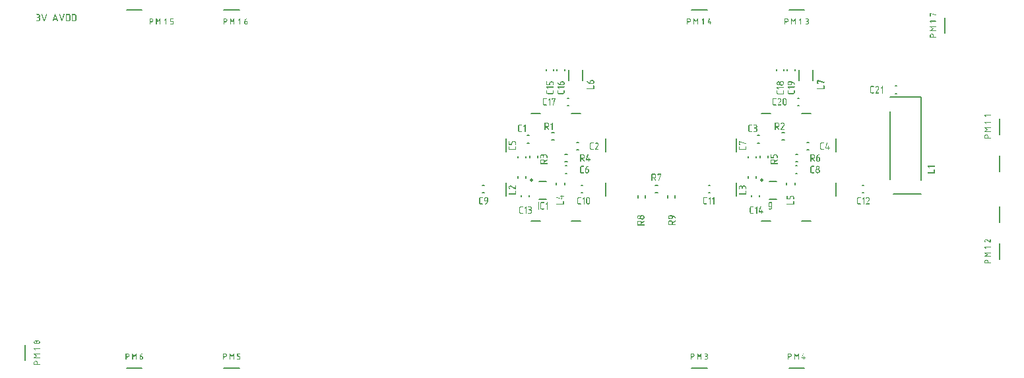
<source format=gto>
G04*
G04 #@! TF.GenerationSoftware,Altium Limited,Altium Designer,21.7.2 (23)*
G04*
G04 Layer_Color=65535*
%FSLAX43Y43*%
%MOMM*%
G71*
G04*
G04 #@! TF.SameCoordinates,BD2E6C67-D46E-495A-B7F0-CE9B6F3DEFF6*
G04*
G04*
G04 #@! TF.FilePolarity,Positive*
G04*
G01*
G75*
%ADD10C,0.252*%
%ADD11C,0.200*%
%ADD12C,0.150*%
%ADD13C,0.152*%
G36*
X48503Y97470D02*
X48517Y97465D01*
X48523Y97462D01*
X48527Y97459D01*
X48529Y97458D01*
X48530Y97456D01*
X48536Y97449D01*
X48541Y97442D01*
X48545Y97430D01*
X48547Y97424D01*
X48548Y97420D01*
Y97417D01*
Y97416D01*
Y97409D01*
X48547Y97406D01*
Y97404D01*
Y97397D01*
X48545Y97396D01*
Y97395D01*
X48267Y96570D01*
X48260Y96554D01*
X48250Y96541D01*
X48242Y96533D01*
X48232Y96527D01*
X48224Y96523D01*
X48217Y96521D01*
X48212Y96520D01*
X48211D01*
X48197Y96523D01*
X48184Y96528D01*
X48175Y96535D01*
X48166Y96545D01*
X48161Y96555D01*
X48156Y96562D01*
X48154Y96568D01*
X48152Y96570D01*
X47874Y97395D01*
X47872Y97402D01*
X47871Y97404D01*
Y97411D01*
Y97414D01*
Y97416D01*
X47872Y97424D01*
X47874Y97432D01*
X47881Y97445D01*
X47888Y97453D01*
X47889Y97455D01*
X47890Y97456D01*
X47897Y97462D01*
X47906Y97466D01*
X47918Y97472D01*
X47924D01*
X47928Y97473D01*
X47932D01*
X47942Y97472D01*
X47951Y97470D01*
X47958Y97467D01*
X47960Y97466D01*
X47969Y97462D01*
X47974Y97456D01*
X47984Y97445D01*
X47987Y97439D01*
X47988Y97435D01*
X47990Y97432D01*
Y97431D01*
X48211Y96748D01*
X48432Y97431D01*
X48438Y97444D01*
X48445Y97453D01*
X48450Y97460D01*
X48453Y97462D01*
X48464Y97469D01*
X48475Y97472D01*
X48484Y97473D01*
X48496D01*
X48503Y97470D01*
D02*
G37*
G36*
X46233D02*
X46247Y97465D01*
X46253Y97462D01*
X46257Y97459D01*
X46259Y97458D01*
X46260Y97456D01*
X46266Y97449D01*
X46271Y97442D01*
X46275Y97430D01*
X46277Y97424D01*
X46278Y97420D01*
Y97417D01*
Y97416D01*
Y97409D01*
X46277Y97406D01*
Y97404D01*
Y97397D01*
X46275Y97396D01*
Y97395D01*
X45997Y96570D01*
X45990Y96554D01*
X45980Y96541D01*
X45972Y96533D01*
X45962Y96527D01*
X45954Y96523D01*
X45947Y96521D01*
X45942Y96520D01*
X45941D01*
X45927Y96523D01*
X45914Y96528D01*
X45905Y96535D01*
X45896Y96545D01*
X45891Y96555D01*
X45886Y96562D01*
X45884Y96568D01*
X45882Y96570D01*
X45604Y97395D01*
X45602Y97402D01*
X45601Y97404D01*
Y97411D01*
Y97414D01*
Y97416D01*
X45602Y97424D01*
X45604Y97432D01*
X45611Y97445D01*
X45618Y97453D01*
X45619Y97455D01*
X45620Y97456D01*
X45627Y97462D01*
X45636Y97466D01*
X45648Y97472D01*
X45654D01*
X45658Y97473D01*
X45662D01*
X45672Y97472D01*
X45681Y97470D01*
X45688Y97467D01*
X45690Y97466D01*
X45699Y97462D01*
X45704Y97456D01*
X45714Y97445D01*
X45717Y97439D01*
X45718Y97435D01*
X45720Y97432D01*
Y97431D01*
X45941Y96748D01*
X46162Y97431D01*
X46168Y97444D01*
X46175Y97453D01*
X46180Y97460D01*
X46183Y97462D01*
X46194Y97469D01*
X46205Y97472D01*
X46214Y97473D01*
X46226D01*
X46233Y97470D01*
D02*
G37*
G36*
X49895D02*
X49921Y97465D01*
X49944Y97456D01*
X49962Y97446D01*
X49977Y97437D01*
X49988Y97428D01*
X49994Y97423D01*
X49997Y97420D01*
X50008Y97407D01*
X50019Y97396D01*
X50035Y97371D01*
X50047Y97346D01*
X50054Y97323D01*
X50060Y97304D01*
X50061Y97288D01*
X50063Y97283D01*
Y97279D01*
Y97276D01*
Y97274D01*
Y96719D01*
X50060Y96688D01*
X50054Y96661D01*
X50044Y96636D01*
X50035Y96617D01*
X50023Y96598D01*
X50014Y96587D01*
X50008Y96579D01*
X50005Y96576D01*
X49983Y96558D01*
X49959Y96544D01*
X49935Y96534D01*
X49914Y96527D01*
X49895Y96523D01*
X49879Y96521D01*
X49874Y96520D01*
X49541D01*
X49529Y96521D01*
X49521Y96523D01*
X49506Y96530D01*
X49494Y96538D01*
X49487Y96549D01*
X49482Y96561D01*
X49480Y96569D01*
X49479Y96576D01*
Y96579D01*
Y97413D01*
X49480Y97424D01*
X49482Y97432D01*
X49489Y97448D01*
X49499Y97459D01*
X49510Y97466D01*
X49521Y97470D01*
X49531Y97472D01*
X49538Y97473D01*
X49865D01*
X49895Y97470D01*
D02*
G37*
G36*
X49137D02*
X49164Y97465D01*
X49186Y97456D01*
X49205Y97446D01*
X49220Y97437D01*
X49231Y97428D01*
X49237Y97423D01*
X49240Y97420D01*
X49251Y97407D01*
X49262Y97396D01*
X49277Y97371D01*
X49290Y97346D01*
X49297Y97323D01*
X49303Y97304D01*
X49304Y97288D01*
X49305Y97283D01*
Y97279D01*
Y97276D01*
Y97274D01*
Y96719D01*
X49303Y96688D01*
X49297Y96661D01*
X49287Y96636D01*
X49277Y96617D01*
X49266Y96598D01*
X49256Y96587D01*
X49251Y96579D01*
X49248Y96576D01*
X49226Y96558D01*
X49202Y96544D01*
X49178Y96534D01*
X49157Y96527D01*
X49137Y96523D01*
X49122Y96521D01*
X49116Y96520D01*
X48783D01*
X48772Y96521D01*
X48764Y96523D01*
X48748Y96530D01*
X48737Y96538D01*
X48730Y96549D01*
X48725Y96561D01*
X48723Y96569D01*
X48722Y96576D01*
Y96579D01*
Y97413D01*
X48723Y97424D01*
X48725Y97432D01*
X48732Y97448D01*
X48741Y97459D01*
X48753Y97466D01*
X48764Y97470D01*
X48774Y97472D01*
X48781Y97473D01*
X49108D01*
X49137Y97470D01*
D02*
G37*
G36*
X47380Y97477D02*
X47392Y97472D01*
X47401Y97463D01*
X47409Y97455D01*
X47415Y97445D01*
X47419Y97437D01*
X47422Y97431D01*
Y97428D01*
X47702Y96597D01*
X47703Y96589D01*
X47704Y96583D01*
Y96579D01*
Y96577D01*
X47703Y96569D01*
X47702Y96561D01*
X47695Y96547D01*
X47688Y96538D01*
X47686Y96537D01*
X47685Y96535D01*
X47678Y96530D01*
X47669Y96527D01*
X47657Y96521D01*
X47651D01*
X47647Y96520D01*
X47643D01*
X47636Y96521D01*
X47627Y96523D01*
X47620Y96524D01*
X47618D01*
X47609Y96528D01*
X47602Y96534D01*
X47597Y96541D01*
X47592Y96547D01*
X47590Y96552D01*
X47587Y96556D01*
X47585Y96559D01*
Y96561D01*
X47522Y96752D01*
X47208D01*
X47145Y96565D01*
X47139Y96549D01*
X47131Y96540D01*
X47121Y96531D01*
X47111Y96526D01*
X47103Y96523D01*
X47094Y96521D01*
X47089Y96520D01*
X47087D01*
X47079Y96521D01*
X47072Y96523D01*
X47058Y96528D01*
X47052Y96531D01*
X47048Y96533D01*
X47047Y96535D01*
X47045D01*
X47038Y96542D01*
X47034Y96549D01*
X47028Y96563D01*
X47027Y96569D01*
X47026Y96573D01*
Y96576D01*
Y96577D01*
X47027Y96586D01*
X47028Y96593D01*
X47030Y96598D01*
X47031Y96600D01*
X47308Y97431D01*
X47317Y97448D01*
X47325Y97459D01*
X47335Y97467D01*
X47343Y97474D01*
X47352Y97477D01*
X47359Y97479D01*
X47364Y97480D01*
X47366D01*
X47380Y97477D01*
D02*
G37*
G36*
X45202Y97470D02*
X45222Y97469D01*
X45238Y97465D01*
X45255Y97460D01*
X45271Y97455D01*
X45283Y97449D01*
X45307Y97437D01*
X45324Y97423D01*
X45336Y97411D01*
X45343Y97403D01*
X45346Y97402D01*
Y97400D01*
X45360Y97386D01*
X45373Y97372D01*
X45382Y97357D01*
X45392Y97343D01*
X45401Y97327D01*
X45406Y97313D01*
X45416Y97287D01*
X45422Y97263D01*
X45423Y97253D01*
X45424Y97245D01*
X45426Y97238D01*
Y97232D01*
Y97230D01*
Y97228D01*
X45424Y97206D01*
X45422Y97185D01*
X45419Y97167D01*
X45415Y97148D01*
X45409Y97134D01*
X45406Y97125D01*
X45403Y97118D01*
X45402Y97115D01*
X45392Y97097D01*
X45382Y97081D01*
X45371Y97069D01*
X45360Y97057D01*
X45350Y97049D01*
X45343Y97043D01*
X45338Y97041D01*
X45336Y97039D01*
X45350Y97029D01*
X45363Y97018D01*
X45374Y97006D01*
X45384Y96993D01*
X45391Y96982D01*
X45396Y96973D01*
X45399Y96968D01*
X45401Y96965D01*
X45409Y96947D01*
X45415Y96927D01*
X45420Y96909D01*
X45423Y96892D01*
X45424Y96878D01*
X45426Y96867D01*
Y96860D01*
Y96857D01*
Y96763D01*
X45424Y96745D01*
X45423Y96727D01*
X45415Y96693D01*
X45403Y96664D01*
X45391Y96639D01*
X45377Y96618D01*
X45371Y96610D01*
X45366Y96603D01*
X45361Y96597D01*
X45357Y96593D01*
X45356Y96591D01*
X45354Y96590D01*
X45341Y96577D01*
X45327Y96568D01*
X45313Y96558D01*
X45297Y96549D01*
X45268Y96537D01*
X45241Y96528D01*
X45217Y96524D01*
X45208Y96523D01*
X45198Y96521D01*
X45191Y96520D01*
X44995D01*
X44985Y96521D01*
X44977Y96523D01*
X44963Y96528D01*
X44957Y96531D01*
X44953Y96534D01*
X44951Y96537D01*
X44950D01*
X44944Y96544D01*
X44942Y96551D01*
X44936Y96563D01*
Y96569D01*
X44935Y96573D01*
Y96576D01*
Y96577D01*
X44936Y96586D01*
X44937Y96594D01*
X44943Y96607D01*
X44946Y96612D01*
X44947Y96617D01*
X44950Y96618D01*
Y96619D01*
X44957Y96625D01*
X44964Y96631D01*
X44979Y96635D01*
X44985Y96636D01*
X44991Y96638D01*
X45181D01*
X45199Y96639D01*
X45215Y96643D01*
X45220Y96645D01*
X45224Y96646D01*
X45227Y96647D01*
X45229D01*
X45244Y96656D01*
X45257Y96664D01*
X45265Y96671D01*
X45266Y96674D01*
X45268D01*
X45280Y96688D01*
X45289Y96701D01*
X45292Y96706D01*
X45294Y96710D01*
X45296Y96713D01*
Y96714D01*
X45301Y96731D01*
X45304Y96748D01*
X45306Y96754D01*
Y96759D01*
Y96762D01*
Y96763D01*
Y96857D01*
X45304Y96875D01*
X45301Y96891D01*
X45299Y96896D01*
X45297Y96901D01*
X45296Y96903D01*
Y96905D01*
X45287Y96920D01*
X45278Y96933D01*
X45271Y96941D01*
X45269Y96943D01*
X45268Y96944D01*
X45255Y96957D01*
X45243Y96965D01*
X45237Y96968D01*
X45233Y96971D01*
X45230Y96972D01*
X45229D01*
X45212Y96978D01*
X45196Y96980D01*
X45191Y96982D01*
X45087D01*
X45077Y96983D01*
X45069Y96985D01*
X45055Y96990D01*
X45051Y96993D01*
X45047Y96996D01*
X45045Y96999D01*
X45044D01*
X45038Y97006D01*
X45034Y97013D01*
X45030Y97027D01*
X45028Y97034D01*
X45027Y97038D01*
Y97041D01*
Y97042D01*
X45028Y97050D01*
X45030Y97057D01*
X45035Y97070D01*
X45040Y97078D01*
X45042Y97080D01*
Y97081D01*
X45049Y97087D01*
X45056Y97092D01*
X45072Y97097D01*
X45077Y97098D01*
X45083Y97099D01*
X45181D01*
X45201Y97101D01*
X45217Y97105D01*
X45233Y97112D01*
X45245Y97119D01*
X45255Y97126D01*
X45264Y97133D01*
X45268Y97137D01*
X45269Y97139D01*
X45280Y97154D01*
X45289Y97169D01*
X45294Y97185D01*
X45299Y97199D01*
X45301Y97211D01*
X45303Y97221D01*
Y97227D01*
Y97230D01*
X45301Y97248D01*
X45299Y97265D01*
X45293Y97279D01*
X45289Y97291D01*
X45283Y97301D01*
X45278Y97308D01*
X45275Y97312D01*
X45273Y97313D01*
X45259Y97326D01*
X45245Y97336D01*
X45230Y97341D01*
X45215Y97347D01*
X45202Y97350D01*
X45191Y97351D01*
X44995D01*
X44985Y97353D01*
X44977Y97354D01*
X44963Y97360D01*
X44957Y97362D01*
X44953Y97365D01*
X44951Y97368D01*
X44950D01*
X44944Y97375D01*
X44942Y97383D01*
X44936Y97397D01*
Y97403D01*
X44935Y97409D01*
Y97411D01*
Y97413D01*
X44936Y97421D01*
X44937Y97428D01*
X44943Y97441D01*
X44947Y97449D01*
X44950Y97451D01*
Y97452D01*
X44957Y97459D01*
X44964Y97463D01*
X44979Y97469D01*
X44985Y97470D01*
X44991Y97472D01*
X45181D01*
X45202Y97470D01*
D02*
G37*
G36*
X142322Y96904D02*
X142330Y96902D01*
X142340Y96900D01*
X142348Y96893D01*
X142357Y96884D01*
X142363Y96871D01*
X142365Y96855D01*
Y96145D01*
Y96143D01*
X142364Y96137D01*
X142363Y96130D01*
X142358Y96120D01*
X142353Y96110D01*
X142343Y96103D01*
X142330Y96098D01*
X142313Y96095D01*
X142310D01*
X142305Y96096D01*
X142296Y96098D01*
X142288Y96102D01*
X142278Y96107D01*
X142270Y96116D01*
X142264Y96129D01*
X142261Y96145D01*
Y96711D01*
X142126Y96480D01*
X142124Y96478D01*
X142122Y96474D01*
X142117Y96470D01*
X142112Y96464D01*
X142105Y96457D01*
X142096Y96453D01*
X142088Y96449D01*
X142078Y96447D01*
X142074D01*
X142068Y96449D01*
X142061Y96451D01*
X142052Y96456D01*
X142044Y96463D01*
X142036Y96471D01*
X142027Y96482D01*
X141895Y96711D01*
Y96145D01*
Y96143D01*
X141893Y96137D01*
X141892Y96130D01*
X141887Y96120D01*
X141882Y96110D01*
X141872Y96103D01*
X141859Y96098D01*
X141842Y96095D01*
X141840D01*
X141834Y96096D01*
X141825Y96098D01*
X141817Y96102D01*
X141807Y96107D01*
X141799Y96116D01*
X141793Y96129D01*
X141790Y96145D01*
Y96855D01*
Y96857D01*
X141792Y96863D01*
X141793Y96870D01*
X141797Y96880D01*
X141803Y96890D01*
X141811Y96897D01*
X141824Y96902D01*
X141841Y96905D01*
X141845D01*
X141851Y96904D01*
X141858Y96902D01*
X141865Y96900D01*
X141872Y96894D01*
X141879Y96888D01*
X141886Y96880D01*
X142078Y96584D01*
X142270Y96883D01*
X142271Y96884D01*
X142272Y96887D01*
X142281Y96894D01*
X142286Y96898D01*
X142293Y96902D01*
X142303Y96904D01*
X142313Y96905D01*
X142316D01*
X142322Y96904D01*
D02*
G37*
G36*
X143857D02*
X143874Y96902D01*
X143893Y96898D01*
X143917Y96890D01*
X143941Y96879D01*
X143967Y96864D01*
X143979Y96855D01*
X143991Y96843D01*
X143992D01*
X143994Y96840D01*
X144001Y96832D01*
X144010Y96819D01*
X144022Y96802D01*
X144033Y96780D01*
X144043Y96756D01*
X144050Y96728D01*
X144053Y96712D01*
Y96697D01*
Y96695D01*
Y96692D01*
Y96687D01*
X144051Y96680D01*
X144050Y96671D01*
X144049Y96661D01*
X144043Y96637D01*
X144033Y96612D01*
X144019Y96587D01*
X144010Y96573D01*
X144001Y96561D01*
X143988Y96550D01*
X143974Y96539D01*
X143975D01*
X143977Y96536D01*
X143987Y96529D01*
X143999Y96516D01*
X144013Y96499D01*
X144027Y96477D01*
X144040Y96450D01*
X144050Y96419D01*
X144051Y96401D01*
X144053Y96382D01*
Y96303D01*
Y96302D01*
Y96299D01*
Y96295D01*
X144051Y96289D01*
X144050Y96272D01*
X144046Y96253D01*
X144037Y96229D01*
X144026Y96205D01*
X144012Y96179D01*
X144002Y96167D01*
X143991Y96155D01*
X143988Y96153D01*
X143979Y96145D01*
X143967Y96136D01*
X143948Y96126D01*
X143927Y96114D01*
X143902Y96105D01*
X143874Y96098D01*
X143858Y96096D01*
X143843Y96095D01*
X143682D01*
X143676Y96096D01*
X143669Y96098D01*
X143659Y96102D01*
X143650Y96107D01*
X143643Y96117D01*
X143637Y96130D01*
X143634Y96147D01*
Y96150D01*
X143636Y96155D01*
X143637Y96162D01*
X143641Y96172D01*
X143647Y96182D01*
X143655Y96189D01*
X143668Y96195D01*
X143685Y96198D01*
X143850D01*
X143858Y96199D01*
X143868Y96202D01*
X143881Y96205D01*
X143892Y96210D01*
X143905Y96217D01*
X143917Y96227D01*
X143919Y96229D01*
X143922Y96233D01*
X143927Y96240D01*
X143933Y96248D01*
X143939Y96260D01*
X143944Y96272D01*
X143947Y96288D01*
X143948Y96303D01*
Y96382D01*
Y96384D01*
Y96389D01*
X143947Y96398D01*
X143944Y96408D01*
X143941Y96420D01*
X143936Y96432D01*
X143927Y96444D01*
X143917Y96457D01*
X143916Y96458D01*
X143912Y96461D01*
X143905Y96467D01*
X143896Y96473D01*
X143885Y96478D01*
X143872Y96484D01*
X143858Y96487D01*
X143843Y96488D01*
X143761D01*
X143755Y96489D01*
X143748Y96491D01*
X143738Y96495D01*
X143729Y96501D01*
X143722Y96511D01*
X143716Y96523D01*
X143713Y96540D01*
Y96543D01*
X143714Y96549D01*
X143716Y96556D01*
X143720Y96566D01*
X143726Y96575D01*
X143734Y96582D01*
X143747Y96588D01*
X143764Y96591D01*
X143850D01*
X143858Y96592D01*
X143868Y96595D01*
X143881Y96598D01*
X143892Y96604D01*
X143905Y96611D01*
X143917Y96621D01*
X143919Y96622D01*
X143922Y96626D01*
X143927Y96633D01*
X143933Y96642D01*
X143939Y96653D01*
X143944Y96666D01*
X143947Y96681D01*
X143948Y96697D01*
Y96698D01*
Y96704D01*
X143947Y96712D01*
X143944Y96722D01*
X143941Y96735D01*
X143936Y96746D01*
X143927Y96759D01*
X143917Y96771D01*
X143916Y96773D01*
X143912Y96776D01*
X143905Y96781D01*
X143896Y96787D01*
X143885Y96793D01*
X143872Y96798D01*
X143858Y96801D01*
X143843Y96802D01*
X143682D01*
X143676Y96804D01*
X143669Y96805D01*
X143659Y96809D01*
X143650Y96815D01*
X143643Y96825D01*
X143637Y96838D01*
X143634Y96855D01*
Y96857D01*
X143636Y96863D01*
X143637Y96870D01*
X143641Y96880D01*
X143647Y96890D01*
X143655Y96897D01*
X143668Y96902D01*
X143685Y96905D01*
X143851D01*
X143857Y96904D01*
D02*
G37*
G36*
X143048D02*
X143056Y96902D01*
X143066Y96900D01*
X143074Y96893D01*
X143083Y96884D01*
X143089Y96871D01*
X143091Y96855D01*
Y96145D01*
Y96143D01*
X143090Y96137D01*
X143089Y96130D01*
X143084Y96120D01*
X143079Y96110D01*
X143069Y96103D01*
X143056Y96098D01*
X143039Y96095D01*
X143036D01*
X143031Y96096D01*
X143022Y96098D01*
X143014Y96102D01*
X143004Y96107D01*
X142996Y96116D01*
X142990Y96129D01*
X142987Y96145D01*
Y96745D01*
X142918Y96659D01*
X142915Y96656D01*
X142908Y96652D01*
X142897Y96647D01*
X142883Y96645D01*
X142880D01*
X142874Y96646D01*
X142866Y96647D01*
X142857Y96652D01*
X142847Y96657D01*
X142839Y96667D01*
X142833Y96680D01*
X142831Y96697D01*
Y96698D01*
Y96699D01*
X142832Y96708D01*
X142836Y96719D01*
X142845Y96732D01*
X142998Y96884D01*
X143000Y96886D01*
X143001Y96887D01*
X143011Y96895D01*
X143024Y96902D01*
X143031Y96904D01*
X143039Y96905D01*
X143042D01*
X143048Y96904D01*
D02*
G37*
G36*
X141212D02*
X141222Y96902D01*
X141232Y96901D01*
X141256Y96897D01*
X141284Y96887D01*
X141314Y96874D01*
X141329Y96866D01*
X141343Y96856D01*
X141357Y96845D01*
X141372Y96832D01*
X141373Y96831D01*
X141374Y96829D01*
X141379Y96825D01*
X141383Y96819D01*
X141388Y96812D01*
X141394Y96804D01*
X141408Y96783D01*
X141422Y96757D01*
X141434Y96728D01*
X141442Y96694D01*
X141443Y96676D01*
X141445Y96657D01*
Y96656D01*
Y96653D01*
Y96647D01*
X141443Y96639D01*
Y96629D01*
X141441Y96619D01*
X141436Y96594D01*
X141428Y96566D01*
X141415Y96536D01*
X141407Y96520D01*
X141398Y96506D01*
X141387Y96492D01*
X141374Y96478D01*
X141373Y96477D01*
X141372Y96475D01*
X141367Y96473D01*
X141362Y96467D01*
X141355Y96463D01*
X141346Y96457D01*
X141326Y96444D01*
X141300Y96432D01*
X141270Y96420D01*
X141235Y96412D01*
X141215Y96410D01*
X141195Y96409D01*
X141052D01*
Y96145D01*
Y96143D01*
X141050Y96137D01*
X141049Y96130D01*
X141044Y96120D01*
X141039Y96110D01*
X141029Y96103D01*
X141016Y96098D01*
X140999Y96095D01*
X140997D01*
X140991Y96096D01*
X140982Y96098D01*
X140974Y96102D01*
X140964Y96107D01*
X140956Y96116D01*
X140950Y96129D01*
X140947Y96145D01*
Y96855D01*
Y96857D01*
X140949Y96863D01*
X140950Y96870D01*
X140954Y96880D01*
X140960Y96890D01*
X140968Y96897D01*
X140981Y96902D01*
X140998Y96905D01*
X141205D01*
X141212Y96904D01*
D02*
G37*
G36*
X70322D02*
X70330Y96902D01*
X70340Y96900D01*
X70348Y96893D01*
X70357Y96884D01*
X70363Y96871D01*
X70365Y96855D01*
Y96145D01*
Y96143D01*
X70364Y96137D01*
X70363Y96130D01*
X70358Y96120D01*
X70353Y96110D01*
X70343Y96103D01*
X70330Y96098D01*
X70313Y96095D01*
X70310D01*
X70305Y96096D01*
X70296Y96098D01*
X70288Y96102D01*
X70278Y96107D01*
X70270Y96116D01*
X70264Y96129D01*
X70261Y96145D01*
Y96711D01*
X70126Y96480D01*
X70124Y96478D01*
X70121Y96474D01*
X70117Y96470D01*
X70112Y96464D01*
X70105Y96457D01*
X70096Y96453D01*
X70088Y96449D01*
X70078Y96447D01*
X70074D01*
X70068Y96449D01*
X70061Y96451D01*
X70052Y96456D01*
X70044Y96463D01*
X70036Y96471D01*
X70027Y96482D01*
X69895Y96711D01*
Y96145D01*
Y96143D01*
X69893Y96137D01*
X69892Y96130D01*
X69887Y96120D01*
X69882Y96110D01*
X69872Y96103D01*
X69859Y96098D01*
X69842Y96095D01*
X69840D01*
X69834Y96096D01*
X69825Y96098D01*
X69817Y96102D01*
X69807Y96107D01*
X69799Y96116D01*
X69793Y96129D01*
X69790Y96145D01*
Y96855D01*
Y96857D01*
X69792Y96863D01*
X69793Y96870D01*
X69797Y96880D01*
X69803Y96890D01*
X69811Y96897D01*
X69824Y96902D01*
X69841Y96905D01*
X69845D01*
X69851Y96904D01*
X69858Y96902D01*
X69865Y96900D01*
X69872Y96894D01*
X69879Y96888D01*
X69886Y96880D01*
X70078Y96584D01*
X70270Y96883D01*
X70271Y96884D01*
X70272Y96887D01*
X70281Y96894D01*
X70286Y96898D01*
X70293Y96902D01*
X70303Y96904D01*
X70313Y96905D01*
X70316D01*
X70322Y96904D01*
D02*
G37*
G36*
X71930D02*
X71939Y96902D01*
X71948Y96900D01*
X71957Y96893D01*
X71965Y96884D01*
X71971Y96871D01*
X71974Y96855D01*
Y96853D01*
Y96849D01*
X71972Y96842D01*
X71970Y96833D01*
X71967Y96826D01*
X71961Y96818D01*
X71954Y96812D01*
X71944Y96808D01*
X71943D01*
X71940Y96807D01*
X71936Y96805D01*
X71930Y96804D01*
X71915Y96797D01*
X71895Y96788D01*
X71872Y96774D01*
X71847Y96757D01*
X71822Y96735D01*
X71798Y96708D01*
X71796Y96705D01*
X71789Y96697D01*
X71782Y96685D01*
X71772Y96670D01*
X71762Y96652D01*
X71753Y96632D01*
X71745Y96612D01*
X71740Y96591D01*
X71851D01*
X71858Y96590D01*
X71874Y96588D01*
X71895Y96584D01*
X71919Y96575D01*
X71943Y96564D01*
X71968Y96550D01*
X71981Y96540D01*
X71992Y96529D01*
X71994D01*
X71995Y96526D01*
X72002Y96518D01*
X72012Y96505D01*
X72023Y96488D01*
X72033Y96467D01*
X72043Y96441D01*
X72050Y96413D01*
X72053Y96398D01*
Y96382D01*
Y96303D01*
Y96302D01*
Y96299D01*
Y96295D01*
X72051Y96289D01*
X72050Y96272D01*
X72046Y96253D01*
X72037Y96229D01*
X72026Y96205D01*
X72012Y96179D01*
X72002Y96167D01*
X71991Y96155D01*
X71988Y96153D01*
X71979Y96145D01*
X71967Y96136D01*
X71950Y96126D01*
X71929Y96114D01*
X71903Y96105D01*
X71874Y96098D01*
X71858Y96096D01*
X71843Y96095D01*
X71834D01*
X71829Y96096D01*
X71812Y96098D01*
X71792Y96102D01*
X71768Y96109D01*
X71744Y96120D01*
X71719Y96134D01*
X71695Y96154D01*
Y96155D01*
X71692Y96157D01*
X71685Y96165D01*
X71675Y96178D01*
X71665Y96195D01*
X71654Y96217D01*
X71644Y96241D01*
X71637Y96271D01*
X71636Y96286D01*
X71634Y96302D01*
Y96539D01*
Y96540D01*
Y96544D01*
Y96553D01*
X71636Y96563D01*
X71637Y96574D01*
X71638Y96588D01*
X71641Y96604D01*
X71645Y96621D01*
X71657Y96659D01*
X71664Y96678D01*
X71672Y96699D01*
X71683Y96721D01*
X71696Y96740D01*
X71710Y96761D01*
X71726Y96781D01*
X71727Y96783D01*
X71729Y96784D01*
X71733Y96788D01*
X71738Y96794D01*
X71753Y96808D01*
X71772Y96825D01*
X71795Y96843D01*
X71822Y96863D01*
X71850Y96880D01*
X71881Y96895D01*
X71882D01*
X71885Y96897D01*
X71889Y96898D01*
X71895Y96901D01*
X71909Y96904D01*
X71922Y96905D01*
X71924D01*
X71930Y96904D01*
D02*
G37*
G36*
X71048D02*
X71056Y96902D01*
X71066Y96900D01*
X71074Y96893D01*
X71083Y96884D01*
X71089Y96871D01*
X71091Y96855D01*
Y96145D01*
Y96143D01*
X71090Y96137D01*
X71089Y96130D01*
X71084Y96120D01*
X71079Y96110D01*
X71069Y96103D01*
X71056Y96098D01*
X71039Y96095D01*
X71036D01*
X71031Y96096D01*
X71022Y96098D01*
X71014Y96102D01*
X71004Y96107D01*
X70996Y96116D01*
X70990Y96129D01*
X70987Y96145D01*
Y96745D01*
X70918Y96659D01*
X70915Y96656D01*
X70908Y96652D01*
X70897Y96647D01*
X70883Y96645D01*
X70880D01*
X70874Y96646D01*
X70866Y96647D01*
X70857Y96652D01*
X70847Y96657D01*
X70839Y96667D01*
X70833Y96680D01*
X70831Y96697D01*
Y96698D01*
Y96699D01*
X70832Y96708D01*
X70836Y96719D01*
X70845Y96732D01*
X70998Y96884D01*
X71000Y96886D01*
X71001Y96887D01*
X71011Y96895D01*
X71024Y96902D01*
X71031Y96904D01*
X71039Y96905D01*
X71042D01*
X71048Y96904D01*
D02*
G37*
G36*
X69212D02*
X69222Y96902D01*
X69232Y96901D01*
X69256Y96897D01*
X69284Y96887D01*
X69314Y96874D01*
X69329Y96866D01*
X69343Y96856D01*
X69357Y96845D01*
X69372Y96832D01*
X69373Y96831D01*
X69374Y96829D01*
X69379Y96825D01*
X69383Y96819D01*
X69388Y96812D01*
X69394Y96804D01*
X69408Y96783D01*
X69422Y96757D01*
X69434Y96728D01*
X69442Y96694D01*
X69443Y96676D01*
X69445Y96657D01*
Y96656D01*
Y96653D01*
Y96647D01*
X69443Y96639D01*
Y96629D01*
X69441Y96619D01*
X69436Y96594D01*
X69428Y96566D01*
X69415Y96536D01*
X69407Y96520D01*
X69398Y96506D01*
X69387Y96492D01*
X69374Y96478D01*
X69373Y96477D01*
X69372Y96475D01*
X69367Y96473D01*
X69362Y96467D01*
X69355Y96463D01*
X69346Y96457D01*
X69326Y96444D01*
X69300Y96432D01*
X69270Y96420D01*
X69235Y96412D01*
X69215Y96410D01*
X69195Y96409D01*
X69052D01*
Y96145D01*
Y96143D01*
X69050Y96137D01*
X69049Y96130D01*
X69044Y96120D01*
X69039Y96110D01*
X69029Y96103D01*
X69016Y96098D01*
X68999Y96095D01*
X68997D01*
X68991Y96096D01*
X68982Y96098D01*
X68974Y96102D01*
X68964Y96107D01*
X68956Y96116D01*
X68950Y96129D01*
X68947Y96145D01*
Y96855D01*
Y96857D01*
X68949Y96863D01*
X68950Y96870D01*
X68954Y96880D01*
X68960Y96890D01*
X68968Y96897D01*
X68981Y96902D01*
X68998Y96905D01*
X69205D01*
X69212Y96904D01*
D02*
G37*
G36*
X167363Y84512D02*
X167370Y84510D01*
X167380Y84506D01*
X167390Y84501D01*
X167397Y84491D01*
X167402Y84478D01*
X167405Y84461D01*
Y84458D01*
X167404Y84453D01*
X167402Y84444D01*
X167398Y84436D01*
X167393Y84426D01*
X167384Y84417D01*
X167371Y84412D01*
X167355Y84409D01*
X166755D01*
X166841Y84340D01*
X166844Y84337D01*
X166848Y84330D01*
X166853Y84319D01*
X166855Y84305D01*
Y84302D01*
X166854Y84296D01*
X166853Y84288D01*
X166848Y84279D01*
X166843Y84269D01*
X166833Y84261D01*
X166820Y84255D01*
X166803Y84253D01*
X166802D01*
X166801D01*
X166792Y84254D01*
X166781Y84258D01*
X166768Y84267D01*
X166616Y84420D01*
X166614Y84422D01*
X166613Y84423D01*
X166605Y84433D01*
X166598Y84446D01*
X166596Y84453D01*
X166595Y84461D01*
Y84464D01*
X166596Y84470D01*
X166598Y84478D01*
X166600Y84488D01*
X166607Y84496D01*
X166616Y84505D01*
X166629Y84510D01*
X166645Y84513D01*
X167355D01*
X167357D01*
X167363Y84512D01*
D02*
G37*
G36*
Y83629D02*
X167370Y83628D01*
X167380Y83624D01*
X167390Y83618D01*
X167397Y83608D01*
X167402Y83596D01*
X167405Y83579D01*
Y83576D01*
X167404Y83570D01*
X167402Y83562D01*
X167398Y83553D01*
X167393Y83543D01*
X167384Y83535D01*
X167371Y83529D01*
X167355Y83527D01*
X166755D01*
X166841Y83457D01*
X166844Y83455D01*
X166848Y83448D01*
X166853Y83436D01*
X166855Y83422D01*
Y83419D01*
X166854Y83414D01*
X166853Y83405D01*
X166848Y83397D01*
X166843Y83387D01*
X166833Y83379D01*
X166820Y83373D01*
X166803Y83370D01*
X166802D01*
X166801D01*
X166792Y83371D01*
X166781Y83376D01*
X166768Y83384D01*
X166616Y83538D01*
X166614Y83539D01*
X166613Y83541D01*
X166605Y83550D01*
X166598Y83563D01*
X166596Y83570D01*
X166595Y83579D01*
Y83581D01*
X166596Y83587D01*
X166598Y83596D01*
X166600Y83605D01*
X166607Y83614D01*
X166616Y83622D01*
X166629Y83628D01*
X166645Y83631D01*
X167355D01*
X167357D01*
X167363Y83629D01*
D02*
G37*
G36*
Y82903D02*
X167370Y82902D01*
X167380Y82898D01*
X167390Y82892D01*
X167397Y82882D01*
X167402Y82870D01*
X167405Y82853D01*
Y82850D01*
X167404Y82844D01*
X167402Y82836D01*
X167398Y82827D01*
X167393Y82817D01*
X167384Y82809D01*
X167371Y82803D01*
X167355Y82801D01*
X166789D01*
X167020Y82665D01*
X167022Y82664D01*
X167026Y82661D01*
X167030Y82657D01*
X167036Y82651D01*
X167043Y82644D01*
X167047Y82636D01*
X167051Y82627D01*
X167053Y82617D01*
Y82613D01*
X167051Y82607D01*
X167049Y82600D01*
X167044Y82592D01*
X167037Y82583D01*
X167029Y82575D01*
X167018Y82567D01*
X166789Y82434D01*
X167355D01*
X167357D01*
X167363Y82433D01*
X167370Y82431D01*
X167380Y82427D01*
X167390Y82421D01*
X167397Y82411D01*
X167402Y82399D01*
X167405Y82382D01*
Y82379D01*
X167404Y82373D01*
X167402Y82365D01*
X167398Y82356D01*
X167393Y82347D01*
X167384Y82338D01*
X167371Y82333D01*
X167355Y82330D01*
X166645D01*
X166643D01*
X166637Y82331D01*
X166630Y82333D01*
X166620Y82337D01*
X166610Y82342D01*
X166603Y82351D01*
X166598Y82364D01*
X166595Y82380D01*
Y82385D01*
X166596Y82390D01*
X166598Y82397D01*
X166600Y82404D01*
X166606Y82411D01*
X166612Y82419D01*
X166620Y82426D01*
X166916Y82617D01*
X166617Y82809D01*
X166616Y82810D01*
X166613Y82812D01*
X166606Y82820D01*
X166602Y82826D01*
X166598Y82833D01*
X166596Y82843D01*
X166595Y82853D01*
Y82856D01*
X166596Y82861D01*
X166598Y82870D01*
X166600Y82879D01*
X166607Y82888D01*
X166616Y82896D01*
X166629Y82902D01*
X166645Y82905D01*
X167355D01*
X167357D01*
X167363Y82903D01*
D02*
G37*
G36*
X166861Y81983D02*
X166871D01*
X166881Y81980D01*
X166906Y81976D01*
X166934Y81967D01*
X166964Y81955D01*
X166980Y81946D01*
X166994Y81938D01*
X167008Y81927D01*
X167022Y81914D01*
X167023Y81912D01*
X167025Y81911D01*
X167027Y81907D01*
X167033Y81901D01*
X167037Y81894D01*
X167043Y81886D01*
X167056Y81866D01*
X167068Y81839D01*
X167080Y81810D01*
X167088Y81774D01*
X167090Y81755D01*
X167091Y81735D01*
Y81591D01*
X167355D01*
X167357D01*
X167363Y81590D01*
X167370Y81588D01*
X167380Y81584D01*
X167390Y81578D01*
X167397Y81568D01*
X167402Y81556D01*
X167405Y81539D01*
Y81536D01*
X167404Y81530D01*
X167402Y81522D01*
X167398Y81513D01*
X167393Y81504D01*
X167384Y81495D01*
X167371Y81490D01*
X167355Y81487D01*
X166645D01*
X166643D01*
X166637Y81488D01*
X166630Y81490D01*
X166620Y81494D01*
X166610Y81499D01*
X166603Y81508D01*
X166598Y81521D01*
X166595Y81537D01*
Y81745D01*
X166596Y81752D01*
X166598Y81762D01*
X166599Y81771D01*
X166603Y81795D01*
X166613Y81824D01*
X166626Y81853D01*
X166634Y81869D01*
X166644Y81883D01*
X166655Y81897D01*
X166668Y81911D01*
X166669Y81912D01*
X166671Y81914D01*
X166675Y81918D01*
X166681Y81922D01*
X166688Y81928D01*
X166696Y81934D01*
X166717Y81948D01*
X166743Y81962D01*
X166772Y81973D01*
X166806Y81981D01*
X166824Y81983D01*
X166843Y81984D01*
X166844D01*
X166847D01*
X166853D01*
X166861Y81983D01*
D02*
G37*
G36*
X167362Y68551D02*
X167370Y68550D01*
X167378Y68546D01*
X167388Y68540D01*
X167397Y68530D01*
X167402Y68518D01*
X167405Y68501D01*
Y68182D01*
X167404Y68176D01*
X167402Y68169D01*
X167398Y68159D01*
X167393Y68150D01*
X167383Y68143D01*
X167370Y68137D01*
X167353Y68134D01*
X167350D01*
X167345Y68136D01*
X167335Y68137D01*
X167325Y68141D01*
X166863Y68430D01*
X166861Y68432D01*
X166857Y68433D01*
X166851Y68436D01*
X166844Y68440D01*
X166836Y68443D01*
X166826Y68446D01*
X166815Y68447D01*
X166803Y68448D01*
X166802D01*
X166796D01*
X166788Y68447D01*
X166778Y68444D01*
X166765Y68441D01*
X166754Y68436D01*
X166741Y68427D01*
X166729Y68417D01*
X166727Y68416D01*
X166724Y68412D01*
X166719Y68405D01*
X166713Y68396D01*
X166707Y68385D01*
X166702Y68372D01*
X166699Y68358D01*
X166698Y68343D01*
Y68340D01*
X166699Y68333D01*
X166702Y68322D01*
X166709Y68306D01*
X166720Y68289D01*
X166727Y68279D01*
X166737Y68271D01*
X166747Y68261D01*
X166760Y68250D01*
X166774Y68240D01*
X166791Y68230D01*
X166792D01*
X166795Y68227D01*
X166799Y68224D01*
X166803Y68219D01*
X166808Y68213D01*
X166812Y68205D01*
X166815Y68196D01*
X166816Y68185D01*
Y68182D01*
X166815Y68176D01*
X166813Y68169D01*
X166809Y68159D01*
X166803Y68150D01*
X166793Y68143D01*
X166781Y68137D01*
X166764Y68134D01*
X166762D01*
X166758D01*
X166753Y68136D01*
X166748Y68137D01*
X166747Y68138D01*
X166741Y68141D01*
X166734Y68145D01*
X166724Y68151D01*
X166713Y68159D01*
X166699Y68168D01*
X166686Y68179D01*
X166671Y68192D01*
X166657Y68206D01*
X166643Y68222D01*
X166630Y68238D01*
X166619Y68257D01*
X166609Y68276D01*
X166602Y68298D01*
X166596Y68319D01*
X166595Y68343D01*
Y68351D01*
X166596Y68357D01*
X166598Y68374D01*
X166602Y68393D01*
X166610Y68417D01*
X166621Y68441D01*
X166636Y68467D01*
X166645Y68479D01*
X166657Y68491D01*
Y68492D01*
X166660Y68494D01*
X166668Y68501D01*
X166681Y68510D01*
X166698Y68522D01*
X166719Y68533D01*
X166744Y68543D01*
X166772Y68550D01*
X166788Y68553D01*
X166803D01*
X166806D01*
X166813Y68551D01*
X166826Y68550D01*
X166841Y68547D01*
X166860Y68540D01*
X166881Y68532D01*
X166905Y68520D01*
X166929Y68503D01*
X167302Y68268D01*
Y68503D01*
X167304Y68509D01*
X167305Y68518D01*
X167308Y68527D01*
X167315Y68536D01*
X167324Y68544D01*
X167336Y68550D01*
X167353Y68553D01*
X167356D01*
X167362Y68551D01*
D02*
G37*
G36*
X167363Y67590D02*
X167370Y67589D01*
X167380Y67584D01*
X167390Y67579D01*
X167397Y67569D01*
X167402Y67556D01*
X167405Y67539D01*
Y67536D01*
X167404Y67531D01*
X167402Y67522D01*
X167398Y67514D01*
X167393Y67504D01*
X167384Y67496D01*
X167371Y67490D01*
X167355Y67487D01*
X166755D01*
X166841Y67418D01*
X166844Y67415D01*
X166848Y67408D01*
X166853Y67397D01*
X166855Y67383D01*
Y67380D01*
X166854Y67374D01*
X166853Y67366D01*
X166848Y67357D01*
X166843Y67347D01*
X166833Y67339D01*
X166820Y67333D01*
X166803Y67331D01*
X166802D01*
X166801D01*
X166792Y67332D01*
X166781Y67336D01*
X166768Y67345D01*
X166616Y67498D01*
X166614Y67500D01*
X166613Y67501D01*
X166605Y67511D01*
X166598Y67524D01*
X166596Y67531D01*
X166595Y67539D01*
Y67542D01*
X166596Y67548D01*
X166598Y67556D01*
X166600Y67566D01*
X166607Y67574D01*
X166616Y67583D01*
X166629Y67589D01*
X166645Y67591D01*
X167355D01*
X167357D01*
X167363Y67590D01*
D02*
G37*
G36*
Y66864D02*
X167370Y66863D01*
X167380Y66858D01*
X167390Y66853D01*
X167397Y66843D01*
X167402Y66830D01*
X167405Y66813D01*
Y66810D01*
X167404Y66805D01*
X167402Y66796D01*
X167398Y66788D01*
X167393Y66778D01*
X167384Y66770D01*
X167371Y66764D01*
X167355Y66761D01*
X166789D01*
X167020Y66626D01*
X167022Y66624D01*
X167026Y66621D01*
X167030Y66617D01*
X167036Y66612D01*
X167043Y66605D01*
X167047Y66596D01*
X167051Y66588D01*
X167053Y66578D01*
Y66574D01*
X167051Y66568D01*
X167049Y66561D01*
X167044Y66552D01*
X167037Y66544D01*
X167029Y66536D01*
X167018Y66527D01*
X166789Y66395D01*
X167355D01*
X167357D01*
X167363Y66393D01*
X167370Y66392D01*
X167380Y66387D01*
X167390Y66382D01*
X167397Y66372D01*
X167402Y66359D01*
X167405Y66342D01*
Y66340D01*
X167404Y66334D01*
X167402Y66325D01*
X167398Y66317D01*
X167393Y66307D01*
X167384Y66299D01*
X167371Y66293D01*
X167355Y66290D01*
X166645D01*
X166643D01*
X166637Y66292D01*
X166630Y66293D01*
X166620Y66297D01*
X166610Y66303D01*
X166603Y66311D01*
X166598Y66324D01*
X166595Y66341D01*
Y66345D01*
X166596Y66351D01*
X166598Y66358D01*
X166600Y66365D01*
X166606Y66372D01*
X166612Y66379D01*
X166620Y66386D01*
X166916Y66578D01*
X166617Y66770D01*
X166616Y66771D01*
X166613Y66772D01*
X166606Y66781D01*
X166602Y66786D01*
X166598Y66793D01*
X166596Y66803D01*
X166595Y66813D01*
Y66816D01*
X166596Y66822D01*
X166598Y66830D01*
X166600Y66840D01*
X166607Y66848D01*
X166616Y66857D01*
X166629Y66863D01*
X166645Y66865D01*
X167355D01*
X167357D01*
X167363Y66864D01*
D02*
G37*
G36*
X166861Y65943D02*
X166871D01*
X166881Y65941D01*
X166906Y65936D01*
X166934Y65928D01*
X166964Y65915D01*
X166980Y65907D01*
X166994Y65898D01*
X167008Y65887D01*
X167022Y65874D01*
X167023Y65873D01*
X167025Y65872D01*
X167027Y65867D01*
X167033Y65862D01*
X167037Y65855D01*
X167043Y65846D01*
X167056Y65826D01*
X167068Y65800D01*
X167080Y65770D01*
X167088Y65735D01*
X167090Y65715D01*
X167091Y65695D01*
Y65552D01*
X167355D01*
X167357D01*
X167363Y65550D01*
X167370Y65549D01*
X167380Y65544D01*
X167390Y65539D01*
X167397Y65529D01*
X167402Y65516D01*
X167405Y65499D01*
Y65497D01*
X167404Y65491D01*
X167402Y65482D01*
X167398Y65474D01*
X167393Y65464D01*
X167384Y65456D01*
X167371Y65450D01*
X167355Y65447D01*
X166645D01*
X166643D01*
X166637Y65449D01*
X166630Y65450D01*
X166620Y65454D01*
X166610Y65460D01*
X166603Y65468D01*
X166598Y65481D01*
X166595Y65498D01*
Y65705D01*
X166596Y65712D01*
X166598Y65722D01*
X166599Y65732D01*
X166603Y65756D01*
X166613Y65784D01*
X166626Y65814D01*
X166634Y65829D01*
X166644Y65843D01*
X166655Y65857D01*
X166668Y65872D01*
X166669Y65873D01*
X166671Y65874D01*
X166675Y65879D01*
X166681Y65883D01*
X166688Y65888D01*
X166696Y65894D01*
X166717Y65908D01*
X166743Y65922D01*
X166772Y65934D01*
X166806Y65942D01*
X166824Y65943D01*
X166843Y65945D01*
X166844D01*
X166847D01*
X166853D01*
X166861Y65943D01*
D02*
G37*
G36*
X45211Y55551D02*
X45228Y55550D01*
X45247Y55546D01*
X45271Y55537D01*
X45295Y55526D01*
X45321Y55512D01*
X45333Y55502D01*
X45345Y55491D01*
X45347Y55488D01*
X45355Y55479D01*
X45364Y55467D01*
X45374Y55450D01*
X45386Y55429D01*
X45395Y55403D01*
X45402Y55374D01*
X45404Y55358D01*
X45405Y55343D01*
Y55334D01*
X45404Y55329D01*
X45402Y55312D01*
X45398Y55292D01*
X45390Y55268D01*
X45380Y55244D01*
X45364Y55219D01*
X45356Y55206D01*
X45345Y55195D01*
X45343D01*
X45342Y55192D01*
X45333Y55185D01*
X45321Y55175D01*
X45304Y55165D01*
X45281Y55154D01*
X45257Y55144D01*
X45228Y55137D01*
X45212Y55136D01*
X45197Y55134D01*
X45118D01*
X45116D01*
X45113D01*
X45108D01*
X45101Y55136D01*
X45092Y55137D01*
X45082Y55138D01*
X45060Y55144D01*
X45035Y55152D01*
X45008Y55167D01*
X44995Y55176D01*
X44984Y55186D01*
X44971Y55198D01*
X44961Y55212D01*
Y55210D01*
X44958Y55209D01*
X44951Y55199D01*
X44939Y55188D01*
X44922Y55174D01*
X44899Y55158D01*
X44872Y55147D01*
X44840Y55137D01*
X44822Y55136D01*
X44803Y55134D01*
X44802D01*
X44799D01*
X44795D01*
X44789Y55136D01*
X44772Y55137D01*
X44753Y55141D01*
X44730Y55150D01*
X44705Y55159D01*
X44681Y55175D01*
X44668Y55183D01*
X44657Y55195D01*
X44655Y55196D01*
X44654Y55198D01*
X44647Y55206D01*
X44637Y55219D01*
X44626Y55236D01*
X44614Y55258D01*
X44605Y55282D01*
X44598Y55312D01*
X44595Y55327D01*
Y55351D01*
X44596Y55357D01*
X44598Y55374D01*
X44602Y55393D01*
X44610Y55417D01*
X44621Y55441D01*
X44636Y55467D01*
X44645Y55479D01*
X44657Y55491D01*
Y55492D01*
X44660Y55494D01*
X44668Y55501D01*
X44681Y55511D01*
X44698Y55522D01*
X44719Y55533D01*
X44744Y55543D01*
X44772Y55550D01*
X44788Y55553D01*
X44803D01*
X44805D01*
X44808D01*
X44813D01*
X44820Y55551D01*
X44829Y55550D01*
X44839Y55549D01*
X44863Y55543D01*
X44888Y55533D01*
X44913Y55519D01*
X44927Y55511D01*
X44939Y55501D01*
X44950Y55488D01*
X44961Y55474D01*
X44963Y55477D01*
X44968Y55482D01*
X44977Y55492D01*
X44988Y55503D01*
X45002Y55515D01*
X45020Y55527D01*
X45040Y55537D01*
X45064Y55544D01*
X45066D01*
X45071Y55546D01*
X45080Y55547D01*
X45092Y55549D01*
X45111Y55550D01*
X45133Y55551D01*
X45147D01*
X45163Y55553D01*
X45178D01*
X45197D01*
X45198D01*
X45201D01*
X45205D01*
X45211Y55551D01*
D02*
G37*
G36*
X45363Y54590D02*
X45370Y54589D01*
X45380Y54584D01*
X45390Y54579D01*
X45397Y54569D01*
X45402Y54556D01*
X45405Y54539D01*
Y54536D01*
X45404Y54531D01*
X45402Y54522D01*
X45398Y54514D01*
X45393Y54504D01*
X45384Y54496D01*
X45371Y54490D01*
X45355Y54487D01*
X44755D01*
X44841Y54418D01*
X44844Y54415D01*
X44848Y54408D01*
X44853Y54397D01*
X44855Y54383D01*
Y54380D01*
X44854Y54374D01*
X44853Y54366D01*
X44848Y54357D01*
X44843Y54347D01*
X44833Y54339D01*
X44820Y54333D01*
X44803Y54331D01*
X44802D01*
X44801D01*
X44792Y54332D01*
X44781Y54336D01*
X44768Y54345D01*
X44616Y54498D01*
X44614Y54500D01*
X44613Y54501D01*
X44605Y54511D01*
X44598Y54524D01*
X44596Y54531D01*
X44595Y54539D01*
Y54542D01*
X44596Y54548D01*
X44598Y54556D01*
X44600Y54566D01*
X44607Y54574D01*
X44616Y54583D01*
X44629Y54589D01*
X44645Y54591D01*
X45355D01*
X45357D01*
X45363Y54590D01*
D02*
G37*
G36*
Y53864D02*
X45370Y53863D01*
X45380Y53858D01*
X45390Y53853D01*
X45397Y53843D01*
X45402Y53830D01*
X45405Y53813D01*
Y53810D01*
X45404Y53805D01*
X45402Y53796D01*
X45398Y53788D01*
X45393Y53778D01*
X45384Y53770D01*
X45371Y53764D01*
X45355Y53761D01*
X44789D01*
X45020Y53626D01*
X45022Y53624D01*
X45026Y53621D01*
X45030Y53617D01*
X45036Y53612D01*
X45043Y53605D01*
X45047Y53596D01*
X45051Y53588D01*
X45053Y53578D01*
Y53574D01*
X45051Y53568D01*
X45049Y53561D01*
X45044Y53552D01*
X45037Y53544D01*
X45029Y53536D01*
X45018Y53527D01*
X44789Y53395D01*
X45355D01*
X45357D01*
X45363Y53393D01*
X45370Y53392D01*
X45380Y53387D01*
X45390Y53382D01*
X45397Y53372D01*
X45402Y53359D01*
X45405Y53342D01*
Y53340D01*
X45404Y53334D01*
X45402Y53325D01*
X45398Y53317D01*
X45393Y53307D01*
X45384Y53299D01*
X45371Y53293D01*
X45355Y53290D01*
X44645D01*
X44643D01*
X44637Y53292D01*
X44630Y53293D01*
X44620Y53297D01*
X44610Y53303D01*
X44603Y53311D01*
X44598Y53324D01*
X44595Y53341D01*
Y53345D01*
X44596Y53351D01*
X44598Y53358D01*
X44600Y53365D01*
X44606Y53372D01*
X44612Y53379D01*
X44620Y53386D01*
X44916Y53578D01*
X44617Y53770D01*
X44616Y53771D01*
X44613Y53772D01*
X44606Y53781D01*
X44602Y53786D01*
X44598Y53793D01*
X44596Y53803D01*
X44595Y53813D01*
Y53816D01*
X44596Y53822D01*
X44598Y53830D01*
X44600Y53840D01*
X44607Y53848D01*
X44616Y53857D01*
X44629Y53863D01*
X44645Y53865D01*
X45355D01*
X45357D01*
X45363Y53864D01*
D02*
G37*
G36*
X44861Y52943D02*
X44871D01*
X44881Y52941D01*
X44906Y52936D01*
X44934Y52928D01*
X44964Y52915D01*
X44980Y52907D01*
X44994Y52898D01*
X45008Y52887D01*
X45022Y52874D01*
X45023Y52873D01*
X45025Y52872D01*
X45027Y52867D01*
X45033Y52862D01*
X45037Y52855D01*
X45043Y52846D01*
X45056Y52826D01*
X45068Y52800D01*
X45080Y52770D01*
X45088Y52735D01*
X45090Y52715D01*
X45091Y52695D01*
Y52552D01*
X45355D01*
X45357D01*
X45363Y52550D01*
X45370Y52549D01*
X45380Y52544D01*
X45390Y52539D01*
X45397Y52529D01*
X45402Y52516D01*
X45405Y52499D01*
Y52497D01*
X45404Y52491D01*
X45402Y52482D01*
X45398Y52474D01*
X45393Y52464D01*
X45384Y52456D01*
X45371Y52450D01*
X45355Y52447D01*
X44645D01*
X44643D01*
X44637Y52449D01*
X44630Y52450D01*
X44620Y52454D01*
X44610Y52460D01*
X44603Y52468D01*
X44598Y52481D01*
X44595Y52498D01*
Y52705D01*
X44596Y52712D01*
X44598Y52722D01*
X44599Y52732D01*
X44603Y52756D01*
X44613Y52784D01*
X44626Y52814D01*
X44634Y52829D01*
X44644Y52843D01*
X44655Y52857D01*
X44668Y52872D01*
X44669Y52873D01*
X44671Y52874D01*
X44675Y52879D01*
X44681Y52883D01*
X44688Y52888D01*
X44696Y52894D01*
X44717Y52908D01*
X44743Y52922D01*
X44772Y52934D01*
X44806Y52942D01*
X44824Y52943D01*
X44843Y52945D01*
X44844D01*
X44847D01*
X44853D01*
X44861Y52943D01*
D02*
G37*
G36*
X60822Y96904D02*
X60830Y96902D01*
X60840Y96900D01*
X60848Y96893D01*
X60857Y96884D01*
X60863Y96871D01*
X60865Y96855D01*
Y96145D01*
Y96143D01*
X60864Y96137D01*
X60863Y96130D01*
X60858Y96120D01*
X60853Y96110D01*
X60843Y96103D01*
X60830Y96098D01*
X60813Y96095D01*
X60810D01*
X60805Y96096D01*
X60796Y96098D01*
X60788Y96102D01*
X60778Y96107D01*
X60770Y96116D01*
X60764Y96129D01*
X60761Y96145D01*
Y96711D01*
X60626Y96480D01*
X60624Y96478D01*
X60621Y96474D01*
X60617Y96470D01*
X60612Y96464D01*
X60605Y96457D01*
X60596Y96453D01*
X60588Y96449D01*
X60578Y96447D01*
X60574D01*
X60568Y96449D01*
X60561Y96451D01*
X60552Y96456D01*
X60544Y96463D01*
X60536Y96471D01*
X60527Y96482D01*
X60395Y96711D01*
Y96145D01*
Y96143D01*
X60393Y96137D01*
X60392Y96130D01*
X60387Y96120D01*
X60382Y96110D01*
X60372Y96103D01*
X60359Y96098D01*
X60342Y96095D01*
X60340D01*
X60334Y96096D01*
X60325Y96098D01*
X60317Y96102D01*
X60307Y96107D01*
X60299Y96116D01*
X60293Y96129D01*
X60290Y96145D01*
Y96855D01*
Y96857D01*
X60292Y96863D01*
X60293Y96870D01*
X60297Y96880D01*
X60303Y96890D01*
X60311Y96897D01*
X60324Y96902D01*
X60341Y96905D01*
X60345D01*
X60351Y96904D01*
X60358Y96902D01*
X60365Y96900D01*
X60372Y96894D01*
X60379Y96888D01*
X60386Y96880D01*
X60578Y96584D01*
X60770Y96883D01*
X60771Y96884D01*
X60772Y96887D01*
X60781Y96894D01*
X60786Y96898D01*
X60793Y96902D01*
X60803Y96904D01*
X60813Y96905D01*
X60816D01*
X60822Y96904D01*
D02*
G37*
G36*
X62470D02*
X62478Y96902D01*
X62488Y96900D01*
X62496Y96893D01*
X62505Y96884D01*
X62510Y96871D01*
X62513Y96855D01*
Y96852D01*
X62512Y96846D01*
X62510Y96838D01*
X62506Y96829D01*
X62501Y96819D01*
X62491Y96811D01*
X62478Y96805D01*
X62461Y96802D01*
X62238D01*
Y96591D01*
X62351D01*
X62357Y96590D01*
X62374Y96588D01*
X62393Y96584D01*
X62417Y96575D01*
X62441Y96564D01*
X62467Y96550D01*
X62479Y96540D01*
X62491Y96529D01*
X62492D01*
X62494Y96526D01*
X62501Y96518D01*
X62510Y96505D01*
X62522Y96488D01*
X62533Y96465D01*
X62543Y96441D01*
X62550Y96413D01*
X62553Y96398D01*
Y96382D01*
Y96303D01*
Y96302D01*
Y96299D01*
Y96295D01*
X62551Y96289D01*
X62550Y96272D01*
X62546Y96253D01*
X62537Y96229D01*
X62526Y96205D01*
X62512Y96179D01*
X62502Y96167D01*
X62491Y96155D01*
X62488Y96153D01*
X62479Y96145D01*
X62467Y96136D01*
X62448Y96126D01*
X62427Y96114D01*
X62402Y96105D01*
X62374Y96098D01*
X62358Y96096D01*
X62343Y96095D01*
X62182D01*
X62176Y96096D01*
X62169Y96098D01*
X62159Y96102D01*
X62150Y96107D01*
X62143Y96117D01*
X62137Y96130D01*
X62134Y96147D01*
Y96150D01*
X62136Y96155D01*
X62137Y96162D01*
X62141Y96172D01*
X62147Y96182D01*
X62155Y96189D01*
X62168Y96195D01*
X62185Y96198D01*
X62350D01*
X62358Y96199D01*
X62368Y96202D01*
X62381Y96205D01*
X62392Y96210D01*
X62405Y96217D01*
X62417Y96227D01*
X62419Y96229D01*
X62422Y96233D01*
X62427Y96240D01*
X62433Y96248D01*
X62439Y96260D01*
X62444Y96272D01*
X62447Y96288D01*
X62448Y96303D01*
Y96382D01*
Y96384D01*
Y96389D01*
X62447Y96398D01*
X62444Y96408D01*
X62441Y96420D01*
X62436Y96432D01*
X62427Y96444D01*
X62417Y96457D01*
X62416Y96458D01*
X62412Y96461D01*
X62405Y96467D01*
X62396Y96473D01*
X62385Y96478D01*
X62372Y96484D01*
X62358Y96487D01*
X62343Y96488D01*
X62182D01*
X62176Y96489D01*
X62169Y96491D01*
X62159Y96495D01*
X62150Y96501D01*
X62143Y96509D01*
X62137Y96522D01*
X62134Y96539D01*
Y96855D01*
Y96857D01*
X62136Y96863D01*
X62137Y96870D01*
X62141Y96880D01*
X62147Y96890D01*
X62155Y96897D01*
X62168Y96902D01*
X62185Y96905D01*
X62464D01*
X62470Y96904D01*
D02*
G37*
G36*
X61548D02*
X61556Y96902D01*
X61566Y96900D01*
X61574Y96893D01*
X61583Y96884D01*
X61589Y96871D01*
X61591Y96855D01*
Y96145D01*
Y96143D01*
X61590Y96137D01*
X61589Y96130D01*
X61584Y96120D01*
X61579Y96110D01*
X61569Y96103D01*
X61556Y96098D01*
X61539Y96095D01*
X61536D01*
X61531Y96096D01*
X61522Y96098D01*
X61514Y96102D01*
X61504Y96107D01*
X61496Y96116D01*
X61490Y96129D01*
X61487Y96145D01*
Y96745D01*
X61418Y96659D01*
X61415Y96656D01*
X61408Y96652D01*
X61397Y96647D01*
X61383Y96645D01*
X61380D01*
X61374Y96646D01*
X61366Y96647D01*
X61357Y96652D01*
X61347Y96657D01*
X61339Y96667D01*
X61333Y96680D01*
X61331Y96697D01*
Y96698D01*
Y96699D01*
X61332Y96708D01*
X61336Y96719D01*
X61345Y96732D01*
X61498Y96884D01*
X61500Y96886D01*
X61501Y96887D01*
X61511Y96895D01*
X61524Y96902D01*
X61531Y96904D01*
X61539Y96905D01*
X61542D01*
X61548Y96904D01*
D02*
G37*
G36*
X59712D02*
X59722Y96902D01*
X59732Y96901D01*
X59756Y96897D01*
X59784Y96887D01*
X59814Y96874D01*
X59829Y96866D01*
X59843Y96856D01*
X59857Y96845D01*
X59872Y96832D01*
X59873Y96831D01*
X59874Y96829D01*
X59879Y96825D01*
X59883Y96819D01*
X59888Y96812D01*
X59894Y96804D01*
X59908Y96783D01*
X59922Y96757D01*
X59934Y96728D01*
X59942Y96694D01*
X59943Y96676D01*
X59945Y96657D01*
Y96656D01*
Y96653D01*
Y96647D01*
X59943Y96639D01*
Y96629D01*
X59941Y96619D01*
X59936Y96594D01*
X59928Y96566D01*
X59915Y96536D01*
X59907Y96520D01*
X59898Y96506D01*
X59887Y96492D01*
X59874Y96478D01*
X59873Y96477D01*
X59872Y96475D01*
X59867Y96473D01*
X59862Y96467D01*
X59855Y96463D01*
X59846Y96457D01*
X59826Y96444D01*
X59800Y96432D01*
X59770Y96420D01*
X59735Y96412D01*
X59715Y96410D01*
X59695Y96409D01*
X59552D01*
Y96145D01*
Y96143D01*
X59550Y96137D01*
X59549Y96130D01*
X59544Y96120D01*
X59539Y96110D01*
X59529Y96103D01*
X59516Y96098D01*
X59499Y96095D01*
X59497D01*
X59491Y96096D01*
X59482Y96098D01*
X59474Y96102D01*
X59464Y96107D01*
X59456Y96116D01*
X59450Y96129D01*
X59447Y96145D01*
Y96855D01*
Y96857D01*
X59449Y96863D01*
X59450Y96870D01*
X59454Y96880D01*
X59460Y96890D01*
X59468Y96897D01*
X59481Y96902D01*
X59498Y96905D01*
X59705D01*
X59712Y96904D01*
D02*
G37*
G36*
X159660Y97551D02*
X160366Y97394D01*
X160367D01*
X160371Y97393D01*
X160378Y97389D01*
X160386Y97384D01*
X160393Y97377D01*
X160400Y97369D01*
X160404Y97359D01*
X160405Y97345D01*
Y97342D01*
X160404Y97336D01*
X160402Y97328D01*
X160398Y97318D01*
X160393Y97308D01*
X160384Y97300D01*
X160371Y97294D01*
X160355Y97291D01*
X160353D01*
X160350D01*
X160340Y97293D01*
X159699Y97439D01*
Y97184D01*
X159698Y97179D01*
X159696Y97170D01*
X159692Y97162D01*
X159686Y97152D01*
X159676Y97143D01*
X159664Y97138D01*
X159647Y97135D01*
X159644D01*
X159638Y97136D01*
X159631Y97138D01*
X159621Y97142D01*
X159612Y97147D01*
X159605Y97157D01*
X159599Y97170D01*
X159596Y97187D01*
Y97504D01*
X159598Y97510D01*
X159599Y97517D01*
X159602Y97527D01*
X159609Y97537D01*
X159617Y97544D01*
X159629Y97549D01*
X159645Y97552D01*
X159647D01*
X159648D01*
X159653D01*
X159660Y97551D01*
D02*
G37*
G36*
X160363Y96591D02*
X160370Y96589D01*
X160380Y96585D01*
X160390Y96579D01*
X160397Y96570D01*
X160402Y96557D01*
X160405Y96540D01*
Y96537D01*
X160404Y96531D01*
X160402Y96523D01*
X160398Y96515D01*
X160393Y96505D01*
X160384Y96496D01*
X160371Y96491D01*
X160355Y96488D01*
X159755D01*
X159841Y96419D01*
X159844Y96416D01*
X159848Y96409D01*
X159853Y96398D01*
X159855Y96383D01*
Y96381D01*
X159854Y96375D01*
X159853Y96367D01*
X159848Y96358D01*
X159843Y96348D01*
X159833Y96340D01*
X159820Y96334D01*
X159803Y96331D01*
X159802D01*
X159801D01*
X159792Y96333D01*
X159781Y96337D01*
X159768Y96345D01*
X159616Y96499D01*
X159614Y96500D01*
X159613Y96502D01*
X159605Y96512D01*
X159598Y96524D01*
X159596Y96531D01*
X159595Y96540D01*
Y96543D01*
X159596Y96548D01*
X159598Y96557D01*
X159600Y96567D01*
X159607Y96575D01*
X159616Y96584D01*
X159629Y96589D01*
X159645Y96592D01*
X160355D01*
X160357D01*
X160363Y96591D01*
D02*
G37*
G36*
Y95865D02*
X160370Y95863D01*
X160380Y95859D01*
X160390Y95853D01*
X160397Y95844D01*
X160402Y95831D01*
X160405Y95814D01*
Y95811D01*
X160404Y95805D01*
X160402Y95797D01*
X160398Y95789D01*
X160393Y95779D01*
X160384Y95770D01*
X160371Y95765D01*
X160355Y95762D01*
X159789D01*
X160020Y95626D01*
X160022Y95625D01*
X160026Y95622D01*
X160030Y95618D01*
X160036Y95612D01*
X160043Y95605D01*
X160047Y95597D01*
X160051Y95588D01*
X160053Y95578D01*
Y95574D01*
X160051Y95569D01*
X160049Y95562D01*
X160044Y95553D01*
X160037Y95545D01*
X160029Y95536D01*
X160018Y95528D01*
X159789Y95395D01*
X160355D01*
X160357D01*
X160363Y95394D01*
X160370Y95392D01*
X160380Y95388D01*
X160390Y95383D01*
X160397Y95373D01*
X160402Y95360D01*
X160405Y95343D01*
Y95340D01*
X160404Y95335D01*
X160402Y95326D01*
X160398Y95318D01*
X160393Y95308D01*
X160384Y95299D01*
X160371Y95294D01*
X160355Y95291D01*
X159645D01*
X159643D01*
X159637Y95292D01*
X159630Y95294D01*
X159620Y95298D01*
X159610Y95304D01*
X159603Y95312D01*
X159598Y95325D01*
X159595Y95342D01*
Y95346D01*
X159596Y95352D01*
X159598Y95359D01*
X159600Y95366D01*
X159606Y95373D01*
X159612Y95380D01*
X159620Y95387D01*
X159916Y95578D01*
X159617Y95770D01*
X159616Y95772D01*
X159613Y95773D01*
X159606Y95782D01*
X159602Y95787D01*
X159598Y95794D01*
X159596Y95804D01*
X159595Y95814D01*
Y95817D01*
X159596Y95822D01*
X159598Y95831D01*
X159600Y95841D01*
X159607Y95849D01*
X159616Y95858D01*
X159629Y95863D01*
X159645Y95866D01*
X160355D01*
X160357D01*
X160363Y95865D01*
D02*
G37*
G36*
X159861Y94944D02*
X159871D01*
X159881Y94941D01*
X159906Y94937D01*
X159934Y94929D01*
X159964Y94916D01*
X159980Y94907D01*
X159994Y94899D01*
X160008Y94888D01*
X160022Y94875D01*
X160023Y94874D01*
X160025Y94872D01*
X160027Y94868D01*
X160033Y94862D01*
X160037Y94855D01*
X160043Y94847D01*
X160056Y94827D01*
X160068Y94800D01*
X160080Y94771D01*
X160088Y94735D01*
X160090Y94716D01*
X160091Y94696D01*
Y94552D01*
X160355D01*
X160357D01*
X160363Y94551D01*
X160370Y94549D01*
X160380Y94545D01*
X160390Y94540D01*
X160397Y94530D01*
X160402Y94517D01*
X160405Y94500D01*
Y94497D01*
X160404Y94492D01*
X160402Y94483D01*
X160398Y94475D01*
X160393Y94465D01*
X160384Y94456D01*
X160371Y94451D01*
X160355Y94448D01*
X159645D01*
X159643D01*
X159637Y94449D01*
X159630Y94451D01*
X159620Y94455D01*
X159610Y94461D01*
X159603Y94469D01*
X159598Y94482D01*
X159595Y94499D01*
Y94706D01*
X159596Y94713D01*
X159598Y94723D01*
X159599Y94733D01*
X159603Y94757D01*
X159613Y94785D01*
X159626Y94814D01*
X159634Y94830D01*
X159644Y94844D01*
X159655Y94858D01*
X159668Y94872D01*
X159669Y94874D01*
X159671Y94875D01*
X159675Y94879D01*
X159681Y94884D01*
X159688Y94889D01*
X159696Y94895D01*
X159717Y94909D01*
X159743Y94923D01*
X159772Y94934D01*
X159806Y94943D01*
X159824Y94944D01*
X159843Y94946D01*
X159844D01*
X159847D01*
X159853D01*
X159861Y94944D01*
D02*
G37*
G36*
X129803Y96904D02*
X129811Y96902D01*
X129821Y96900D01*
X129829Y96893D01*
X129838Y96884D01*
X129844Y96871D01*
X129846Y96855D01*
Y96145D01*
Y96143D01*
X129845Y96137D01*
X129844Y96130D01*
X129839Y96120D01*
X129834Y96110D01*
X129824Y96103D01*
X129811Y96098D01*
X129794Y96095D01*
X129791D01*
X129786Y96096D01*
X129777Y96098D01*
X129769Y96102D01*
X129759Y96107D01*
X129750Y96116D01*
X129745Y96129D01*
X129742Y96145D01*
Y96711D01*
X129607Y96480D01*
X129605Y96478D01*
X129602Y96474D01*
X129598Y96470D01*
X129593Y96464D01*
X129586Y96457D01*
X129577Y96453D01*
X129569Y96449D01*
X129559Y96447D01*
X129555D01*
X129549Y96449D01*
X129542Y96451D01*
X129533Y96456D01*
X129525Y96463D01*
X129516Y96471D01*
X129508Y96482D01*
X129376Y96711D01*
Y96145D01*
Y96143D01*
X129374Y96137D01*
X129373Y96130D01*
X129368Y96120D01*
X129363Y96110D01*
X129353Y96103D01*
X129340Y96098D01*
X129323Y96095D01*
X129321D01*
X129315Y96096D01*
X129306Y96098D01*
X129298Y96102D01*
X129288Y96107D01*
X129280Y96116D01*
X129274Y96129D01*
X129271Y96145D01*
Y96855D01*
Y96857D01*
X129273Y96863D01*
X129274Y96870D01*
X129278Y96880D01*
X129284Y96890D01*
X129292Y96897D01*
X129305Y96902D01*
X129322Y96905D01*
X129326D01*
X129332Y96904D01*
X129339Y96902D01*
X129346Y96900D01*
X129353Y96894D01*
X129360Y96888D01*
X129367Y96880D01*
X129559Y96584D01*
X129750Y96883D01*
X129752Y96884D01*
X129753Y96887D01*
X129762Y96894D01*
X129767Y96898D01*
X129774Y96902D01*
X129784Y96904D01*
X129794Y96905D01*
X129797D01*
X129803Y96904D01*
D02*
G37*
G36*
X131293D02*
X131301Y96902D01*
X131311Y96898D01*
X131319Y96893D01*
X131328Y96883D01*
X131334Y96870D01*
X131336Y96853D01*
Y96852D01*
Y96849D01*
X131335Y96843D01*
X131334Y96836D01*
X131193Y96356D01*
X131350D01*
Y96463D01*
Y96465D01*
X131352Y96471D01*
X131353Y96478D01*
X131358Y96488D01*
X131363Y96498D01*
X131373Y96505D01*
X131386Y96511D01*
X131403Y96513D01*
X131405D01*
X131411Y96512D01*
X131420Y96511D01*
X131429Y96508D01*
X131438Y96501D01*
X131446Y96492D01*
X131452Y96480D01*
X131455Y96463D01*
Y96356D01*
X131522D01*
X131528Y96354D01*
X131537Y96353D01*
X131546Y96350D01*
X131555Y96343D01*
X131563Y96334D01*
X131569Y96322D01*
X131572Y96305D01*
Y96302D01*
X131570Y96296D01*
X131569Y96288D01*
X131565Y96279D01*
X131559Y96270D01*
X131549Y96261D01*
X131537Y96255D01*
X131520Y96253D01*
X131455D01*
Y96147D01*
Y96144D01*
X131453Y96138D01*
X131452Y96130D01*
X131448Y96121D01*
X131442Y96112D01*
X131432Y96103D01*
X131420Y96098D01*
X131403Y96095D01*
X131400D01*
X131394Y96096D01*
X131386Y96098D01*
X131377Y96102D01*
X131367Y96107D01*
X131359Y96117D01*
X131353Y96130D01*
X131350Y96147D01*
Y96253D01*
X131124D01*
X131118Y96254D01*
X131111Y96255D01*
X131101Y96260D01*
X131091Y96265D01*
X131084Y96274D01*
X131078Y96286D01*
X131076Y96303D01*
Y96305D01*
Y96309D01*
X131077Y96317D01*
X131233Y96867D01*
Y96869D01*
X131236Y96873D01*
X131239Y96880D01*
X131245Y96887D01*
X131250Y96893D01*
X131260Y96900D01*
X131270Y96904D01*
X131284Y96905D01*
X131287D01*
X131293Y96904D01*
D02*
G37*
G36*
X130529D02*
X130537Y96902D01*
X130547Y96900D01*
X130555Y96893D01*
X130564Y96884D01*
X130570Y96871D01*
X130572Y96855D01*
Y96145D01*
Y96143D01*
X130571Y96137D01*
X130570Y96130D01*
X130565Y96120D01*
X130560Y96110D01*
X130550Y96103D01*
X130537Y96098D01*
X130520Y96095D01*
X130517D01*
X130512Y96096D01*
X130503Y96098D01*
X130495Y96102D01*
X130485Y96107D01*
X130476Y96116D01*
X130471Y96129D01*
X130468Y96145D01*
Y96745D01*
X130399Y96659D01*
X130396Y96656D01*
X130389Y96652D01*
X130378Y96647D01*
X130364Y96645D01*
X130361D01*
X130355Y96646D01*
X130347Y96647D01*
X130338Y96652D01*
X130328Y96657D01*
X130320Y96667D01*
X130314Y96680D01*
X130312Y96697D01*
Y96698D01*
Y96699D01*
X130313Y96708D01*
X130317Y96719D01*
X130326Y96732D01*
X130479Y96884D01*
X130481Y96886D01*
X130482Y96887D01*
X130492Y96895D01*
X130505Y96902D01*
X130512Y96904D01*
X130520Y96905D01*
X130523D01*
X130529Y96904D01*
D02*
G37*
G36*
X128693D02*
X128703Y96902D01*
X128713Y96901D01*
X128737Y96897D01*
X128765Y96887D01*
X128795Y96874D01*
X128810Y96866D01*
X128824Y96856D01*
X128838Y96845D01*
X128852Y96832D01*
X128854Y96831D01*
X128855Y96829D01*
X128860Y96825D01*
X128864Y96819D01*
X128869Y96812D01*
X128875Y96804D01*
X128889Y96783D01*
X128903Y96757D01*
X128915Y96728D01*
X128923Y96694D01*
X128924Y96676D01*
X128926Y96657D01*
Y96656D01*
Y96653D01*
Y96647D01*
X128924Y96639D01*
Y96629D01*
X128922Y96619D01*
X128917Y96594D01*
X128909Y96566D01*
X128896Y96536D01*
X128888Y96520D01*
X128879Y96506D01*
X128868Y96492D01*
X128855Y96478D01*
X128854Y96477D01*
X128852Y96475D01*
X128848Y96473D01*
X128843Y96467D01*
X128836Y96463D01*
X128827Y96457D01*
X128807Y96444D01*
X128781Y96432D01*
X128751Y96420D01*
X128716Y96412D01*
X128696Y96410D01*
X128676Y96409D01*
X128533D01*
Y96145D01*
Y96143D01*
X128531Y96137D01*
X128530Y96130D01*
X128525Y96120D01*
X128520Y96110D01*
X128510Y96103D01*
X128497Y96098D01*
X128480Y96095D01*
X128478D01*
X128472Y96096D01*
X128463Y96098D01*
X128455Y96102D01*
X128445Y96107D01*
X128437Y96116D01*
X128431Y96129D01*
X128428Y96145D01*
Y96855D01*
Y96857D01*
X128430Y96863D01*
X128431Y96870D01*
X128435Y96880D01*
X128441Y96890D01*
X128449Y96897D01*
X128462Y96902D01*
X128479Y96905D01*
X128686D01*
X128693Y96904D01*
D02*
G37*
G36*
X57763Y53904D02*
X57771Y53902D01*
X57781Y53900D01*
X57790Y53893D01*
X57798Y53884D01*
X57804Y53871D01*
X57807Y53855D01*
Y53145D01*
Y53143D01*
X57805Y53137D01*
X57804Y53130D01*
X57800Y53120D01*
X57794Y53110D01*
X57784Y53103D01*
X57771Y53098D01*
X57754Y53095D01*
X57752D01*
X57746Y53096D01*
X57738Y53098D01*
X57729Y53102D01*
X57719Y53107D01*
X57711Y53116D01*
X57705Y53129D01*
X57702Y53145D01*
Y53711D01*
X57567Y53480D01*
X57566Y53478D01*
X57563Y53474D01*
X57558Y53470D01*
X57553Y53464D01*
X57546Y53457D01*
X57537Y53453D01*
X57529Y53449D01*
X57519Y53447D01*
X57515D01*
X57509Y53449D01*
X57502Y53451D01*
X57494Y53456D01*
X57485Y53463D01*
X57477Y53471D01*
X57468Y53482D01*
X57336Y53711D01*
Y53145D01*
Y53143D01*
X57334Y53137D01*
X57333Y53130D01*
X57329Y53120D01*
X57323Y53110D01*
X57313Y53103D01*
X57301Y53098D01*
X57284Y53095D01*
X57281D01*
X57275Y53096D01*
X57267Y53098D01*
X57258Y53102D01*
X57248Y53107D01*
X57240Y53116D01*
X57234Y53129D01*
X57231Y53145D01*
Y53855D01*
Y53857D01*
X57233Y53863D01*
X57234Y53870D01*
X57238Y53880D01*
X57244Y53890D01*
X57253Y53897D01*
X57265Y53902D01*
X57282Y53905D01*
X57286D01*
X57292Y53904D01*
X57299Y53902D01*
X57306Y53900D01*
X57313Y53894D01*
X57320Y53888D01*
X57327Y53880D01*
X57519Y53584D01*
X57711Y53883D01*
X57712Y53884D01*
X57714Y53887D01*
X57722Y53894D01*
X57728Y53898D01*
X57735Y53902D01*
X57745Y53904D01*
X57754Y53905D01*
X57757D01*
X57763Y53904D01*
D02*
G37*
G36*
X58489D02*
X58497Y53902D01*
X58507Y53900D01*
X58516Y53893D01*
X58524Y53884D01*
X58530Y53871D01*
X58533Y53855D01*
Y53853D01*
Y53849D01*
X58531Y53842D01*
X58528Y53833D01*
X58526Y53826D01*
X58520Y53818D01*
X58513Y53812D01*
X58503Y53808D01*
X58502D01*
X58499Y53807D01*
X58495Y53805D01*
X58489Y53804D01*
X58473Y53797D01*
X58454Y53788D01*
X58431Y53774D01*
X58406Y53757D01*
X58380Y53735D01*
X58356Y53708D01*
X58355Y53705D01*
X58348Y53697D01*
X58341Y53685D01*
X58331Y53670D01*
X58321Y53652D01*
X58311Y53632D01*
X58304Y53612D01*
X58299Y53591D01*
X58410D01*
X58417Y53590D01*
X58433Y53588D01*
X58454Y53584D01*
X58478Y53575D01*
X58502Y53564D01*
X58527Y53550D01*
X58540Y53540D01*
X58551Y53529D01*
X58552D01*
X58554Y53526D01*
X58561Y53518D01*
X58571Y53505D01*
X58582Y53488D01*
X58592Y53467D01*
X58602Y53442D01*
X58609Y53413D01*
X58612Y53398D01*
Y53382D01*
Y53303D01*
Y53302D01*
Y53299D01*
Y53295D01*
X58610Y53289D01*
X58609Y53272D01*
X58604Y53253D01*
X58596Y53229D01*
X58585Y53205D01*
X58571Y53179D01*
X58561Y53167D01*
X58550Y53155D01*
X58547Y53153D01*
X58538Y53145D01*
X58526Y53136D01*
X58509Y53126D01*
X58487Y53114D01*
X58462Y53105D01*
X58433Y53098D01*
X58417Y53096D01*
X58402Y53095D01*
X58393D01*
X58387Y53096D01*
X58370Y53098D01*
X58351Y53102D01*
X58327Y53109D01*
X58303Y53120D01*
X58277Y53134D01*
X58253Y53154D01*
Y53155D01*
X58251Y53157D01*
X58244Y53165D01*
X58234Y53178D01*
X58224Y53195D01*
X58213Y53217D01*
X58203Y53241D01*
X58196Y53271D01*
X58194Y53286D01*
X58193Y53302D01*
Y53539D01*
Y53540D01*
Y53544D01*
Y53553D01*
X58194Y53563D01*
X58196Y53574D01*
X58197Y53588D01*
X58200Y53604D01*
X58204Y53621D01*
X58215Y53659D01*
X58222Y53678D01*
X58231Y53699D01*
X58242Y53721D01*
X58255Y53740D01*
X58269Y53762D01*
X58285Y53781D01*
X58286Y53783D01*
X58287Y53784D01*
X58292Y53788D01*
X58297Y53794D01*
X58311Y53808D01*
X58331Y53825D01*
X58354Y53843D01*
X58380Y53863D01*
X58409Y53880D01*
X58440Y53895D01*
X58441D01*
X58444Y53897D01*
X58448Y53898D01*
X58454Y53901D01*
X58468Y53904D01*
X58480Y53905D01*
X58483D01*
X58489Y53904D01*
D02*
G37*
G36*
X56653D02*
X56663Y53902D01*
X56673Y53901D01*
X56697Y53897D01*
X56725Y53887D01*
X56755Y53874D01*
X56770Y53866D01*
X56785Y53856D01*
X56799Y53845D01*
X56813Y53832D01*
X56814Y53831D01*
X56816Y53829D01*
X56820Y53825D01*
X56824Y53819D01*
X56830Y53812D01*
X56835Y53804D01*
X56849Y53783D01*
X56864Y53757D01*
X56875Y53728D01*
X56883Y53694D01*
X56885Y53676D01*
X56886Y53657D01*
Y53656D01*
Y53653D01*
Y53647D01*
X56885Y53639D01*
Y53629D01*
X56882Y53619D01*
X56878Y53594D01*
X56869Y53566D01*
X56856Y53536D01*
X56848Y53520D01*
X56840Y53506D01*
X56828Y53492D01*
X56816Y53478D01*
X56814Y53477D01*
X56813Y53475D01*
X56809Y53473D01*
X56803Y53467D01*
X56796Y53463D01*
X56787Y53457D01*
X56768Y53444D01*
X56741Y53432D01*
X56711Y53420D01*
X56676Y53412D01*
X56656Y53410D01*
X56637Y53409D01*
X56493D01*
Y53145D01*
Y53143D01*
X56491Y53137D01*
X56490Y53130D01*
X56486Y53120D01*
X56480Y53110D01*
X56470Y53103D01*
X56458Y53098D01*
X56441Y53095D01*
X56438D01*
X56432Y53096D01*
X56424Y53098D01*
X56415Y53102D01*
X56405Y53107D01*
X56397Y53116D01*
X56391Y53129D01*
X56388Y53145D01*
Y53855D01*
Y53857D01*
X56390Y53863D01*
X56391Y53870D01*
X56396Y53880D01*
X56401Y53890D01*
X56410Y53897D01*
X56422Y53902D01*
X56439Y53905D01*
X56646D01*
X56653Y53904D01*
D02*
G37*
G36*
X70263D02*
X70271Y53902D01*
X70281Y53900D01*
X70290Y53893D01*
X70298Y53884D01*
X70304Y53871D01*
X70307Y53855D01*
Y53145D01*
Y53143D01*
X70305Y53137D01*
X70304Y53130D01*
X70300Y53120D01*
X70294Y53110D01*
X70284Y53103D01*
X70271Y53098D01*
X70254Y53095D01*
X70252D01*
X70246Y53096D01*
X70238Y53098D01*
X70229Y53102D01*
X70219Y53107D01*
X70211Y53116D01*
X70205Y53129D01*
X70202Y53145D01*
Y53711D01*
X70067Y53480D01*
X70066Y53478D01*
X70063Y53474D01*
X70059Y53470D01*
X70053Y53464D01*
X70046Y53457D01*
X70037Y53453D01*
X70029Y53449D01*
X70019Y53447D01*
X70015D01*
X70009Y53449D01*
X70002Y53451D01*
X69994Y53456D01*
X69985Y53463D01*
X69977Y53471D01*
X69968Y53482D01*
X69836Y53711D01*
Y53145D01*
Y53143D01*
X69834Y53137D01*
X69833Y53130D01*
X69829Y53120D01*
X69823Y53110D01*
X69813Y53103D01*
X69801Y53098D01*
X69784Y53095D01*
X69781D01*
X69775Y53096D01*
X69767Y53098D01*
X69758Y53102D01*
X69748Y53107D01*
X69740Y53116D01*
X69734Y53129D01*
X69731Y53145D01*
Y53855D01*
Y53857D01*
X69733Y53863D01*
X69734Y53870D01*
X69739Y53880D01*
X69744Y53890D01*
X69753Y53897D01*
X69765Y53902D01*
X69782Y53905D01*
X69786D01*
X69792Y53904D01*
X69799Y53902D01*
X69806Y53900D01*
X69813Y53894D01*
X69820Y53888D01*
X69827Y53880D01*
X70019Y53584D01*
X70211Y53883D01*
X70212Y53884D01*
X70214Y53887D01*
X70222Y53894D01*
X70228Y53898D01*
X70235Y53902D01*
X70245Y53904D01*
X70254Y53905D01*
X70257D01*
X70263Y53904D01*
D02*
G37*
G36*
X71028D02*
X71037Y53902D01*
X71047Y53900D01*
X71055Y53893D01*
X71064Y53884D01*
X71069Y53871D01*
X71072Y53855D01*
Y53852D01*
X71071Y53846D01*
X71069Y53838D01*
X71065Y53829D01*
X71059Y53819D01*
X71050Y53811D01*
X71037Y53805D01*
X71020Y53802D01*
X70797D01*
Y53591D01*
X70910D01*
X70916Y53590D01*
X70933Y53588D01*
X70952Y53584D01*
X70976Y53575D01*
X71000Y53564D01*
X71026Y53550D01*
X71038Y53540D01*
X71050Y53529D01*
X71051D01*
X71052Y53526D01*
X71059Y53518D01*
X71069Y53505D01*
X71081Y53488D01*
X71092Y53465D01*
X71102Y53442D01*
X71109Y53413D01*
X71112Y53398D01*
Y53382D01*
Y53303D01*
Y53302D01*
Y53299D01*
Y53295D01*
X71110Y53289D01*
X71109Y53272D01*
X71104Y53253D01*
X71096Y53229D01*
X71085Y53205D01*
X71071Y53179D01*
X71061Y53167D01*
X71050Y53155D01*
X71047Y53153D01*
X71038Y53145D01*
X71026Y53136D01*
X71007Y53126D01*
X70986Y53114D01*
X70961Y53105D01*
X70933Y53098D01*
X70917Y53096D01*
X70901Y53095D01*
X70741D01*
X70735Y53096D01*
X70728Y53098D01*
X70718Y53102D01*
X70708Y53107D01*
X70701Y53117D01*
X70696Y53130D01*
X70693Y53147D01*
Y53150D01*
X70694Y53155D01*
X70696Y53162D01*
X70700Y53172D01*
X70706Y53182D01*
X70714Y53189D01*
X70727Y53195D01*
X70744Y53198D01*
X70909D01*
X70917Y53199D01*
X70927Y53202D01*
X70940Y53205D01*
X70951Y53210D01*
X70964Y53217D01*
X70976Y53227D01*
X70978Y53229D01*
X70980Y53233D01*
X70986Y53240D01*
X70992Y53248D01*
X70997Y53260D01*
X71003Y53272D01*
X71006Y53288D01*
X71007Y53303D01*
Y53382D01*
Y53384D01*
Y53389D01*
X71006Y53398D01*
X71003Y53408D01*
X71000Y53420D01*
X70995Y53432D01*
X70986Y53444D01*
X70976Y53457D01*
X70975Y53458D01*
X70971Y53461D01*
X70964Y53467D01*
X70955Y53473D01*
X70944Y53478D01*
X70931Y53484D01*
X70917Y53487D01*
X70901Y53488D01*
X70741D01*
X70735Y53489D01*
X70728Y53491D01*
X70718Y53495D01*
X70708Y53501D01*
X70701Y53509D01*
X70696Y53522D01*
X70693Y53539D01*
Y53855D01*
Y53857D01*
X70694Y53863D01*
X70696Y53870D01*
X70700Y53880D01*
X70706Y53890D01*
X70714Y53897D01*
X70727Y53902D01*
X70744Y53905D01*
X71023D01*
X71028Y53904D01*
D02*
G37*
G36*
X69153D02*
X69163Y53902D01*
X69173Y53901D01*
X69197Y53897D01*
X69225Y53887D01*
X69255Y53874D01*
X69270Y53866D01*
X69285Y53856D01*
X69299Y53845D01*
X69313Y53832D01*
X69314Y53831D01*
X69316Y53829D01*
X69320Y53825D01*
X69324Y53819D01*
X69330Y53812D01*
X69335Y53804D01*
X69349Y53783D01*
X69364Y53757D01*
X69375Y53728D01*
X69383Y53694D01*
X69385Y53676D01*
X69386Y53657D01*
Y53656D01*
Y53653D01*
Y53647D01*
X69385Y53639D01*
Y53629D01*
X69382Y53619D01*
X69378Y53594D01*
X69369Y53566D01*
X69356Y53536D01*
X69348Y53520D01*
X69340Y53506D01*
X69328Y53492D01*
X69316Y53478D01*
X69314Y53477D01*
X69313Y53475D01*
X69309Y53473D01*
X69303Y53467D01*
X69296Y53463D01*
X69287Y53457D01*
X69268Y53444D01*
X69241Y53432D01*
X69211Y53420D01*
X69176Y53412D01*
X69156Y53410D01*
X69137Y53409D01*
X68993D01*
Y53145D01*
Y53143D01*
X68991Y53137D01*
X68990Y53130D01*
X68986Y53120D01*
X68980Y53110D01*
X68970Y53103D01*
X68958Y53098D01*
X68941Y53095D01*
X68938D01*
X68932Y53096D01*
X68924Y53098D01*
X68915Y53102D01*
X68905Y53107D01*
X68897Y53116D01*
X68891Y53129D01*
X68888Y53145D01*
Y53855D01*
Y53857D01*
X68890Y53863D01*
X68891Y53870D01*
X68896Y53880D01*
X68901Y53890D01*
X68910Y53897D01*
X68922Y53902D01*
X68939Y53905D01*
X69146D01*
X69153Y53904D01*
D02*
G37*
G36*
X142744D02*
X142752Y53902D01*
X142762Y53900D01*
X142771Y53893D01*
X142779Y53884D01*
X142785Y53871D01*
X142788Y53855D01*
Y53145D01*
Y53143D01*
X142786Y53137D01*
X142785Y53130D01*
X142781Y53120D01*
X142775Y53110D01*
X142765Y53103D01*
X142752Y53098D01*
X142735Y53095D01*
X142733D01*
X142727Y53096D01*
X142719Y53098D01*
X142710Y53102D01*
X142700Y53107D01*
X142692Y53116D01*
X142686Y53129D01*
X142683Y53145D01*
Y53711D01*
X142548Y53480D01*
X142547Y53478D01*
X142544Y53474D01*
X142539Y53470D01*
X142534Y53464D01*
X142527Y53457D01*
X142518Y53453D01*
X142510Y53449D01*
X142500Y53447D01*
X142496D01*
X142490Y53449D01*
X142483Y53451D01*
X142475Y53456D01*
X142466Y53463D01*
X142458Y53471D01*
X142449Y53482D01*
X142317Y53711D01*
Y53145D01*
Y53143D01*
X142315Y53137D01*
X142314Y53130D01*
X142310Y53120D01*
X142304Y53110D01*
X142294Y53103D01*
X142281Y53098D01*
X142265Y53095D01*
X142262D01*
X142256Y53096D01*
X142248Y53098D01*
X142239Y53102D01*
X142229Y53107D01*
X142221Y53116D01*
X142215Y53129D01*
X142212Y53145D01*
Y53855D01*
Y53857D01*
X142214Y53863D01*
X142215Y53870D01*
X142219Y53880D01*
X142225Y53890D01*
X142234Y53897D01*
X142246Y53902D01*
X142263Y53905D01*
X142267D01*
X142273Y53904D01*
X142280Y53902D01*
X142287Y53900D01*
X142294Y53894D01*
X142301Y53888D01*
X142308Y53880D01*
X142500Y53584D01*
X142692Y53883D01*
X142693Y53884D01*
X142695Y53887D01*
X142703Y53894D01*
X142709Y53898D01*
X142716Y53902D01*
X142726Y53904D01*
X142735Y53905D01*
X142738D01*
X142744Y53904D01*
D02*
G37*
G36*
X143351D02*
X143360Y53902D01*
X143370Y53898D01*
X143378Y53893D01*
X143387Y53883D01*
X143392Y53870D01*
X143395Y53853D01*
Y53852D01*
Y53849D01*
X143394Y53843D01*
X143392Y53836D01*
X143251Y53356D01*
X143409D01*
Y53463D01*
Y53465D01*
X143411Y53471D01*
X143412Y53478D01*
X143416Y53488D01*
X143422Y53498D01*
X143432Y53505D01*
X143445Y53511D01*
X143461Y53513D01*
X143464D01*
X143470Y53512D01*
X143478Y53511D01*
X143488Y53508D01*
X143497Y53501D01*
X143505Y53492D01*
X143511Y53480D01*
X143514Y53463D01*
Y53356D01*
X143581D01*
X143587Y53354D01*
X143595Y53353D01*
X143605Y53350D01*
X143614Y53343D01*
X143622Y53334D01*
X143628Y53322D01*
X143631Y53305D01*
Y53302D01*
X143629Y53296D01*
X143628Y53288D01*
X143624Y53279D01*
X143618Y53270D01*
X143608Y53261D01*
X143595Y53255D01*
X143578Y53253D01*
X143514D01*
Y53147D01*
Y53144D01*
X143512Y53138D01*
X143511Y53130D01*
X143507Y53121D01*
X143501Y53112D01*
X143491Y53103D01*
X143478Y53098D01*
X143461Y53095D01*
X143459D01*
X143453Y53096D01*
X143445Y53098D01*
X143436Y53102D01*
X143426Y53107D01*
X143418Y53117D01*
X143412Y53130D01*
X143409Y53147D01*
Y53253D01*
X143182D01*
X143177Y53254D01*
X143170Y53255D01*
X143160Y53260D01*
X143150Y53265D01*
X143143Y53274D01*
X143137Y53286D01*
X143134Y53303D01*
Y53305D01*
Y53309D01*
X143136Y53317D01*
X143292Y53867D01*
Y53869D01*
X143295Y53873D01*
X143298Y53880D01*
X143304Y53887D01*
X143309Y53893D01*
X143319Y53900D01*
X143329Y53904D01*
X143343Y53905D01*
X143346D01*
X143351Y53904D01*
D02*
G37*
G36*
X141634D02*
X141644Y53902D01*
X141654Y53901D01*
X141678Y53897D01*
X141706Y53887D01*
X141736Y53874D01*
X141751Y53866D01*
X141766Y53856D01*
X141780Y53845D01*
X141794Y53832D01*
X141795Y53831D01*
X141797Y53829D01*
X141801Y53825D01*
X141805Y53819D01*
X141811Y53812D01*
X141816Y53804D01*
X141830Y53783D01*
X141844Y53757D01*
X141856Y53728D01*
X141864Y53694D01*
X141866Y53676D01*
X141867Y53657D01*
Y53656D01*
Y53653D01*
Y53647D01*
X141866Y53639D01*
Y53629D01*
X141863Y53619D01*
X141859Y53594D01*
X141850Y53566D01*
X141837Y53536D01*
X141829Y53520D01*
X141821Y53506D01*
X141809Y53492D01*
X141797Y53478D01*
X141795Y53477D01*
X141794Y53475D01*
X141790Y53473D01*
X141784Y53467D01*
X141777Y53463D01*
X141768Y53457D01*
X141749Y53444D01*
X141722Y53432D01*
X141692Y53420D01*
X141657Y53412D01*
X141637Y53410D01*
X141618Y53409D01*
X141474D01*
Y53145D01*
Y53143D01*
X141472Y53137D01*
X141471Y53130D01*
X141467Y53120D01*
X141461Y53110D01*
X141451Y53103D01*
X141439Y53098D01*
X141422Y53095D01*
X141419D01*
X141413Y53096D01*
X141405Y53098D01*
X141396Y53102D01*
X141386Y53107D01*
X141378Y53116D01*
X141372Y53129D01*
X141369Y53145D01*
Y53855D01*
Y53857D01*
X141371Y53863D01*
X141372Y53870D01*
X141376Y53880D01*
X141382Y53890D01*
X141391Y53897D01*
X141403Y53902D01*
X141420Y53905D01*
X141627D01*
X141634Y53904D01*
D02*
G37*
G36*
X130263D02*
X130271Y53902D01*
X130281Y53900D01*
X130290Y53893D01*
X130298Y53884D01*
X130304Y53871D01*
X130307Y53855D01*
Y53145D01*
Y53143D01*
X130305Y53137D01*
X130304Y53130D01*
X130300Y53120D01*
X130294Y53110D01*
X130284Y53103D01*
X130271Y53098D01*
X130254Y53095D01*
X130252D01*
X130246Y53096D01*
X130238Y53098D01*
X130229Y53102D01*
X130219Y53107D01*
X130211Y53116D01*
X130205Y53129D01*
X130202Y53145D01*
Y53711D01*
X130067Y53480D01*
X130066Y53478D01*
X130063Y53474D01*
X130059Y53470D01*
X130053Y53464D01*
X130046Y53457D01*
X130037Y53453D01*
X130029Y53449D01*
X130019Y53447D01*
X130015D01*
X130009Y53449D01*
X130002Y53451D01*
X129994Y53456D01*
X129985Y53463D01*
X129977Y53471D01*
X129968Y53482D01*
X129836Y53711D01*
Y53145D01*
Y53143D01*
X129834Y53137D01*
X129833Y53130D01*
X129829Y53120D01*
X129823Y53110D01*
X129813Y53103D01*
X129801Y53098D01*
X129784Y53095D01*
X129781D01*
X129775Y53096D01*
X129767Y53098D01*
X129758Y53102D01*
X129748Y53107D01*
X129740Y53116D01*
X129734Y53129D01*
X129731Y53145D01*
Y53855D01*
Y53857D01*
X129733Y53863D01*
X129734Y53870D01*
X129738Y53880D01*
X129744Y53890D01*
X129753Y53897D01*
X129765Y53902D01*
X129782Y53905D01*
X129786D01*
X129792Y53904D01*
X129799Y53902D01*
X129806Y53900D01*
X129813Y53894D01*
X129820Y53888D01*
X129827Y53880D01*
X130019Y53584D01*
X130211Y53883D01*
X130212Y53884D01*
X130214Y53887D01*
X130222Y53894D01*
X130228Y53898D01*
X130235Y53902D01*
X130245Y53904D01*
X130254Y53905D01*
X130257D01*
X130263Y53904D01*
D02*
G37*
G36*
X130916D02*
X130933Y53902D01*
X130952Y53898D01*
X130976Y53890D01*
X131000Y53879D01*
X131026Y53864D01*
X131038Y53855D01*
X131050Y53843D01*
X131051D01*
X131052Y53840D01*
X131059Y53832D01*
X131069Y53819D01*
X131081Y53802D01*
X131092Y53780D01*
X131102Y53756D01*
X131109Y53728D01*
X131112Y53712D01*
Y53697D01*
Y53695D01*
Y53692D01*
Y53687D01*
X131110Y53680D01*
X131109Y53671D01*
X131107Y53661D01*
X131102Y53637D01*
X131092Y53612D01*
X131078Y53587D01*
X131069Y53573D01*
X131059Y53561D01*
X131047Y53550D01*
X131033Y53539D01*
X131034D01*
X131035Y53536D01*
X131045Y53529D01*
X131058Y53516D01*
X131072Y53499D01*
X131086Y53477D01*
X131099Y53450D01*
X131109Y53419D01*
X131110Y53401D01*
X131112Y53382D01*
Y53303D01*
Y53302D01*
Y53299D01*
Y53295D01*
X131110Y53289D01*
X131109Y53272D01*
X131105Y53253D01*
X131096Y53229D01*
X131085Y53205D01*
X131071Y53179D01*
X131061Y53167D01*
X131050Y53155D01*
X131047Y53153D01*
X131038Y53145D01*
X131026Y53136D01*
X131007Y53126D01*
X130986Y53114D01*
X130961Y53105D01*
X130933Y53098D01*
X130917Y53096D01*
X130902Y53095D01*
X130741D01*
X130735Y53096D01*
X130728Y53098D01*
X130718Y53102D01*
X130708Y53107D01*
X130701Y53117D01*
X130696Y53130D01*
X130693Y53147D01*
Y53150D01*
X130694Y53155D01*
X130696Y53162D01*
X130700Y53172D01*
X130706Y53182D01*
X130714Y53189D01*
X130727Y53195D01*
X130744Y53198D01*
X130909D01*
X130917Y53199D01*
X130927Y53202D01*
X130940Y53205D01*
X130951Y53210D01*
X130964Y53217D01*
X130976Y53227D01*
X130978Y53229D01*
X130980Y53233D01*
X130986Y53240D01*
X130992Y53248D01*
X130997Y53260D01*
X131003Y53272D01*
X131006Y53288D01*
X131007Y53303D01*
Y53382D01*
Y53384D01*
Y53389D01*
X131006Y53398D01*
X131003Y53408D01*
X131000Y53420D01*
X130995Y53432D01*
X130986Y53444D01*
X130976Y53457D01*
X130975Y53458D01*
X130971Y53461D01*
X130964Y53467D01*
X130955Y53473D01*
X130944Y53478D01*
X130931Y53484D01*
X130917Y53487D01*
X130902Y53488D01*
X130820D01*
X130814Y53489D01*
X130807Y53491D01*
X130797Y53495D01*
X130787Y53501D01*
X130780Y53511D01*
X130775Y53523D01*
X130772Y53540D01*
Y53543D01*
X130773Y53549D01*
X130775Y53556D01*
X130779Y53566D01*
X130785Y53575D01*
X130793Y53582D01*
X130806Y53588D01*
X130823Y53591D01*
X130909D01*
X130917Y53592D01*
X130927Y53595D01*
X130940Y53598D01*
X130951Y53604D01*
X130964Y53611D01*
X130976Y53621D01*
X130978Y53622D01*
X130980Y53626D01*
X130986Y53633D01*
X130992Y53642D01*
X130997Y53653D01*
X131003Y53666D01*
X131006Y53681D01*
X131007Y53697D01*
Y53698D01*
Y53704D01*
X131006Y53712D01*
X131003Y53722D01*
X131000Y53735D01*
X130995Y53746D01*
X130986Y53759D01*
X130976Y53771D01*
X130975Y53773D01*
X130971Y53776D01*
X130964Y53781D01*
X130955Y53787D01*
X130944Y53793D01*
X130931Y53798D01*
X130917Y53801D01*
X130902Y53802D01*
X130741D01*
X130735Y53804D01*
X130728Y53805D01*
X130718Y53809D01*
X130708Y53815D01*
X130701Y53825D01*
X130696Y53838D01*
X130693Y53855D01*
Y53857D01*
X130694Y53863D01*
X130696Y53870D01*
X130700Y53880D01*
X130706Y53890D01*
X130714Y53897D01*
X130727Y53902D01*
X130744Y53905D01*
X130910D01*
X130916Y53904D01*
D02*
G37*
G36*
X129153D02*
X129163Y53902D01*
X129173Y53901D01*
X129197Y53897D01*
X129225Y53887D01*
X129255Y53874D01*
X129270Y53866D01*
X129285Y53856D01*
X129299Y53845D01*
X129313Y53832D01*
X129314Y53831D01*
X129316Y53829D01*
X129320Y53825D01*
X129324Y53819D01*
X129330Y53812D01*
X129335Y53804D01*
X129349Y53783D01*
X129364Y53757D01*
X129375Y53728D01*
X129383Y53694D01*
X129385Y53676D01*
X129386Y53657D01*
Y53656D01*
Y53653D01*
Y53647D01*
X129385Y53639D01*
Y53629D01*
X129382Y53619D01*
X129378Y53594D01*
X129369Y53566D01*
X129356Y53536D01*
X129348Y53520D01*
X129340Y53506D01*
X129328Y53492D01*
X129316Y53478D01*
X129314Y53477D01*
X129313Y53475D01*
X129309Y53473D01*
X129303Y53467D01*
X129296Y53463D01*
X129287Y53457D01*
X129268Y53444D01*
X129241Y53432D01*
X129211Y53420D01*
X129176Y53412D01*
X129156Y53410D01*
X129137Y53409D01*
X128993D01*
Y53145D01*
Y53143D01*
X128991Y53137D01*
X128990Y53130D01*
X128986Y53120D01*
X128980Y53110D01*
X128970Y53103D01*
X128958Y53098D01*
X128941Y53095D01*
X128938D01*
X128932Y53096D01*
X128924Y53098D01*
X128915Y53102D01*
X128905Y53107D01*
X128897Y53116D01*
X128891Y53129D01*
X128888Y53145D01*
Y53855D01*
Y53857D01*
X128890Y53863D01*
X128891Y53870D01*
X128895Y53880D01*
X128901Y53890D01*
X128910Y53897D01*
X128922Y53902D01*
X128939Y53905D01*
X129146D01*
X129153Y53904D01*
D02*
G37*
G36*
X126504Y71623D02*
X126551Y71617D01*
X126594Y71609D01*
X126614Y71605D01*
X126632Y71600D01*
X126649Y71595D01*
X126664Y71591D01*
X126677Y71586D01*
X126688Y71584D01*
X126697Y71579D01*
X126704Y71578D01*
X126708Y71575D01*
X126709D01*
X126741Y71560D01*
X126772Y71543D01*
X126799Y71525D01*
X126821Y71507D01*
X126841Y71491D01*
X126855Y71479D01*
X126860Y71474D01*
X126865Y71470D01*
X126866Y71469D01*
X126867Y71467D01*
X126891Y71441D01*
X126912Y71414D01*
X126930Y71388D01*
X126946Y71362D01*
X126957Y71341D01*
X126961Y71332D01*
X126965Y71325D01*
X126968Y71318D01*
X126971Y71313D01*
X126972Y71311D01*
Y71309D01*
X126975Y71301D01*
X126977Y71294D01*
Y71286D01*
X126975Y71277D01*
X126974Y71269D01*
X126967Y71255D01*
X126961Y71246D01*
X126960Y71245D01*
X126958Y71244D01*
X126951Y71238D01*
X126943Y71234D01*
X126929Y71230D01*
X126923Y71228D01*
X126919Y71227D01*
X126916D01*
X126915D01*
X126904Y71228D01*
X126894Y71231D01*
X126887Y71234D01*
X126884Y71235D01*
X126874Y71244D01*
X126867Y71253D01*
X126863Y71262D01*
X126862Y71263D01*
Y71265D01*
X126851Y71288D01*
X126838Y71311D01*
X126825Y71332D01*
X126813Y71348D01*
X126802Y71362D01*
X126793Y71374D01*
X126788Y71379D01*
X126785Y71382D01*
X126764Y71400D01*
X126743Y71416D01*
X126720Y71431D01*
X126701Y71442D01*
X126683Y71452D01*
X126667Y71459D01*
X126662Y71462D01*
X126657Y71463D01*
X126656Y71465D01*
X126655D01*
X126646Y71469D01*
X126636Y71472D01*
X126629Y71474D01*
X126628Y71476D01*
X126627D01*
X126620Y71479D01*
X126615Y71480D01*
X126610Y71484D01*
X126607Y71486D01*
Y71333D01*
X126604Y71302D01*
X126599Y71276D01*
X126589Y71251D01*
X126578Y71231D01*
X126568Y71213D01*
X126558Y71202D01*
X126552Y71193D01*
X126550Y71190D01*
X126527Y71171D01*
X126502Y71157D01*
X126480Y71147D01*
X126457Y71140D01*
X126438Y71136D01*
X126422Y71134D01*
X126417Y71133D01*
X126413D01*
X126410D01*
X126408D01*
X126222D01*
X126193Y71136D01*
X126165Y71141D01*
X126141Y71151D01*
X126121Y71162D01*
X126105Y71172D01*
X126092Y71182D01*
X126085Y71188D01*
X126082Y71190D01*
X126063Y71213D01*
X126049Y71238D01*
X126037Y71262D01*
X126030Y71284D01*
X126026Y71304D01*
X126025Y71319D01*
X126023Y71325D01*
Y71425D01*
X126026Y71455D01*
X126032Y71481D01*
X126040Y71504D01*
X126050Y71523D01*
X126060Y71539D01*
X126068Y71550D01*
X126074Y71556D01*
X126077Y71558D01*
X126089Y71570D01*
X126100Y71581D01*
X126126Y71596D01*
X126151Y71609D01*
X126173Y71616D01*
X126193Y71621D01*
X126208Y71623D01*
X126214Y71624D01*
X126218D01*
X126221D01*
X126222D01*
X126453D01*
X126504Y71623D01*
D02*
G37*
G36*
X126928Y70958D02*
X126936Y70957D01*
X126949Y70951D01*
X126957Y70944D01*
X126958Y70943D01*
X126960Y70941D01*
X126965Y70934D01*
X126970Y70927D01*
X126974Y70913D01*
X126975Y70906D01*
X126977Y70902D01*
Y70898D01*
X126975Y70887D01*
X126972Y70877D01*
X126968Y70868D01*
X126964Y70863D01*
X126960Y70857D01*
X126956Y70854D01*
X126953Y70853D01*
X126951Y70852D01*
X126607Y70635D01*
Y70498D01*
X126918D01*
X126928Y70496D01*
X126936Y70495D01*
X126950Y70489D01*
X126958Y70482D01*
X126960Y70481D01*
X126961Y70479D01*
X126967Y70472D01*
X126970Y70465D01*
X126975Y70453D01*
Y70446D01*
X126977Y70442D01*
Y70437D01*
X126975Y70429D01*
X126974Y70421D01*
X126968Y70407D01*
X126965Y70401D01*
X126964Y70397D01*
X126961Y70395D01*
Y70394D01*
X126954Y70388D01*
X126947Y70384D01*
X126933Y70379D01*
X126928Y70377D01*
X126922Y70376D01*
X126919D01*
X126918D01*
X126084D01*
X126072Y70377D01*
X126064Y70379D01*
X126049Y70386D01*
X126037Y70395D01*
X126030Y70407D01*
X126026Y70418D01*
X126025Y70428D01*
X126023Y70435D01*
Y70762D01*
X126026Y70791D01*
X126032Y70818D01*
X126040Y70840D01*
X126050Y70859D01*
X126060Y70874D01*
X126068Y70885D01*
X126074Y70891D01*
X126077Y70894D01*
X126089Y70905D01*
X126100Y70916D01*
X126126Y70931D01*
X126151Y70944D01*
X126173Y70951D01*
X126193Y70957D01*
X126208Y70958D01*
X126214Y70959D01*
X126218D01*
X126221D01*
X126222D01*
X126408D01*
X126424Y70958D01*
X126438Y70957D01*
X126466Y70950D01*
X126491Y70938D01*
X126512Y70926D01*
X126530Y70913D01*
X126543Y70903D01*
X126551Y70895D01*
X126552Y70894D01*
X126554Y70892D01*
X126572Y70873D01*
X126585Y70852D01*
X126594Y70831D01*
X126600Y70810D01*
X126604Y70790D01*
X126606Y70776D01*
X126607Y70770D01*
Y70766D01*
X126886Y70951D01*
X126898Y70957D01*
X126908Y70958D01*
X126916Y70959D01*
X126918D01*
X126919D01*
X126928Y70958D01*
D02*
G37*
G36*
X122706Y71670D02*
X122727Y71668D01*
X122764Y71660D01*
X122795Y71650D01*
X122820Y71637D01*
X122831Y71630D01*
X122839Y71625D01*
X122848Y71618D01*
X122855Y71614D01*
X122859Y71609D01*
X122863Y71605D01*
X122865Y71604D01*
X122866Y71603D01*
X122886Y71586D01*
X122902Y71569D01*
X122918Y71551D01*
X122930Y71531D01*
X122940Y71513D01*
X122950Y71495D01*
X122957Y71477D01*
X122963Y71458D01*
X122967Y71442D01*
X122971Y71428D01*
X122974Y71414D01*
X122975Y71401D01*
Y71393D01*
X122977Y71384D01*
Y71379D01*
X122975Y71353D01*
X122972Y71330D01*
X122968Y71307D01*
X122961Y71285D01*
X122954Y71265D01*
X122946Y71247D01*
X122936Y71230D01*
X122928Y71215D01*
X122918Y71202D01*
X122909Y71190D01*
X122901Y71180D01*
X122894Y71171D01*
X122887Y71164D01*
X122883Y71160D01*
X122880Y71157D01*
X122879Y71156D01*
X122865Y71143D01*
X122849Y71134D01*
X122834Y71124D01*
X122817Y71115D01*
X122785Y71103D01*
X122754Y71094D01*
X122727Y71090D01*
X122715Y71089D01*
X122705Y71087D01*
X122697Y71086D01*
X122691D01*
X122687D01*
X122685D01*
X122657Y71087D01*
X122631Y71092D01*
X122607Y71097D01*
X122585Y71103D01*
X122568Y71108D01*
X122554Y71114D01*
X122545Y71118D01*
X122544Y71120D01*
X122543D01*
X122520Y71134D01*
X122499Y71148D01*
X122482Y71163D01*
X122470Y71178D01*
X122459Y71191D01*
X122452Y71202D01*
X122448Y71209D01*
X122446Y71212D01*
X122436Y71199D01*
X122425Y71188D01*
X122414Y71178D01*
X122401Y71170D01*
X122392Y71163D01*
X122383Y71159D01*
X122378Y71156D01*
X122375Y71155D01*
X122355Y71148D01*
X122337Y71142D01*
X122319Y71139D01*
X122302Y71136D01*
X122289Y71135D01*
X122278Y71134D01*
X122271D01*
X122268D01*
X122250Y71135D01*
X122232Y71136D01*
X122200Y71143D01*
X122170Y71153D01*
X122147Y71166D01*
X122127Y71177D01*
X122119Y71183D01*
X122112Y71187D01*
X122106Y71191D01*
X122102Y71194D01*
X122100Y71197D01*
X122099D01*
X122085Y71209D01*
X122074Y71223D01*
X122064Y71237D01*
X122056Y71253D01*
X122042Y71282D01*
X122033Y71311D01*
X122028Y71338D01*
X122026Y71349D01*
X122025Y71359D01*
X122023Y71367D01*
Y71379D01*
X122025Y71400D01*
X122026Y71421D01*
X122036Y71457D01*
X122049Y71488D01*
X122063Y71514D01*
X122070Y71526D01*
X122077Y71535D01*
X122084Y71544D01*
X122089Y71551D01*
X122095Y71556D01*
X122099Y71561D01*
X122100Y71562D01*
X122102Y71563D01*
X122114Y71575D01*
X122128Y71583D01*
X122156Y71598D01*
X122184Y71609D01*
X122210Y71617D01*
X122233Y71621D01*
X122243Y71622D01*
X122252D01*
X122259Y71623D01*
X122264D01*
X122267D01*
X122268D01*
X122289Y71622D01*
X122309Y71621D01*
X122327Y71617D01*
X122343Y71614D01*
X122355Y71609D01*
X122366Y71605D01*
X122372Y71604D01*
X122375Y71603D01*
X122392Y71594D01*
X122407Y71586D01*
X122420Y71576D01*
X122429Y71568D01*
X122438Y71559D01*
X122443Y71552D01*
X122446Y71548D01*
X122448Y71547D01*
X122460Y71568D01*
X122476Y71586D01*
X122491Y71601D01*
X122506Y71614D01*
X122522Y71625D01*
X122533Y71632D01*
X122541Y71636D01*
X122543Y71637D01*
X122544D01*
X122569Y71649D01*
X122594Y71657D01*
X122618Y71663D01*
X122639Y71667D01*
X122657Y71670D01*
X122673Y71671D01*
X122678D01*
X122683D01*
X122684D01*
X122685D01*
X122706Y71670D01*
D02*
G37*
G36*
X122928Y70911D02*
X122936Y70910D01*
X122949Y70904D01*
X122957Y70897D01*
X122958Y70896D01*
X122960Y70894D01*
X122965Y70887D01*
X122970Y70880D01*
X122974Y70866D01*
X122975Y70859D01*
X122977Y70855D01*
Y70851D01*
X122975Y70840D01*
X122972Y70830D01*
X122968Y70822D01*
X122964Y70816D01*
X122960Y70810D01*
X122956Y70808D01*
X122953Y70806D01*
X122951Y70805D01*
X122607Y70588D01*
Y70451D01*
X122918D01*
X122928Y70449D01*
X122936Y70448D01*
X122950Y70442D01*
X122958Y70435D01*
X122960Y70434D01*
X122961Y70432D01*
X122967Y70425D01*
X122970Y70418D01*
X122975Y70406D01*
Y70399D01*
X122977Y70395D01*
Y70391D01*
X122975Y70382D01*
X122974Y70374D01*
X122968Y70360D01*
X122965Y70354D01*
X122964Y70350D01*
X122961Y70349D01*
Y70347D01*
X122954Y70342D01*
X122947Y70337D01*
X122933Y70332D01*
X122928Y70330D01*
X122922Y70329D01*
X122919D01*
X122918D01*
X122084D01*
X122072Y70330D01*
X122064Y70332D01*
X122049Y70339D01*
X122037Y70349D01*
X122030Y70360D01*
X122026Y70371D01*
X122025Y70381D01*
X122023Y70388D01*
Y70715D01*
X122026Y70745D01*
X122032Y70771D01*
X122040Y70794D01*
X122050Y70812D01*
X122060Y70827D01*
X122068Y70838D01*
X122074Y70844D01*
X122077Y70847D01*
X122089Y70858D01*
X122100Y70869D01*
X122126Y70885D01*
X122151Y70897D01*
X122173Y70904D01*
X122193Y70910D01*
X122208Y70911D01*
X122214Y70913D01*
X122218D01*
X122221D01*
X122222D01*
X122408D01*
X122424Y70911D01*
X122438Y70910D01*
X122466Y70903D01*
X122491Y70892D01*
X122512Y70879D01*
X122530Y70866D01*
X122543Y70857D01*
X122551Y70848D01*
X122552Y70847D01*
X122554Y70845D01*
X122572Y70826D01*
X122585Y70805D01*
X122594Y70784D01*
X122600Y70763D01*
X122604Y70743D01*
X122606Y70729D01*
X122607Y70724D01*
Y70719D01*
X122886Y70904D01*
X122898Y70910D01*
X122908Y70911D01*
X122916Y70913D01*
X122918D01*
X122919D01*
X122928Y70911D01*
D02*
G37*
G36*
X125084Y76974D02*
X125098Y76968D01*
X125109Y76961D01*
X125118Y76951D01*
X125122Y76942D01*
X125123Y76935D01*
X125125Y76929D01*
Y76926D01*
Y76918D01*
X125123Y76915D01*
Y76914D01*
Y76909D01*
Y76905D01*
X125122Y76901D01*
Y76900D01*
X124890Y76067D01*
X124884Y76053D01*
X124876Y76042D01*
X124867Y76035D01*
X124858Y76029D01*
X124849Y76026D01*
X124841Y76025D01*
X124835Y76023D01*
X124834D01*
X124824Y76025D01*
X124816Y76026D01*
X124802Y76032D01*
X124796Y76035D01*
X124792Y76036D01*
X124790Y76039D01*
X124789D01*
X124783Y76044D01*
X124779Y76051D01*
X124775Y76065D01*
X124774Y76071D01*
X124772Y76077D01*
Y76079D01*
Y76081D01*
Y76089D01*
X124774Y76095D01*
X124775Y76098D01*
Y76099D01*
X124989Y76856D01*
X124754D01*
Y76824D01*
X124753Y76814D01*
X124751Y76804D01*
X124746Y76790D01*
X124741Y76786D01*
X124739Y76782D01*
X124737Y76781D01*
X124736Y76779D01*
X124729Y76774D01*
X124722Y76771D01*
X124709Y76765D01*
X124702D01*
X124698Y76764D01*
X124694D01*
X124685Y76765D01*
X124677Y76767D01*
X124663Y76772D01*
X124657Y76775D01*
X124653Y76776D01*
X124652Y76779D01*
X124650D01*
X124645Y76786D01*
X124641Y76793D01*
X124635Y76809D01*
X124634Y76814D01*
X124632Y76820D01*
Y76823D01*
Y76824D01*
Y76916D01*
X124634Y76928D01*
X124635Y76936D01*
X124642Y76951D01*
X124652Y76963D01*
X124663Y76970D01*
X124674Y76974D01*
X124684Y76975D01*
X124691Y76977D01*
X125075D01*
X125084Y76974D01*
D02*
G37*
G36*
X124291D02*
X124317Y76968D01*
X124340Y76960D01*
X124358Y76950D01*
X124373Y76940D01*
X124385Y76932D01*
X124390Y76926D01*
X124393Y76923D01*
X124404Y76911D01*
X124415Y76900D01*
X124431Y76874D01*
X124443Y76849D01*
X124450Y76827D01*
X124456Y76807D01*
X124457Y76792D01*
X124459Y76786D01*
Y76782D01*
Y76779D01*
Y76778D01*
Y76592D01*
X124457Y76576D01*
X124456Y76562D01*
X124449Y76534D01*
X124438Y76509D01*
X124425Y76488D01*
X124413Y76470D01*
X124403Y76457D01*
X124394Y76449D01*
X124393Y76448D01*
X124392Y76446D01*
X124372Y76428D01*
X124351Y76415D01*
X124330Y76406D01*
X124309Y76400D01*
X124289Y76396D01*
X124275Y76394D01*
X124270Y76393D01*
X124266D01*
X124450Y76114D01*
X124456Y76102D01*
X124457Y76092D01*
X124459Y76084D01*
Y76082D01*
Y76081D01*
X124457Y76072D01*
X124456Y76064D01*
X124450Y76051D01*
X124443Y76043D01*
X124442Y76042D01*
X124441Y76040D01*
X124434Y76035D01*
X124427Y76030D01*
X124413Y76026D01*
X124406Y76025D01*
X124401Y76023D01*
X124397D01*
X124386Y76025D01*
X124376Y76028D01*
X124368Y76032D01*
X124362Y76036D01*
X124357Y76040D01*
X124354Y76044D01*
X124352Y76047D01*
X124351Y76049D01*
X124134Y76393D01*
X123997D01*
Y76082D01*
X123995Y76072D01*
X123994Y76064D01*
X123988Y76050D01*
X123981Y76042D01*
X123980Y76040D01*
X123979Y76039D01*
X123972Y76033D01*
X123965Y76030D01*
X123952Y76025D01*
X123945D01*
X123941Y76023D01*
X123937D01*
X123928Y76025D01*
X123920Y76026D01*
X123906Y76032D01*
X123900Y76035D01*
X123896Y76036D01*
X123895Y76039D01*
X123893D01*
X123888Y76046D01*
X123883Y76053D01*
X123878Y76067D01*
X123877Y76072D01*
X123875Y76078D01*
Y76081D01*
Y76082D01*
Y76916D01*
X123877Y76928D01*
X123878Y76936D01*
X123885Y76951D01*
X123895Y76963D01*
X123906Y76970D01*
X123917Y76974D01*
X123927Y76975D01*
X123934Y76977D01*
X124261D01*
X124291Y76974D01*
D02*
G37*
G36*
X139325Y73322D02*
X139341Y73315D01*
X139352Y73307D01*
X139359Y73296D01*
X139363Y73285D01*
X139364Y73276D01*
X139366Y73269D01*
Y73266D01*
Y72575D01*
X139363Y72544D01*
X139357Y72518D01*
X139348Y72492D01*
X139338Y72473D01*
X139328Y72456D01*
X139318Y72443D01*
X139313Y72436D01*
X139310Y72434D01*
X139287Y72414D01*
X139262Y72400D01*
X139238Y72389D01*
X139216Y72382D01*
X139196Y72378D01*
X139181Y72376D01*
X139175Y72375D01*
X138982D01*
X138972Y72376D01*
X138964Y72378D01*
X138950Y72385D01*
X138944Y72387D01*
X138940Y72390D01*
X138939Y72392D01*
X138937Y72393D01*
X138932Y72400D01*
X138929Y72407D01*
X138923Y72421D01*
Y72427D01*
X138922Y72431D01*
Y72434D01*
Y72435D01*
X138923Y72443D01*
X138925Y72452D01*
X138930Y72464D01*
X138933Y72470D01*
X138935Y72474D01*
X138937Y72476D01*
Y72477D01*
X138944Y72483D01*
X138951Y72487D01*
X138965Y72492D01*
X138972D01*
X138978Y72494D01*
X139167D01*
X139178Y72495D01*
X139189Y72498D01*
X139199Y72501D01*
X139208Y72506D01*
X139213Y72511D01*
X139219Y72513D01*
X139222Y72516D01*
X139223Y72518D01*
X139231Y72526D01*
X139237Y72536D01*
X139241Y72546D01*
X139244Y72555D01*
X139245Y72562D01*
X139247Y72569D01*
Y72574D01*
Y72575D01*
Y72652D01*
X139075D01*
X139059Y72653D01*
X139045Y72655D01*
X139017Y72662D01*
X138992Y72673D01*
X138971Y72684D01*
X138953Y72695D01*
X138940Y72707D01*
X138932Y72714D01*
X138930Y72716D01*
X138929D01*
X138911Y72736D01*
X138897Y72758D01*
X138888Y72781D01*
X138881Y72803D01*
X138877Y72821D01*
X138876Y72837D01*
X138874Y72842D01*
Y72846D01*
Y72849D01*
Y72851D01*
Y73129D01*
X138877Y73159D01*
X138883Y73184D01*
X138893Y73208D01*
X138904Y73227D01*
X138914Y73244D01*
X138923Y73257D01*
X138929Y73264D01*
X138932Y73266D01*
X138954Y73286D01*
X138979Y73300D01*
X139003Y73311D01*
X139026Y73318D01*
X139045Y73322D01*
X139061Y73324D01*
X139066Y73325D01*
X139317D01*
X139325Y73322D01*
D02*
G37*
G36*
X146424Y80974D02*
X146436Y80968D01*
X146442Y80965D01*
X146446Y80963D01*
X146447Y80961D01*
X146449Y80960D01*
X146456Y80953D01*
X146460Y80946D01*
X146466Y80933D01*
X146467Y80926D01*
X146468Y80922D01*
Y80919D01*
Y80918D01*
Y80911D01*
X146467Y80905D01*
X146466Y80901D01*
Y80900D01*
X146299Y80327D01*
X146488D01*
Y80455D01*
X146489Y80463D01*
X146491Y80471D01*
X146496Y80485D01*
X146502Y80494D01*
X146505Y80495D01*
Y80496D01*
X146512Y80502D01*
X146519Y80506D01*
X146533Y80512D01*
X146538D01*
X146544Y80513D01*
X146557D01*
X146564Y80510D01*
X146578Y80505D01*
X146586Y80499D01*
X146587Y80498D01*
X146589Y80496D01*
X146594Y80491D01*
X146600Y80484D01*
X146604Y80470D01*
X146606Y80464D01*
X146607Y80459D01*
Y80456D01*
Y80455D01*
Y80327D01*
X146685D01*
X146695Y80326D01*
X146705Y80324D01*
X146719Y80319D01*
X146723Y80315D01*
X146727Y80312D01*
X146730Y80310D01*
Y80309D01*
X146736Y80302D01*
X146739Y80295D01*
X146744Y80282D01*
Y80277D01*
X146746Y80273D01*
Y80270D01*
Y80268D01*
Y80260D01*
X146743Y80252D01*
X146739Y80239D01*
X146736Y80233D01*
X146733Y80229D01*
X146732Y80228D01*
X146730Y80226D01*
X146723Y80221D01*
X146716Y80217D01*
X146702Y80211D01*
X146695Y80210D01*
X146690Y80208D01*
X146607D01*
Y80082D01*
Y80072D01*
X146604Y80064D01*
X146599Y80050D01*
X146593Y80042D01*
X146592Y80040D01*
X146590Y80039D01*
X146583Y80033D01*
X146576Y80030D01*
X146564Y80025D01*
X146557D01*
X146552Y80023D01*
X146548D01*
X146540Y80025D01*
X146531Y80026D01*
X146517Y80032D01*
X146512Y80035D01*
X146508Y80036D01*
X146506Y80039D01*
X146505D01*
X146499Y80046D01*
X146495Y80053D01*
X146491Y80067D01*
X146489Y80072D01*
X146488Y80078D01*
Y80081D01*
Y80082D01*
Y80208D01*
X146212D01*
X146203Y80211D01*
X146187Y80217D01*
X146176Y80225D01*
X146169Y80235D01*
X146163Y80243D01*
X146162Y80252D01*
X146161Y80257D01*
Y80260D01*
X146162Y80270D01*
Y80273D01*
Y80274D01*
X146163Y80280D01*
X146165Y80282D01*
X146166Y80285D01*
X146350Y80932D01*
X146357Y80946D01*
X146364Y80956D01*
X146369Y80963D01*
X146372Y80964D01*
X146385Y80971D01*
X146396Y80975D01*
X146404Y80977D01*
X146415D01*
X146424Y80974D01*
D02*
G37*
G36*
X145942Y80975D02*
X145951Y80974D01*
X145959Y80971D01*
X145965Y80968D01*
X145970Y80964D01*
X145973Y80961D01*
X145976Y80960D01*
Y80958D01*
X145981Y80951D01*
X145984Y80944D01*
X145990Y80930D01*
Y80925D01*
X145991Y80921D01*
Y80918D01*
Y80916D01*
Y80908D01*
X145988Y80901D01*
X145984Y80887D01*
X145981Y80881D01*
X145979Y80877D01*
X145977Y80876D01*
X145976Y80874D01*
X145969Y80869D01*
X145962Y80865D01*
X145948Y80859D01*
X145941Y80858D01*
X145935Y80856D01*
X145700D01*
X145688Y80855D01*
X145678Y80853D01*
X145668Y80849D01*
X145660Y80845D01*
X145653Y80841D01*
X145648Y80838D01*
X145646Y80835D01*
X145644Y80834D01*
X145637Y80825D01*
X145632Y80816D01*
X145627Y80806D01*
X145625Y80797D01*
X145623Y80789D01*
X145622Y80783D01*
Y80779D01*
Y80778D01*
Y80222D01*
X145623Y80210D01*
X145626Y80198D01*
X145629Y80189D01*
X145633Y80180D01*
X145637Y80173D01*
X145641Y80168D01*
X145643Y80165D01*
X145644Y80163D01*
X145653Y80156D01*
X145662Y80151D01*
X145672Y80147D01*
X145681Y80144D01*
X145689Y80142D01*
X145695Y80141D01*
X145942D01*
X145951Y80138D01*
X145959Y80135D01*
X145965Y80133D01*
X145970Y80130D01*
X145973Y80127D01*
X145976Y80126D01*
Y80124D01*
X145981Y80117D01*
X145984Y80110D01*
X145990Y80098D01*
Y80091D01*
X145991Y80086D01*
Y80084D01*
Y80082D01*
Y80074D01*
X145988Y80067D01*
X145984Y80054D01*
X145979Y80044D01*
X145977Y80043D01*
X145976Y80042D01*
X145969Y80036D01*
X145962Y80032D01*
X145948Y80026D01*
X145941Y80025D01*
X145935Y80023D01*
X145700D01*
X145685Y80025D01*
X145671Y80026D01*
X145643Y80033D01*
X145618Y80044D01*
X145597Y80056D01*
X145578Y80067D01*
X145566Y80078D01*
X145557Y80085D01*
X145556Y80088D01*
X145555D01*
X145536Y80107D01*
X145522Y80130D01*
X145514Y80152D01*
X145507Y80175D01*
X145503Y80193D01*
X145501Y80208D01*
X145500Y80214D01*
Y80218D01*
Y80221D01*
Y80222D01*
Y80778D01*
X145503Y80807D01*
X145508Y80835D01*
X145518Y80859D01*
X145529Y80879D01*
X145539Y80895D01*
X145549Y80908D01*
X145555Y80915D01*
X145557Y80918D01*
X145580Y80937D01*
X145605Y80951D01*
X145629Y80963D01*
X145651Y80970D01*
X145671Y80974D01*
X145686Y80975D01*
X145692Y80977D01*
X145931D01*
X145942Y80975D01*
D02*
G37*
G36*
X135135Y81153D02*
X135136D01*
X135141D01*
X135145D01*
X135149Y81152D01*
X135150D01*
X135983Y80920D01*
X135997Y80914D01*
X136008Y80906D01*
X136015Y80897D01*
X136021Y80887D01*
X136024Y80879D01*
X136025Y80871D01*
X136027Y80865D01*
Y80864D01*
X136025Y80854D01*
X136024Y80845D01*
X136018Y80831D01*
X136015Y80826D01*
X136014Y80822D01*
X136011Y80820D01*
Y80819D01*
X136006Y80813D01*
X135999Y80809D01*
X135985Y80805D01*
X135979Y80803D01*
X135973Y80802D01*
X135971D01*
X135969D01*
X135961D01*
X135955Y80803D01*
X135952Y80805D01*
X135951D01*
X135194Y81019D01*
Y80784D01*
X135226D01*
X135236Y80782D01*
X135246Y80781D01*
X135260Y80775D01*
X135264Y80771D01*
X135268Y80768D01*
X135269Y80767D01*
X135271Y80766D01*
X135276Y80759D01*
X135279Y80752D01*
X135285Y80739D01*
Y80732D01*
X135286Y80728D01*
Y80724D01*
X135285Y80715D01*
X135283Y80707D01*
X135278Y80693D01*
X135275Y80687D01*
X135274Y80683D01*
X135271Y80682D01*
Y80680D01*
X135264Y80675D01*
X135257Y80670D01*
X135241Y80665D01*
X135236Y80663D01*
X135230Y80662D01*
X135227D01*
X135226D01*
X135134D01*
X135122Y80663D01*
X135114Y80665D01*
X135099Y80672D01*
X135087Y80682D01*
X135080Y80693D01*
X135076Y80704D01*
X135075Y80714D01*
X135073Y80721D01*
Y81104D01*
X135076Y81114D01*
X135082Y81128D01*
X135089Y81139D01*
X135099Y81148D01*
X135108Y81152D01*
X135115Y81153D01*
X135121Y81155D01*
X135124D01*
X135132D01*
X135135Y81153D01*
D02*
G37*
G36*
X135983Y80488D02*
X135996Y80484D01*
X136006Y80479D01*
X136007Y80477D01*
X136008Y80476D01*
X136014Y80469D01*
X136018Y80462D01*
X136024Y80448D01*
X136025Y80441D01*
X136027Y80435D01*
Y80200D01*
X136025Y80185D01*
X136024Y80171D01*
X136017Y80143D01*
X136006Y80118D01*
X135994Y80097D01*
X135983Y80078D01*
X135972Y80066D01*
X135965Y80057D01*
X135962Y80056D01*
Y80055D01*
X135943Y80036D01*
X135920Y80022D01*
X135898Y80014D01*
X135875Y80007D01*
X135857Y80003D01*
X135842Y80001D01*
X135836Y80000D01*
X135832D01*
X135829D01*
X135828D01*
X135272D01*
X135243Y80003D01*
X135215Y80008D01*
X135191Y80018D01*
X135171Y80029D01*
X135155Y80039D01*
X135142Y80049D01*
X135135Y80055D01*
X135132Y80057D01*
X135113Y80080D01*
X135099Y80105D01*
X135087Y80129D01*
X135080Y80151D01*
X135076Y80171D01*
X135075Y80186D01*
X135073Y80192D01*
Y80431D01*
X135075Y80442D01*
X135076Y80451D01*
X135079Y80459D01*
X135082Y80465D01*
X135086Y80470D01*
X135089Y80473D01*
X135090Y80476D01*
X135092D01*
X135099Y80481D01*
X135106Y80484D01*
X135120Y80490D01*
X135125D01*
X135129Y80491D01*
X135132D01*
X135134D01*
X135142D01*
X135149Y80488D01*
X135163Y80484D01*
X135169Y80481D01*
X135173Y80479D01*
X135174Y80477D01*
X135176Y80476D01*
X135181Y80469D01*
X135185Y80462D01*
X135191Y80448D01*
X135192Y80441D01*
X135194Y80435D01*
Y80200D01*
X135195Y80188D01*
X135197Y80178D01*
X135201Y80168D01*
X135205Y80160D01*
X135209Y80153D01*
X135212Y80148D01*
X135215Y80146D01*
X135216Y80144D01*
X135225Y80137D01*
X135234Y80132D01*
X135244Y80127D01*
X135253Y80125D01*
X135261Y80123D01*
X135267Y80122D01*
X135271D01*
X135272D01*
X135828D01*
X135840Y80123D01*
X135852Y80126D01*
X135861Y80129D01*
X135870Y80133D01*
X135877Y80137D01*
X135882Y80141D01*
X135885Y80143D01*
X135887Y80144D01*
X135894Y80153D01*
X135899Y80162D01*
X135903Y80172D01*
X135906Y80181D01*
X135908Y80189D01*
X135909Y80195D01*
Y80442D01*
X135912Y80451D01*
X135915Y80459D01*
X135917Y80465D01*
X135920Y80470D01*
X135923Y80473D01*
X135924Y80476D01*
X135926D01*
X135933Y80481D01*
X135940Y80484D01*
X135952Y80490D01*
X135959D01*
X135964Y80491D01*
X135966D01*
X135968D01*
X135976D01*
X135983Y80488D01*
D02*
G37*
G36*
X137225Y83274D02*
X137245Y83272D01*
X137261Y83268D01*
X137278Y83264D01*
X137294Y83258D01*
X137306Y83253D01*
X137330Y83240D01*
X137347Y83226D01*
X137359Y83215D01*
X137366Y83207D01*
X137369Y83205D01*
Y83204D01*
X137383Y83190D01*
X137396Y83176D01*
X137406Y83160D01*
X137415Y83146D01*
X137424Y83131D01*
X137429Y83117D01*
X137439Y83090D01*
X137445Y83067D01*
X137446Y83057D01*
X137448Y83048D01*
X137449Y83041D01*
Y83036D01*
Y83033D01*
Y83032D01*
X137448Y83009D01*
X137445Y82988D01*
X137442Y82970D01*
X137438Y82952D01*
X137432Y82938D01*
X137429Y82928D01*
X137427Y82921D01*
X137425Y82918D01*
X137415Y82900D01*
X137406Y82885D01*
X137394Y82872D01*
X137383Y82861D01*
X137373Y82852D01*
X137366Y82847D01*
X137361Y82844D01*
X137359Y82843D01*
X137373Y82833D01*
X137386Y82822D01*
X137397Y82809D01*
X137407Y82797D01*
X137414Y82785D01*
X137420Y82777D01*
X137422Y82771D01*
X137424Y82769D01*
X137432Y82750D01*
X137438Y82731D01*
X137443Y82713D01*
X137446Y82696D01*
X137448Y82682D01*
X137449Y82671D01*
Y82664D01*
Y82661D01*
Y82567D01*
X137448Y82549D01*
X137446Y82531D01*
X137438Y82497D01*
X137427Y82468D01*
X137414Y82442D01*
X137400Y82421D01*
X137394Y82413D01*
X137389Y82406D01*
X137385Y82400D01*
X137380Y82396D01*
X137379Y82395D01*
X137378Y82393D01*
X137364Y82381D01*
X137350Y82371D01*
X137336Y82361D01*
X137320Y82353D01*
X137291Y82340D01*
X137264Y82332D01*
X137240Y82328D01*
X137231Y82326D01*
X137221Y82325D01*
X137214Y82323D01*
X137018D01*
X137008Y82325D01*
X137000Y82326D01*
X136986Y82332D01*
X136980Y82335D01*
X136976Y82337D01*
X136975Y82340D01*
X136973D01*
X136968Y82347D01*
X136965Y82354D01*
X136959Y82367D01*
Y82372D01*
X136958Y82377D01*
Y82379D01*
Y82381D01*
X136959Y82389D01*
X136961Y82398D01*
X136966Y82410D01*
X136969Y82416D01*
X136970Y82420D01*
X136973Y82421D01*
Y82423D01*
X136980Y82428D01*
X136987Y82434D01*
X137003Y82438D01*
X137008Y82440D01*
X137014Y82441D01*
X137204D01*
X137222Y82442D01*
X137238Y82447D01*
X137243Y82448D01*
X137247Y82449D01*
X137250Y82451D01*
X137252D01*
X137267Y82459D01*
X137280Y82468D01*
X137288Y82475D01*
X137289Y82477D01*
X137291D01*
X137303Y82491D01*
X137312Y82504D01*
X137315Y82510D01*
X137317Y82514D01*
X137319Y82517D01*
Y82518D01*
X137324Y82535D01*
X137327Y82552D01*
X137329Y82557D01*
Y82563D01*
Y82566D01*
Y82567D01*
Y82661D01*
X137327Y82679D01*
X137324Y82694D01*
X137322Y82700D01*
X137320Y82704D01*
X137319Y82707D01*
Y82708D01*
X137310Y82724D01*
X137301Y82736D01*
X137294Y82745D01*
X137292Y82746D01*
X137291Y82748D01*
X137278Y82760D01*
X137266Y82769D01*
X137260Y82771D01*
X137256Y82774D01*
X137253Y82776D01*
X137252D01*
X137235Y82781D01*
X137219Y82784D01*
X137214Y82785D01*
X137110D01*
X137101Y82787D01*
X137092Y82788D01*
X137078Y82794D01*
X137074Y82797D01*
X137070Y82799D01*
X137068Y82802D01*
X137067D01*
X137061Y82809D01*
X137057Y82816D01*
X137053Y82830D01*
X137052Y82837D01*
X137050Y82841D01*
Y82844D01*
Y82845D01*
X137052Y82854D01*
X137053Y82861D01*
X137059Y82873D01*
X137063Y82882D01*
X137066Y82883D01*
Y82885D01*
X137073Y82890D01*
X137080Y82896D01*
X137095Y82900D01*
X137101Y82901D01*
X137106Y82903D01*
X137204D01*
X137224Y82904D01*
X137240Y82908D01*
X137256Y82915D01*
X137268Y82922D01*
X137278Y82929D01*
X137287Y82936D01*
X137291Y82941D01*
X137292Y82942D01*
X137303Y82957D01*
X137312Y82973D01*
X137317Y82988D01*
X137322Y83002D01*
X137324Y83015D01*
X137326Y83025D01*
Y83030D01*
Y83033D01*
X137324Y83051D01*
X137322Y83068D01*
X137316Y83082D01*
X137312Y83095D01*
X137306Y83104D01*
X137301Y83111D01*
X137298Y83116D01*
X137296Y83117D01*
X137282Y83130D01*
X137268Y83139D01*
X137253Y83145D01*
X137238Y83151D01*
X137225Y83153D01*
X137214Y83155D01*
X137018D01*
X137008Y83156D01*
X137000Y83158D01*
X136986Y83163D01*
X136980Y83166D01*
X136976Y83169D01*
X136975Y83172D01*
X136973D01*
X136968Y83179D01*
X136965Y83187D01*
X136959Y83201D01*
Y83207D01*
X136958Y83212D01*
Y83215D01*
Y83216D01*
X136959Y83225D01*
X136961Y83232D01*
X136966Y83244D01*
X136970Y83253D01*
X136973Y83254D01*
Y83256D01*
X136980Y83263D01*
X136987Y83267D01*
X137003Y83272D01*
X137008Y83274D01*
X137014Y83275D01*
X137204D01*
X137225Y83274D01*
D02*
G37*
G36*
X136742Y83275D02*
X136751Y83274D01*
X136759Y83271D01*
X136765Y83268D01*
X136770Y83264D01*
X136773Y83261D01*
X136776Y83260D01*
Y83258D01*
X136781Y83251D01*
X136784Y83244D01*
X136790Y83230D01*
Y83225D01*
X136791Y83221D01*
Y83218D01*
Y83216D01*
Y83208D01*
X136788Y83201D01*
X136784Y83187D01*
X136781Y83181D01*
X136779Y83177D01*
X136777Y83176D01*
X136776Y83174D01*
X136769Y83169D01*
X136762Y83165D01*
X136748Y83159D01*
X136741Y83158D01*
X136735Y83156D01*
X136500D01*
X136488Y83155D01*
X136478Y83153D01*
X136468Y83149D01*
X136460Y83145D01*
X136453Y83141D01*
X136448Y83138D01*
X136446Y83135D01*
X136444Y83134D01*
X136437Y83125D01*
X136432Y83116D01*
X136427Y83106D01*
X136425Y83097D01*
X136423Y83089D01*
X136422Y83083D01*
Y83079D01*
Y83078D01*
Y82522D01*
X136423Y82510D01*
X136426Y82498D01*
X136429Y82489D01*
X136433Y82480D01*
X136437Y82473D01*
X136441Y82468D01*
X136443Y82465D01*
X136444Y82463D01*
X136453Y82456D01*
X136462Y82451D01*
X136472Y82447D01*
X136481Y82444D01*
X136489Y82442D01*
X136495Y82441D01*
X136742D01*
X136751Y82438D01*
X136759Y82435D01*
X136765Y82433D01*
X136770Y82430D01*
X136773Y82427D01*
X136776Y82426D01*
Y82424D01*
X136781Y82417D01*
X136784Y82410D01*
X136790Y82398D01*
Y82391D01*
X136791Y82386D01*
Y82384D01*
Y82382D01*
Y82374D01*
X136788Y82367D01*
X136784Y82354D01*
X136779Y82344D01*
X136777Y82343D01*
X136776Y82342D01*
X136769Y82336D01*
X136762Y82332D01*
X136748Y82326D01*
X136741Y82325D01*
X136735Y82323D01*
X136500D01*
X136485Y82325D01*
X136471Y82326D01*
X136443Y82333D01*
X136418Y82344D01*
X136397Y82356D01*
X136378Y82367D01*
X136366Y82378D01*
X136357Y82385D01*
X136356Y82388D01*
X136355D01*
X136336Y82407D01*
X136322Y82430D01*
X136314Y82452D01*
X136307Y82475D01*
X136303Y82493D01*
X136301Y82508D01*
X136300Y82514D01*
Y82518D01*
Y82521D01*
Y82522D01*
Y83078D01*
X136303Y83107D01*
X136308Y83135D01*
X136318Y83159D01*
X136329Y83179D01*
X136339Y83195D01*
X136349Y83208D01*
X136355Y83215D01*
X136357Y83218D01*
X136380Y83237D01*
X136405Y83251D01*
X136429Y83263D01*
X136451Y83270D01*
X136471Y83274D01*
X136486Y83275D01*
X136492Y83277D01*
X136731D01*
X136742Y83275D01*
D02*
G37*
G36*
X145225Y77975D02*
X145246Y77974D01*
X145283Y77964D01*
X145314Y77951D01*
X145340Y77937D01*
X145351Y77930D01*
X145361Y77923D01*
X145370Y77916D01*
X145377Y77911D01*
X145382Y77905D01*
X145386Y77901D01*
X145388Y77900D01*
X145389Y77898D01*
X145400Y77886D01*
X145409Y77872D01*
X145424Y77844D01*
X145435Y77816D01*
X145442Y77790D01*
X145447Y77767D01*
X145448Y77757D01*
Y77748D01*
X145449Y77741D01*
Y77736D01*
Y77733D01*
Y77732D01*
X145448Y77711D01*
X145447Y77691D01*
X145442Y77673D01*
X145440Y77657D01*
X145435Y77645D01*
X145431Y77634D01*
X145430Y77628D01*
X145428Y77625D01*
X145420Y77608D01*
X145412Y77593D01*
X145402Y77580D01*
X145393Y77571D01*
X145385Y77562D01*
X145378Y77557D01*
X145374Y77554D01*
X145372Y77552D01*
X145393Y77540D01*
X145412Y77524D01*
X145427Y77509D01*
X145440Y77494D01*
X145451Y77478D01*
X145458Y77467D01*
X145462Y77459D01*
X145463Y77457D01*
Y77456D01*
X145475Y77431D01*
X145483Y77406D01*
X145489Y77382D01*
X145493Y77361D01*
X145496Y77343D01*
X145497Y77327D01*
Y77322D01*
Y77317D01*
Y77316D01*
Y77315D01*
X145496Y77294D01*
X145494Y77273D01*
X145486Y77236D01*
X145476Y77205D01*
X145463Y77180D01*
X145456Y77169D01*
X145451Y77161D01*
X145444Y77152D01*
X145440Y77145D01*
X145435Y77141D01*
X145431Y77137D01*
X145430Y77135D01*
X145428Y77134D01*
X145412Y77114D01*
X145395Y77098D01*
X145377Y77082D01*
X145357Y77070D01*
X145339Y77060D01*
X145321Y77050D01*
X145302Y77043D01*
X145284Y77037D01*
X145267Y77033D01*
X145253Y77029D01*
X145239Y77026D01*
X145227Y77025D01*
X145218D01*
X145210Y77023D01*
X145204D01*
X145179Y77025D01*
X145156Y77028D01*
X145133Y77032D01*
X145111Y77039D01*
X145091Y77046D01*
X145073Y77054D01*
X145056Y77064D01*
X145041Y77072D01*
X145028Y77082D01*
X145016Y77091D01*
X145006Y77099D01*
X144997Y77106D01*
X144990Y77113D01*
X144986Y77117D01*
X144983Y77120D01*
X144982Y77121D01*
X144969Y77135D01*
X144960Y77151D01*
X144950Y77166D01*
X144941Y77183D01*
X144929Y77215D01*
X144920Y77246D01*
X144916Y77273D01*
X144915Y77285D01*
X144913Y77295D01*
X144912Y77303D01*
Y77309D01*
Y77313D01*
Y77315D01*
X144913Y77343D01*
X144918Y77369D01*
X144923Y77393D01*
X144929Y77415D01*
X144934Y77432D01*
X144940Y77446D01*
X144944Y77455D01*
X144946Y77456D01*
Y77457D01*
X144960Y77480D01*
X144974Y77501D01*
X144989Y77518D01*
X145004Y77530D01*
X145017Y77541D01*
X145028Y77548D01*
X145035Y77552D01*
X145038Y77554D01*
X145025Y77564D01*
X145014Y77575D01*
X145004Y77586D01*
X144996Y77599D01*
X144989Y77608D01*
X144985Y77617D01*
X144982Y77622D01*
X144981Y77625D01*
X144974Y77645D01*
X144968Y77663D01*
X144965Y77681D01*
X144962Y77698D01*
X144961Y77711D01*
X144960Y77722D01*
Y77729D01*
Y77732D01*
X144961Y77750D01*
X144962Y77768D01*
X144969Y77800D01*
X144979Y77830D01*
X144992Y77853D01*
X145003Y77873D01*
X145009Y77881D01*
X145013Y77888D01*
X145017Y77894D01*
X145020Y77898D01*
X145023Y77900D01*
Y77901D01*
X145035Y77915D01*
X145049Y77926D01*
X145063Y77936D01*
X145079Y77944D01*
X145108Y77958D01*
X145137Y77967D01*
X145164Y77972D01*
X145175Y77974D01*
X145185Y77975D01*
X145193Y77977D01*
X145204D01*
X145225Y77975D01*
D02*
G37*
G36*
X144692D02*
X144701Y77974D01*
X144709Y77971D01*
X144715Y77968D01*
X144720Y77964D01*
X144723Y77961D01*
X144726Y77960D01*
Y77958D01*
X144731Y77951D01*
X144734Y77944D01*
X144740Y77930D01*
Y77925D01*
X144741Y77921D01*
Y77918D01*
Y77916D01*
Y77908D01*
X144738Y77901D01*
X144734Y77887D01*
X144731Y77881D01*
X144729Y77877D01*
X144727Y77876D01*
X144726Y77874D01*
X144719Y77869D01*
X144712Y77865D01*
X144698Y77859D01*
X144691Y77858D01*
X144685Y77856D01*
X144450D01*
X144438Y77855D01*
X144428Y77853D01*
X144418Y77849D01*
X144410Y77845D01*
X144403Y77841D01*
X144398Y77838D01*
X144396Y77835D01*
X144394Y77834D01*
X144387Y77825D01*
X144382Y77816D01*
X144377Y77806D01*
X144375Y77797D01*
X144373Y77789D01*
X144372Y77783D01*
Y77779D01*
Y77778D01*
Y77222D01*
X144373Y77210D01*
X144376Y77198D01*
X144379Y77189D01*
X144383Y77180D01*
X144387Y77173D01*
X144391Y77168D01*
X144393Y77165D01*
X144394Y77163D01*
X144403Y77156D01*
X144412Y77151D01*
X144422Y77147D01*
X144431Y77144D01*
X144439Y77142D01*
X144445Y77141D01*
X144692D01*
X144701Y77138D01*
X144709Y77135D01*
X144715Y77133D01*
X144720Y77130D01*
X144723Y77127D01*
X144726Y77126D01*
Y77124D01*
X144731Y77117D01*
X144734Y77110D01*
X144740Y77098D01*
Y77091D01*
X144741Y77086D01*
Y77084D01*
Y77082D01*
Y77074D01*
X144738Y77067D01*
X144734Y77054D01*
X144729Y77044D01*
X144727Y77043D01*
X144726Y77042D01*
X144719Y77036D01*
X144712Y77032D01*
X144698Y77026D01*
X144691Y77025D01*
X144685Y77023D01*
X144450D01*
X144435Y77025D01*
X144421Y77026D01*
X144393Y77033D01*
X144368Y77044D01*
X144347Y77056D01*
X144328Y77067D01*
X144316Y77078D01*
X144307Y77085D01*
X144306Y77088D01*
X144305D01*
X144286Y77107D01*
X144272Y77130D01*
X144264Y77152D01*
X144257Y77175D01*
X144253Y77193D01*
X144251Y77208D01*
X144250Y77214D01*
Y77218D01*
Y77221D01*
Y77222D01*
Y77778D01*
X144253Y77807D01*
X144258Y77835D01*
X144268Y77859D01*
X144279Y77879D01*
X144289Y77895D01*
X144299Y77908D01*
X144305Y77915D01*
X144307Y77918D01*
X144330Y77937D01*
X144355Y77951D01*
X144379Y77963D01*
X144401Y77970D01*
X144421Y77974D01*
X144436Y77975D01*
X144442Y77977D01*
X144681D01*
X144692Y77975D01*
D02*
G37*
G36*
X131900Y73977D02*
X131907Y73976D01*
X131918Y73970D01*
X131925Y73963D01*
X131928Y73962D01*
Y73960D01*
X131933Y73953D01*
X131936Y73946D01*
X131942Y73931D01*
Y73924D01*
X131943Y73920D01*
Y73916D01*
Y73914D01*
Y73080D01*
X131942Y73070D01*
X131940Y73062D01*
X131935Y73048D01*
X131928Y73040D01*
X131926Y73038D01*
X131925Y73037D01*
X131918Y73031D01*
X131911Y73028D01*
X131898Y73023D01*
X131891D01*
X131887Y73021D01*
X131883D01*
X131874Y73023D01*
X131866Y73024D01*
X131853Y73030D01*
X131848Y73033D01*
X131844Y73034D01*
X131842Y73037D01*
X131841D01*
X131835Y73044D01*
X131831Y73051D01*
X131825Y73065D01*
X131824Y73070D01*
X131823Y73076D01*
Y73079D01*
Y73080D01*
Y73788D01*
X131743Y73704D01*
X131734Y73692D01*
X131726Y73683D01*
X131719Y73676D01*
X131712Y73672D01*
X131706Y73669D01*
X131702Y73668D01*
X131698D01*
X131690Y73669D01*
X131681Y73671D01*
X131667Y73678D01*
X131662Y73681D01*
X131657Y73683D01*
X131656Y73685D01*
X131655Y73686D01*
X131649Y73693D01*
X131645Y73700D01*
X131639Y73714D01*
X131638Y73721D01*
X131636Y73725D01*
Y73728D01*
Y73730D01*
X131638Y73738D01*
X131639Y73745D01*
X131646Y73759D01*
X131650Y73765D01*
X131653Y73769D01*
X131655Y73770D01*
X131656Y73772D01*
X131839Y73955D01*
X131849Y73963D01*
X131858Y73969D01*
X131867Y73973D01*
X131874Y73976D01*
X131881Y73977D01*
X131887Y73979D01*
X131891D01*
X131900Y73977D01*
D02*
G37*
G36*
X131425D02*
X131432Y73976D01*
X131443Y73970D01*
X131450Y73963D01*
X131453Y73962D01*
Y73960D01*
X131459Y73953D01*
X131461Y73946D01*
X131467Y73931D01*
Y73924D01*
X131468Y73920D01*
Y73916D01*
Y73914D01*
Y73080D01*
X131467Y73070D01*
X131466Y73062D01*
X131460Y73048D01*
X131453Y73040D01*
X131452Y73038D01*
X131450Y73037D01*
X131443Y73031D01*
X131436Y73028D01*
X131424Y73023D01*
X131417D01*
X131413Y73021D01*
X131408D01*
X131400Y73023D01*
X131392Y73024D01*
X131379Y73030D01*
X131373Y73033D01*
X131369Y73034D01*
X131368Y73037D01*
X131366D01*
X131361Y73044D01*
X131357Y73051D01*
X131351Y73065D01*
X131350Y73070D01*
X131348Y73076D01*
Y73079D01*
Y73080D01*
Y73788D01*
X131268Y73704D01*
X131260Y73692D01*
X131252Y73683D01*
X131245Y73676D01*
X131238Y73672D01*
X131232Y73669D01*
X131228Y73668D01*
X131224D01*
X131215Y73669D01*
X131207Y73671D01*
X131193Y73678D01*
X131187Y73681D01*
X131183Y73683D01*
X131182Y73685D01*
X131180Y73686D01*
X131175Y73693D01*
X131170Y73700D01*
X131165Y73714D01*
X131163Y73721D01*
X131162Y73725D01*
Y73728D01*
Y73730D01*
X131163Y73738D01*
X131165Y73745D01*
X131172Y73759D01*
X131176Y73765D01*
X131179Y73769D01*
X131180Y73770D01*
X131182Y73772D01*
X131365Y73955D01*
X131375Y73963D01*
X131383Y73969D01*
X131393Y73973D01*
X131400Y73976D01*
X131407Y73977D01*
X131413Y73979D01*
X131417D01*
X131425Y73977D01*
D02*
G37*
G36*
X130942Y73973D02*
X130951Y73972D01*
X130959Y73969D01*
X130965Y73966D01*
X130970Y73962D01*
X130973Y73959D01*
X130976Y73958D01*
Y73956D01*
X130981Y73949D01*
X130984Y73942D01*
X130990Y73928D01*
Y73923D01*
X130991Y73918D01*
Y73916D01*
Y73914D01*
Y73906D01*
X130988Y73899D01*
X130984Y73885D01*
X130981Y73879D01*
X130979Y73875D01*
X130977Y73874D01*
X130976Y73872D01*
X130969Y73867D01*
X130962Y73862D01*
X130948Y73857D01*
X130941Y73855D01*
X130935Y73854D01*
X130700D01*
X130688Y73853D01*
X130678Y73851D01*
X130668Y73847D01*
X130660Y73843D01*
X130653Y73839D01*
X130648Y73836D01*
X130646Y73833D01*
X130644Y73832D01*
X130637Y73823D01*
X130632Y73813D01*
X130627Y73804D01*
X130625Y73795D01*
X130623Y73787D01*
X130622Y73781D01*
Y73777D01*
Y73776D01*
Y73220D01*
X130623Y73207D01*
X130626Y73196D01*
X130629Y73187D01*
X130633Y73178D01*
X130637Y73171D01*
X130641Y73166D01*
X130643Y73163D01*
X130644Y73161D01*
X130653Y73154D01*
X130662Y73149D01*
X130672Y73145D01*
X130681Y73142D01*
X130689Y73140D01*
X130695Y73139D01*
X130942D01*
X130951Y73136D01*
X130959Y73133D01*
X130965Y73131D01*
X130970Y73128D01*
X130973Y73125D01*
X130976Y73124D01*
Y73122D01*
X130981Y73115D01*
X130984Y73108D01*
X130990Y73096D01*
Y73089D01*
X130991Y73084D01*
Y73082D01*
Y73080D01*
Y73072D01*
X130988Y73065D01*
X130984Y73052D01*
X130979Y73042D01*
X130977Y73041D01*
X130976Y73040D01*
X130969Y73034D01*
X130962Y73030D01*
X130948Y73024D01*
X130941Y73023D01*
X130935Y73021D01*
X130700D01*
X130685Y73023D01*
X130671Y73024D01*
X130643Y73031D01*
X130618Y73042D01*
X130597Y73054D01*
X130578Y73065D01*
X130566Y73076D01*
X130557Y73083D01*
X130556Y73086D01*
X130555D01*
X130536Y73105D01*
X130522Y73128D01*
X130514Y73150D01*
X130507Y73173D01*
X130503Y73191D01*
X130501Y73206D01*
X130500Y73212D01*
Y73216D01*
Y73219D01*
Y73220D01*
Y73776D01*
X130503Y73805D01*
X130508Y73833D01*
X130518Y73857D01*
X130529Y73876D01*
X130539Y73893D01*
X130549Y73906D01*
X130555Y73913D01*
X130557Y73916D01*
X130580Y73935D01*
X130605Y73949D01*
X130629Y73960D01*
X130651Y73967D01*
X130671Y73972D01*
X130686Y73973D01*
X130692Y73974D01*
X130931D01*
X130942Y73973D01*
D02*
G37*
G36*
X151623D02*
X151643Y73972D01*
X151679Y73962D01*
X151713Y73951D01*
X151741Y73937D01*
X151752Y73928D01*
X151763Y73921D01*
X151771Y73916D01*
X151780Y73910D01*
X151785Y73904D01*
X151789Y73900D01*
X151792Y73899D01*
X151794Y73897D01*
X151808Y73883D01*
X151820Y73868D01*
X151830Y73853D01*
X151840Y73837D01*
X151848Y73822D01*
X151854Y73807D01*
X151864Y73779D01*
X151869Y73755D01*
X151871Y73744D01*
X151872Y73735D01*
X151873Y73727D01*
Y73721D01*
Y73718D01*
Y73717D01*
X151872Y73693D01*
X151868Y73671D01*
X151864Y73651D01*
X151858Y73633D01*
X151851Y73618D01*
X151847Y73605D01*
X151843Y73598D01*
X151841Y73595D01*
X151545Y73139D01*
X151829D01*
X151837Y73136D01*
X151845Y73133D01*
X151851Y73131D01*
X151857Y73128D01*
X151859Y73125D01*
X151862Y73124D01*
Y73122D01*
X151868Y73115D01*
X151871Y73108D01*
X151876Y73096D01*
Y73089D01*
X151878Y73084D01*
Y73082D01*
Y73080D01*
Y73072D01*
X151875Y73065D01*
X151871Y73052D01*
X151865Y73042D01*
X151864Y73041D01*
X151862Y73040D01*
X151855Y73034D01*
X151848Y73030D01*
X151834Y73024D01*
X151827Y73023D01*
X151822Y73021D01*
X151437D01*
X151427Y73024D01*
X151410Y73030D01*
X151399Y73037D01*
X151392Y73047D01*
X151386Y73056D01*
X151385Y73063D01*
X151384Y73069D01*
Y73072D01*
X151386Y73086D01*
X151391Y73098D01*
X151393Y73104D01*
X151395Y73108D01*
X151398Y73111D01*
Y73112D01*
X151738Y73657D01*
X151743Y73668D01*
X151748Y73679D01*
X151750Y73690D01*
X151753Y73700D01*
Y73709D01*
X151755Y73714D01*
Y73718D01*
Y73720D01*
X151753Y73739D01*
X151748Y73758D01*
X151742Y73774D01*
X151734Y73788D01*
X151727Y73798D01*
X151720Y73807D01*
X151714Y73812D01*
X151713Y73813D01*
X151696Y73827D01*
X151678Y73837D01*
X151661Y73844D01*
X151644Y73848D01*
X151630Y73853D01*
X151617Y73854D01*
X151608D01*
X151595Y73853D01*
X151584Y73851D01*
X151574Y73848D01*
X151564Y73846D01*
X151557Y73841D01*
X151552Y73839D01*
X151547Y73837D01*
X151546Y73836D01*
X151526Y73822D01*
X151511Y73807D01*
X151505Y73799D01*
X151501Y73794D01*
X151498Y73790D01*
X151497Y73788D01*
X151490Y73780D01*
X151483Y73773D01*
X151475Y73769D01*
X151466Y73765D01*
X151459Y73763D01*
X151454Y73762D01*
X151448D01*
X151440Y73763D01*
X151433Y73765D01*
X151419Y73770D01*
X151413Y73773D01*
X151409Y73776D01*
X151407Y73779D01*
X151406D01*
X151399Y73786D01*
X151395Y73793D01*
X151389Y73807D01*
X151388Y73812D01*
X151386Y73816D01*
Y73819D01*
Y73820D01*
X151388Y73832D01*
X151391Y73841D01*
X151393Y73847D01*
X151395Y73850D01*
X151409Y73869D01*
X151424Y73888D01*
X151440Y73903D01*
X151454Y73916D01*
X151466Y73925D01*
X151477Y73934D01*
X151483Y73938D01*
X151486Y73939D01*
X151507Y73951D01*
X151526Y73959D01*
X151546Y73966D01*
X151564Y73970D01*
X151580Y73973D01*
X151592Y73974D01*
X151602D01*
X151623Y73973D01*
D02*
G37*
G36*
X151175Y73977D02*
X151182Y73976D01*
X151193Y73970D01*
X151200Y73963D01*
X151203Y73962D01*
Y73960D01*
X151209Y73953D01*
X151211Y73946D01*
X151217Y73931D01*
Y73924D01*
X151218Y73920D01*
Y73916D01*
Y73914D01*
Y73080D01*
X151217Y73070D01*
X151216Y73062D01*
X151210Y73048D01*
X151203Y73040D01*
X151202Y73038D01*
X151200Y73037D01*
X151193Y73031D01*
X151186Y73028D01*
X151174Y73023D01*
X151167D01*
X151163Y73021D01*
X151158D01*
X151150Y73023D01*
X151142Y73024D01*
X151129Y73030D01*
X151123Y73033D01*
X151119Y73034D01*
X151118Y73037D01*
X151116D01*
X151111Y73044D01*
X151107Y73051D01*
X151101Y73065D01*
X151100Y73070D01*
X151098Y73076D01*
Y73079D01*
Y73080D01*
Y73788D01*
X151018Y73704D01*
X151010Y73692D01*
X151002Y73683D01*
X150995Y73676D01*
X150988Y73672D01*
X150982Y73669D01*
X150978Y73668D01*
X150974D01*
X150965Y73669D01*
X150957Y73671D01*
X150943Y73678D01*
X150937Y73681D01*
X150933Y73683D01*
X150932Y73685D01*
X150930Y73686D01*
X150925Y73693D01*
X150920Y73700D01*
X150915Y73714D01*
X150913Y73721D01*
X150912Y73725D01*
Y73728D01*
Y73730D01*
X150913Y73738D01*
X150915Y73745D01*
X150922Y73759D01*
X150926Y73765D01*
X150929Y73769D01*
X150930Y73770D01*
X150932Y73772D01*
X151115Y73955D01*
X151125Y73963D01*
X151133Y73969D01*
X151143Y73973D01*
X151150Y73976D01*
X151157Y73977D01*
X151163Y73979D01*
X151167D01*
X151175Y73977D01*
D02*
G37*
G36*
X150692Y73973D02*
X150701Y73972D01*
X150709Y73969D01*
X150715Y73966D01*
X150720Y73962D01*
X150723Y73959D01*
X150726Y73958D01*
Y73956D01*
X150731Y73949D01*
X150734Y73942D01*
X150740Y73928D01*
Y73923D01*
X150741Y73918D01*
Y73916D01*
Y73914D01*
Y73906D01*
X150738Y73899D01*
X150734Y73885D01*
X150731Y73879D01*
X150729Y73875D01*
X150727Y73874D01*
X150726Y73872D01*
X150719Y73867D01*
X150712Y73862D01*
X150698Y73857D01*
X150691Y73855D01*
X150685Y73854D01*
X150450D01*
X150438Y73853D01*
X150428Y73851D01*
X150418Y73847D01*
X150410Y73843D01*
X150403Y73839D01*
X150398Y73836D01*
X150396Y73833D01*
X150394Y73832D01*
X150387Y73823D01*
X150382Y73813D01*
X150377Y73804D01*
X150375Y73795D01*
X150373Y73787D01*
X150372Y73781D01*
Y73777D01*
Y73776D01*
Y73220D01*
X150373Y73207D01*
X150376Y73196D01*
X150379Y73187D01*
X150383Y73178D01*
X150387Y73171D01*
X150391Y73166D01*
X150393Y73163D01*
X150394Y73161D01*
X150403Y73154D01*
X150412Y73149D01*
X150422Y73145D01*
X150431Y73142D01*
X150439Y73140D01*
X150445Y73139D01*
X150692D01*
X150701Y73136D01*
X150709Y73133D01*
X150715Y73131D01*
X150720Y73128D01*
X150723Y73125D01*
X150726Y73124D01*
Y73122D01*
X150731Y73115D01*
X150734Y73108D01*
X150740Y73096D01*
Y73089D01*
X150741Y73084D01*
Y73082D01*
Y73080D01*
Y73072D01*
X150738Y73065D01*
X150734Y73052D01*
X150729Y73042D01*
X150727Y73041D01*
X150726Y73040D01*
X150719Y73034D01*
X150712Y73030D01*
X150698Y73024D01*
X150691Y73023D01*
X150685Y73021D01*
X150450D01*
X150435Y73023D01*
X150421Y73024D01*
X150393Y73031D01*
X150368Y73042D01*
X150347Y73054D01*
X150328Y73065D01*
X150316Y73076D01*
X150307Y73083D01*
X150306Y73086D01*
X150305D01*
X150286Y73105D01*
X150272Y73128D01*
X150264Y73150D01*
X150257Y73173D01*
X150253Y73191D01*
X150251Y73206D01*
X150250Y73212D01*
Y73216D01*
Y73219D01*
Y73220D01*
Y73776D01*
X150253Y73805D01*
X150258Y73833D01*
X150268Y73857D01*
X150279Y73876D01*
X150289Y73893D01*
X150299Y73906D01*
X150305Y73913D01*
X150307Y73916D01*
X150330Y73935D01*
X150355Y73949D01*
X150379Y73960D01*
X150401Y73967D01*
X150421Y73972D01*
X150436Y73973D01*
X150442Y73974D01*
X150681D01*
X150692Y73973D01*
D02*
G37*
G36*
X141950Y74152D02*
X141968Y74150D01*
X142002Y74142D01*
X142031Y74131D01*
X142056Y74118D01*
X142077Y74104D01*
X142086Y74099D01*
X142093Y74093D01*
X142098Y74089D01*
X142102Y74085D01*
X142104Y74083D01*
X142105Y74082D01*
X142118Y74068D01*
X142129Y74054D01*
X142139Y74040D01*
X142146Y74024D01*
X142160Y73995D01*
X142168Y73968D01*
X142172Y73945D01*
X142174Y73935D01*
X142175Y73925D01*
X142177Y73918D01*
Y73724D01*
X142175Y73714D01*
X142174Y73705D01*
X142168Y73691D01*
X142165Y73686D01*
X142163Y73682D01*
X142160Y73680D01*
Y73679D01*
X142153Y73673D01*
X142146Y73669D01*
X142132Y73665D01*
X142126Y73663D01*
X142122Y73662D01*
X142119D01*
X142118D01*
X142109Y73663D01*
X142101Y73665D01*
X142088Y73670D01*
X142080Y73675D01*
X142079Y73677D01*
X142077D01*
X142072Y73684D01*
X142066Y73691D01*
X142062Y73707D01*
X142060Y73714D01*
X142059Y73719D01*
Y73908D01*
X142058Y73926D01*
X142053Y73942D01*
X142052Y73947D01*
X142051Y73952D01*
X142049Y73954D01*
Y73956D01*
X142041Y73971D01*
X142031Y73984D01*
X142024Y73992D01*
X142023Y73994D01*
X142021Y73995D01*
X142007Y74008D01*
X141995Y74016D01*
X141989Y74019D01*
X141985Y74022D01*
X141982Y74023D01*
X141981D01*
X141964Y74030D01*
X141947Y74033D01*
X141941Y74034D01*
X141936D01*
X141933D01*
X141932D01*
X141839D01*
X141821Y74033D01*
X141806Y74030D01*
X141800Y74027D01*
X141796Y74026D01*
X141793Y74024D01*
X141792D01*
X141775Y74016D01*
X141762Y74006D01*
X141754Y73999D01*
X141752Y73998D01*
X141751Y73996D01*
X141738Y73982D01*
X141730Y73970D01*
X141727Y73964D01*
X141724Y73960D01*
X141723Y73957D01*
Y73956D01*
X141717Y73939D01*
X141715Y73924D01*
X141713Y73918D01*
Y73724D01*
X141712Y73712D01*
X141710Y73704D01*
X141703Y73689D01*
X141695Y73677D01*
X141684Y73670D01*
X141673Y73665D01*
X141664Y73663D01*
X141657Y73662D01*
X141655D01*
X141284D01*
X141272Y73663D01*
X141264Y73665D01*
X141249Y73672D01*
X141237Y73682D01*
X141230Y73693D01*
X141226Y73704D01*
X141225Y73714D01*
X141223Y73721D01*
Y74093D01*
X141225Y74104D01*
X141226Y74113D01*
X141229Y74121D01*
X141232Y74127D01*
X141236Y74132D01*
X141239Y74135D01*
X141240Y74138D01*
X141242D01*
X141249Y74143D01*
X141256Y74146D01*
X141270Y74152D01*
X141275D01*
X141279Y74153D01*
X141282D01*
X141284D01*
X141292D01*
X141299Y74150D01*
X141313Y74146D01*
X141319Y74143D01*
X141323Y74141D01*
X141324Y74139D01*
X141326Y74138D01*
X141331Y74131D01*
X141335Y74124D01*
X141341Y74110D01*
X141342Y74103D01*
X141344Y74097D01*
Y73784D01*
X141596D01*
Y73908D01*
X141597Y73926D01*
X141599Y73945D01*
X141607Y73978D01*
X141618Y74008D01*
X141631Y74033D01*
X141645Y74054D01*
X141650Y74062D01*
X141656Y74069D01*
X141660Y74075D01*
X141664Y74079D01*
X141666Y74080D01*
X141667Y74082D01*
X141681Y74094D01*
X141695Y74106D01*
X141709Y74115D01*
X141724Y74124D01*
X141752Y74136D01*
X141780Y74145D01*
X141803Y74149D01*
X141814Y74150D01*
X141822Y74152D01*
X141829Y74153D01*
X141835D01*
X141838D01*
X141839D01*
X141932D01*
X141950Y74152D01*
D02*
G37*
G36*
X142133Y73488D02*
X142146Y73484D01*
X142156Y73479D01*
X142157Y73477D01*
X142158Y73476D01*
X142164Y73469D01*
X142168Y73462D01*
X142174Y73448D01*
X142175Y73441D01*
X142177Y73435D01*
Y73062D01*
X142175Y73050D01*
X142174Y73042D01*
X142167Y73027D01*
X142158Y73015D01*
X142147Y73008D01*
X142136Y73003D01*
X142128Y73001D01*
X142121Y73000D01*
X142118D01*
X141284D01*
X141274Y73001D01*
X141265Y73003D01*
X141251Y73008D01*
X141247Y73011D01*
X141243Y73014D01*
X141242Y73017D01*
X141240D01*
X141235Y73024D01*
X141230Y73032D01*
X141225Y73046D01*
Y73052D01*
X141223Y73057D01*
Y73070D01*
X141226Y73078D01*
X141232Y73091D01*
X141235Y73097D01*
X141237Y73101D01*
X141239Y73102D01*
X141240Y73104D01*
X141246Y73109D01*
X141253Y73115D01*
X141268Y73119D01*
X141274Y73120D01*
X141279Y73122D01*
X141282D01*
X141284D01*
X142059D01*
Y73442D01*
X142062Y73451D01*
X142065Y73459D01*
X142067Y73465D01*
X142070Y73470D01*
X142073Y73473D01*
X142074Y73476D01*
X142076D01*
X142083Y73481D01*
X142090Y73484D01*
X142102Y73490D01*
X142109D01*
X142114Y73491D01*
X142116D01*
X142118D01*
X142126D01*
X142133Y73488D01*
D02*
G37*
G36*
X135801Y75448D02*
X135819Y75446D01*
X135853Y75438D01*
X135882Y75427D01*
X135908Y75414D01*
X135929Y75400D01*
X135937Y75394D01*
X135944Y75389D01*
X135950Y75385D01*
X135954Y75380D01*
X135955Y75379D01*
X135957Y75378D01*
X135969Y75364D01*
X135979Y75350D01*
X135989Y75336D01*
X135997Y75320D01*
X136010Y75291D01*
X136018Y75264D01*
X136022Y75240D01*
X136024Y75231D01*
X136025Y75221D01*
X136027Y75214D01*
Y75018D01*
X136025Y75008D01*
X136024Y75000D01*
X136018Y74986D01*
X136015Y74980D01*
X136013Y74976D01*
X136010Y74975D01*
Y74973D01*
X136003Y74968D01*
X135996Y74965D01*
X135983Y74959D01*
X135978D01*
X135973Y74958D01*
X135971D01*
X135969D01*
X135961Y74959D01*
X135952Y74961D01*
X135940Y74966D01*
X135934Y74969D01*
X135930Y74970D01*
X135929Y74973D01*
X135927D01*
X135922Y74980D01*
X135916Y74987D01*
X135912Y75003D01*
X135910Y75008D01*
X135909Y75014D01*
Y75204D01*
X135908Y75222D01*
X135903Y75238D01*
X135902Y75243D01*
X135901Y75247D01*
X135899Y75250D01*
Y75252D01*
X135891Y75267D01*
X135882Y75280D01*
X135875Y75288D01*
X135873Y75289D01*
Y75291D01*
X135859Y75303D01*
X135846Y75312D01*
X135840Y75315D01*
X135836Y75317D01*
X135833Y75319D01*
X135832D01*
X135815Y75324D01*
X135798Y75327D01*
X135793Y75329D01*
X135787D01*
X135784D01*
X135783D01*
X135689D01*
X135671Y75327D01*
X135656Y75324D01*
X135650Y75322D01*
X135646Y75320D01*
X135643Y75319D01*
X135642D01*
X135626Y75310D01*
X135614Y75301D01*
X135605Y75294D01*
X135604Y75292D01*
X135602Y75291D01*
X135590Y75278D01*
X135581Y75266D01*
X135579Y75260D01*
X135576Y75256D01*
X135574Y75253D01*
Y75252D01*
X135569Y75235D01*
X135566Y75219D01*
X135565Y75214D01*
Y75110D01*
X135563Y75101D01*
X135562Y75092D01*
X135556Y75078D01*
X135553Y75074D01*
X135551Y75070D01*
X135548Y75068D01*
Y75067D01*
X135541Y75061D01*
X135534Y75057D01*
X135520Y75053D01*
X135513Y75052D01*
X135509Y75050D01*
X135506D01*
X135505D01*
X135496Y75052D01*
X135489Y75053D01*
X135477Y75059D01*
X135468Y75063D01*
X135467Y75066D01*
X135465D01*
X135460Y75073D01*
X135454Y75080D01*
X135450Y75095D01*
X135449Y75101D01*
X135447Y75106D01*
Y75204D01*
X135446Y75224D01*
X135442Y75240D01*
X135435Y75256D01*
X135428Y75268D01*
X135421Y75278D01*
X135414Y75287D01*
X135409Y75291D01*
X135408Y75292D01*
X135393Y75303D01*
X135377Y75312D01*
X135362Y75317D01*
X135348Y75322D01*
X135335Y75324D01*
X135325Y75326D01*
X135320D01*
X135317D01*
X135299Y75324D01*
X135282Y75322D01*
X135268Y75316D01*
X135255Y75312D01*
X135246Y75306D01*
X135239Y75301D01*
X135234Y75298D01*
X135233Y75296D01*
X135220Y75282D01*
X135211Y75268D01*
X135205Y75253D01*
X135199Y75238D01*
X135197Y75225D01*
X135195Y75214D01*
Y75018D01*
X135194Y75008D01*
X135192Y75000D01*
X135187Y74986D01*
X135184Y74980D01*
X135181Y74976D01*
X135178Y74975D01*
Y74973D01*
X135171Y74968D01*
X135163Y74965D01*
X135149Y74959D01*
X135143D01*
X135138Y74958D01*
X135135D01*
X135134D01*
X135125Y74959D01*
X135118Y74961D01*
X135106Y74966D01*
X135097Y74970D01*
X135096Y74973D01*
X135094D01*
X135087Y74980D01*
X135083Y74987D01*
X135078Y75003D01*
X135076Y75008D01*
X135075Y75014D01*
Y75204D01*
X135076Y75225D01*
X135078Y75245D01*
X135082Y75261D01*
X135086Y75278D01*
X135092Y75294D01*
X135097Y75306D01*
X135110Y75330D01*
X135124Y75347D01*
X135135Y75359D01*
X135143Y75366D01*
X135145Y75369D01*
X135146D01*
X135160Y75383D01*
X135174Y75396D01*
X135190Y75406D01*
X135204Y75415D01*
X135219Y75424D01*
X135233Y75429D01*
X135260Y75439D01*
X135283Y75445D01*
X135293Y75446D01*
X135302Y75448D01*
X135309Y75449D01*
X135314D01*
X135317D01*
X135318D01*
X135341Y75448D01*
X135362Y75445D01*
X135380Y75442D01*
X135398Y75438D01*
X135412Y75432D01*
X135422Y75429D01*
X135429Y75427D01*
X135432Y75425D01*
X135450Y75415D01*
X135465Y75406D01*
X135478Y75394D01*
X135489Y75383D01*
X135498Y75373D01*
X135503Y75366D01*
X135506Y75361D01*
X135507Y75359D01*
X135517Y75373D01*
X135528Y75386D01*
X135541Y75397D01*
X135553Y75407D01*
X135565Y75414D01*
X135573Y75420D01*
X135579Y75422D01*
X135581Y75424D01*
X135600Y75432D01*
X135619Y75438D01*
X135637Y75443D01*
X135654Y75446D01*
X135668Y75448D01*
X135679Y75449D01*
X135686D01*
X135689D01*
X135783D01*
X135801Y75448D01*
D02*
G37*
G36*
X135983Y74788D02*
X135996Y74784D01*
X136006Y74779D01*
X136007Y74777D01*
X136008Y74776D01*
X136014Y74769D01*
X136018Y74762D01*
X136024Y74748D01*
X136025Y74741D01*
X136027Y74735D01*
Y74362D01*
X136025Y74350D01*
X136024Y74342D01*
X136017Y74327D01*
X136008Y74315D01*
X135997Y74308D01*
X135986Y74303D01*
X135978Y74301D01*
X135971Y74300D01*
X135968D01*
X135134D01*
X135124Y74301D01*
X135115Y74303D01*
X135101Y74308D01*
X135097Y74311D01*
X135093Y74314D01*
X135092Y74317D01*
X135090D01*
X135085Y74324D01*
X135080Y74332D01*
X135075Y74346D01*
Y74352D01*
X135073Y74357D01*
Y74370D01*
X135076Y74378D01*
X135082Y74391D01*
X135085Y74397D01*
X135087Y74401D01*
X135089Y74402D01*
X135090Y74404D01*
X135096Y74409D01*
X135103Y74415D01*
X135118Y74419D01*
X135124Y74420D01*
X135129Y74422D01*
X135132D01*
X135134D01*
X135909D01*
Y74742D01*
X135912Y74751D01*
X135915Y74759D01*
X135917Y74765D01*
X135920Y74770D01*
X135923Y74773D01*
X135924Y74776D01*
X135926D01*
X135933Y74781D01*
X135940Y74784D01*
X135952Y74790D01*
X135959D01*
X135964Y74791D01*
X135966D01*
X135968D01*
X135976D01*
X135983Y74788D01*
D02*
G37*
G36*
X139850Y79447D02*
X139868Y79446D01*
X139902Y79437D01*
X139931Y79426D01*
X139956Y79413D01*
X139977Y79399D01*
X139986Y79394D01*
X139993Y79388D01*
X139998Y79384D01*
X140002Y79380D01*
X140004Y79378D01*
X140005Y79377D01*
X140018Y79363D01*
X140029Y79349D01*
X140039Y79335D01*
X140046Y79320D01*
X140060Y79290D01*
X140068Y79264D01*
X140072Y79240D01*
X140074Y79230D01*
X140075Y79220D01*
X140077Y79213D01*
Y79019D01*
X140075Y79009D01*
X140074Y79001D01*
X140068Y78987D01*
X140065Y78981D01*
X140063Y78977D01*
X140060Y78975D01*
Y78974D01*
X140053Y78968D01*
X140046Y78964D01*
X140032Y78960D01*
X140026Y78959D01*
X140022Y78957D01*
X140019D01*
X140018D01*
X140009Y78959D01*
X140001Y78960D01*
X139988Y78966D01*
X139980Y78970D01*
X139979Y78973D01*
X139977D01*
X139972Y78980D01*
X139966Y78987D01*
X139962Y79002D01*
X139960Y79009D01*
X139959Y79015D01*
Y79203D01*
X139958Y79222D01*
X139953Y79237D01*
X139952Y79243D01*
X139951Y79247D01*
X139949Y79250D01*
Y79251D01*
X139941Y79266D01*
X139931Y79279D01*
X139924Y79287D01*
X139923Y79289D01*
X139921Y79290D01*
X139907Y79303D01*
X139895Y79311D01*
X139889Y79314D01*
X139885Y79317D01*
X139882Y79318D01*
X139881D01*
X139864Y79325D01*
X139847Y79328D01*
X139841Y79329D01*
X139836D01*
X139833D01*
X139832D01*
X139739D01*
X139721Y79328D01*
X139706Y79325D01*
X139700Y79322D01*
X139696Y79321D01*
X139693Y79320D01*
X139692D01*
X139675Y79311D01*
X139662Y79301D01*
X139654Y79294D01*
X139652Y79293D01*
X139651Y79292D01*
X139638Y79278D01*
X139630Y79265D01*
X139627Y79259D01*
X139624Y79255D01*
X139623Y79252D01*
Y79251D01*
X139617Y79234D01*
X139615Y79219D01*
X139613Y79213D01*
Y79019D01*
X139612Y79008D01*
X139610Y78999D01*
X139604Y78984D01*
X139595Y78973D01*
X139584Y78966D01*
X139573Y78960D01*
X139564Y78959D01*
X139557Y78957D01*
X139555D01*
X139184D01*
X139172Y78959D01*
X139164Y78960D01*
X139149Y78967D01*
X139137Y78977D01*
X139130Y78988D01*
X139126Y78999D01*
X139125Y79009D01*
X139123Y79016D01*
Y79388D01*
X139125Y79399D01*
X139126Y79408D01*
X139129Y79416D01*
X139132Y79422D01*
X139136Y79427D01*
X139139Y79430D01*
X139140Y79433D01*
X139142D01*
X139149Y79439D01*
X139156Y79441D01*
X139170Y79447D01*
X139175D01*
X139179Y79448D01*
X139182D01*
X139184D01*
X139192D01*
X139199Y79446D01*
X139213Y79441D01*
X139219Y79439D01*
X139223Y79436D01*
X139224Y79434D01*
X139226Y79433D01*
X139231Y79426D01*
X139235Y79419D01*
X139241Y79405D01*
X139242Y79398D01*
X139244Y79392D01*
Y79079D01*
X139496D01*
Y79203D01*
X139497Y79222D01*
X139499Y79240D01*
X139507Y79273D01*
X139518Y79303D01*
X139531Y79328D01*
X139545Y79349D01*
X139550Y79357D01*
X139556Y79364D01*
X139560Y79370D01*
X139564Y79374D01*
X139566Y79376D01*
X139567Y79377D01*
X139581Y79390D01*
X139595Y79401D01*
X139609Y79411D01*
X139624Y79419D01*
X139652Y79432D01*
X139680Y79440D01*
X139703Y79444D01*
X139714Y79446D01*
X139722Y79447D01*
X139729Y79448D01*
X139735D01*
X139738D01*
X139739D01*
X139832D01*
X139850Y79447D01*
D02*
G37*
G36*
X140028Y78782D02*
X140036Y78781D01*
X140049Y78775D01*
X140057Y78768D01*
X140058Y78767D01*
X140060Y78765D01*
X140065Y78758D01*
X140070Y78751D01*
X140074Y78737D01*
X140075Y78730D01*
X140077Y78726D01*
Y78722D01*
X140075Y78711D01*
X140072Y78701D01*
X140068Y78693D01*
X140064Y78687D01*
X140060Y78681D01*
X140056Y78679D01*
X140053Y78677D01*
X140051Y78676D01*
X139707Y78459D01*
Y78322D01*
X140018D01*
X140028Y78320D01*
X140036Y78319D01*
X140050Y78313D01*
X140058Y78306D01*
X140060Y78305D01*
X140061Y78304D01*
X140067Y78297D01*
X140070Y78290D01*
X140075Y78277D01*
Y78270D01*
X140077Y78266D01*
Y78262D01*
X140075Y78253D01*
X140074Y78245D01*
X140068Y78231D01*
X140065Y78225D01*
X140064Y78221D01*
X140061Y78220D01*
Y78218D01*
X140054Y78213D01*
X140047Y78208D01*
X140033Y78203D01*
X140028Y78201D01*
X140022Y78200D01*
X140019D01*
X140018D01*
X139184D01*
X139172Y78201D01*
X139164Y78203D01*
X139149Y78210D01*
X139137Y78220D01*
X139130Y78231D01*
X139126Y78242D01*
X139125Y78252D01*
X139123Y78259D01*
Y78586D01*
X139126Y78616D01*
X139132Y78642D01*
X139140Y78665D01*
X139150Y78683D01*
X139160Y78698D01*
X139168Y78709D01*
X139174Y78715D01*
X139177Y78718D01*
X139189Y78729D01*
X139200Y78740D01*
X139226Y78756D01*
X139251Y78768D01*
X139273Y78775D01*
X139293Y78781D01*
X139308Y78782D01*
X139314Y78784D01*
X139318D01*
X139321D01*
X139322D01*
X139508D01*
X139524Y78782D01*
X139538Y78781D01*
X139566Y78774D01*
X139591Y78763D01*
X139612Y78750D01*
X139630Y78737D01*
X139643Y78728D01*
X139651Y78719D01*
X139652Y78718D01*
X139654Y78716D01*
X139672Y78697D01*
X139685Y78676D01*
X139694Y78655D01*
X139700Y78634D01*
X139704Y78614D01*
X139706Y78600D01*
X139707Y78595D01*
Y78590D01*
X139986Y78775D01*
X139998Y78781D01*
X140008Y78782D01*
X140016Y78784D01*
X140018D01*
X140019D01*
X140028Y78782D01*
D02*
G37*
G36*
X140694Y83525D02*
X140713Y83524D01*
X140750Y83514D01*
X140783Y83503D01*
X140811Y83489D01*
X140822Y83480D01*
X140834Y83473D01*
X140842Y83468D01*
X140850Y83462D01*
X140856Y83457D01*
X140860Y83452D01*
X140863Y83451D01*
X140864Y83450D01*
X140878Y83436D01*
X140891Y83420D01*
X140901Y83405D01*
X140911Y83389D01*
X140919Y83374D01*
X140925Y83359D01*
X140934Y83331D01*
X140940Y83307D01*
X140941Y83296D01*
X140943Y83287D01*
X140944Y83279D01*
Y83273D01*
Y83270D01*
Y83269D01*
X140943Y83245D01*
X140939Y83223D01*
X140934Y83203D01*
X140929Y83185D01*
X140922Y83170D01*
X140918Y83157D01*
X140913Y83150D01*
X140912Y83147D01*
X140615Y82691D01*
X140899D01*
X140908Y82688D01*
X140916Y82685D01*
X140922Y82683D01*
X140927Y82680D01*
X140930Y82677D01*
X140933Y82676D01*
Y82674D01*
X140939Y82667D01*
X140941Y82660D01*
X140947Y82648D01*
Y82641D01*
X140948Y82636D01*
Y82634D01*
Y82632D01*
Y82624D01*
X140946Y82617D01*
X140941Y82604D01*
X140936Y82594D01*
X140934Y82593D01*
X140933Y82592D01*
X140926Y82586D01*
X140919Y82582D01*
X140905Y82576D01*
X140898Y82575D01*
X140892Y82573D01*
X140508D01*
X140498Y82576D01*
X140481Y82582D01*
X140470Y82589D01*
X140463Y82599D01*
X140457Y82608D01*
X140456Y82615D01*
X140454Y82621D01*
Y82624D01*
X140457Y82638D01*
X140461Y82650D01*
X140464Y82656D01*
X140466Y82660D01*
X140468Y82663D01*
Y82664D01*
X140808Y83209D01*
X140814Y83220D01*
X140818Y83231D01*
X140821Y83242D01*
X140824Y83252D01*
Y83261D01*
X140825Y83266D01*
Y83270D01*
Y83272D01*
X140824Y83291D01*
X140818Y83310D01*
X140813Y83326D01*
X140804Y83340D01*
X140797Y83350D01*
X140790Y83359D01*
X140785Y83364D01*
X140783Y83366D01*
X140766Y83380D01*
X140748Y83389D01*
X140731Y83396D01*
X140715Y83401D01*
X140701Y83405D01*
X140688Y83406D01*
X140678D01*
X140666Y83405D01*
X140654Y83403D01*
X140645Y83401D01*
X140635Y83398D01*
X140628Y83394D01*
X140622Y83391D01*
X140618Y83389D01*
X140617Y83388D01*
X140597Y83374D01*
X140582Y83359D01*
X140576Y83352D01*
X140572Y83346D01*
X140569Y83342D01*
X140568Y83340D01*
X140561Y83332D01*
X140554Y83325D01*
X140545Y83321D01*
X140537Y83317D01*
X140530Y83315D01*
X140524Y83314D01*
X140519D01*
X140510Y83315D01*
X140503Y83317D01*
X140489Y83322D01*
X140484Y83325D01*
X140480Y83328D01*
X140478Y83331D01*
X140477D01*
X140470Y83338D01*
X140466Y83345D01*
X140460Y83359D01*
X140459Y83364D01*
X140457Y83368D01*
Y83371D01*
Y83373D01*
X140459Y83384D01*
X140461Y83394D01*
X140464Y83399D01*
X140466Y83402D01*
X140480Y83422D01*
X140495Y83440D01*
X140510Y83455D01*
X140524Y83468D01*
X140537Y83478D01*
X140548Y83486D01*
X140554Y83490D01*
X140557Y83492D01*
X140578Y83503D01*
X140597Y83511D01*
X140617Y83518D01*
X140635Y83522D01*
X140650Y83525D01*
X140663Y83527D01*
X140673D01*
X140694Y83525D01*
D02*
G37*
G36*
X140116Y83524D02*
X140142Y83518D01*
X140165Y83510D01*
X140183Y83500D01*
X140198Y83490D01*
X140209Y83482D01*
X140215Y83476D01*
X140218Y83473D01*
X140229Y83461D01*
X140240Y83450D01*
X140256Y83424D01*
X140268Y83399D01*
X140275Y83377D01*
X140281Y83357D01*
X140282Y83342D01*
X140284Y83336D01*
Y83332D01*
Y83329D01*
Y83328D01*
Y83142D01*
X140282Y83126D01*
X140281Y83112D01*
X140274Y83084D01*
X140263Y83059D01*
X140250Y83038D01*
X140237Y83020D01*
X140228Y83007D01*
X140219Y82999D01*
X140218Y82998D01*
X140216Y82996D01*
X140197Y82978D01*
X140176Y82965D01*
X140155Y82956D01*
X140134Y82950D01*
X140114Y82946D01*
X140100Y82944D01*
X140095Y82943D01*
X140090D01*
X140275Y82664D01*
X140281Y82652D01*
X140282Y82642D01*
X140284Y82634D01*
Y82632D01*
Y82631D01*
X140282Y82622D01*
X140281Y82614D01*
X140275Y82601D01*
X140268Y82593D01*
X140267Y82592D01*
X140265Y82590D01*
X140258Y82585D01*
X140251Y82580D01*
X140237Y82576D01*
X140230Y82575D01*
X140226Y82573D01*
X140222D01*
X140211Y82575D01*
X140201Y82578D01*
X140193Y82582D01*
X140187Y82586D01*
X140181Y82590D01*
X140179Y82594D01*
X140177Y82597D01*
X140176Y82599D01*
X139959Y82943D01*
X139822D01*
Y82632D01*
X139820Y82622D01*
X139819Y82614D01*
X139813Y82600D01*
X139806Y82592D01*
X139805Y82590D01*
X139804Y82589D01*
X139797Y82583D01*
X139790Y82580D01*
X139777Y82575D01*
X139770D01*
X139766Y82573D01*
X139762D01*
X139753Y82575D01*
X139745Y82576D01*
X139731Y82582D01*
X139725Y82585D01*
X139721Y82586D01*
X139720Y82589D01*
X139718D01*
X139713Y82596D01*
X139708Y82603D01*
X139703Y82617D01*
X139701Y82622D01*
X139700Y82628D01*
Y82631D01*
Y82632D01*
Y83466D01*
X139701Y83478D01*
X139703Y83486D01*
X139710Y83501D01*
X139720Y83513D01*
X139731Y83520D01*
X139742Y83524D01*
X139752Y83525D01*
X139759Y83527D01*
X140086D01*
X140116Y83524D01*
D02*
G37*
G36*
X145357Y79475D02*
X145365Y79474D01*
X145379Y79467D01*
X145388Y79460D01*
X145389Y79458D01*
X145391Y79457D01*
X145396Y79450D01*
X145400Y79443D01*
X145406Y79430D01*
Y79425D01*
X145407Y79421D01*
Y79418D01*
Y79416D01*
X145406Y79404D01*
X145402Y79391D01*
X145395Y79383D01*
X145388Y79374D01*
X145379Y79369D01*
X145374Y79363D01*
X145368Y79362D01*
X145367Y79360D01*
X145342Y79349D01*
X145319Y79335D01*
X145298Y79321D01*
X145279Y79306D01*
X145262Y79290D01*
X145245Y79275D01*
X145231Y79260D01*
X145218Y79244D01*
X145207Y79229D01*
X145197Y79215D01*
X145189Y79202D01*
X145182Y79192D01*
X145178Y79183D01*
X145174Y79176D01*
X145172Y79171D01*
X145171Y79170D01*
X145165Y79155D01*
X145161Y79142D01*
X145157Y79131D01*
X145154Y79121D01*
X145151Y79114D01*
X145148Y79108D01*
X145147Y79106D01*
Y79104D01*
X145300D01*
X145330Y79101D01*
X145357Y79096D01*
X145381Y79086D01*
X145402Y79076D01*
X145419Y79066D01*
X145431Y79057D01*
X145438Y79051D01*
X145441Y79048D01*
X145461Y79026D01*
X145475Y79002D01*
X145484Y78978D01*
X145491Y78956D01*
X145496Y78936D01*
X145497Y78921D01*
X145498Y78915D01*
Y78911D01*
Y78908D01*
Y78907D01*
Y78722D01*
X145496Y78691D01*
X145490Y78665D01*
X145480Y78640D01*
X145470Y78620D01*
X145459Y78602D01*
X145449Y78591D01*
X145444Y78582D01*
X145441Y78579D01*
X145419Y78561D01*
X145395Y78547D01*
X145371Y78537D01*
X145349Y78530D01*
X145329Y78526D01*
X145314Y78525D01*
X145308Y78523D01*
X145207D01*
X145192Y78525D01*
X145178Y78526D01*
X145150Y78533D01*
X145125Y78544D01*
X145104Y78556D01*
X145086Y78567D01*
X145073Y78578D01*
X145065Y78585D01*
X145063Y78588D01*
X145062D01*
X145044Y78607D01*
X145030Y78630D01*
X145021Y78652D01*
X145014Y78675D01*
X145010Y78693D01*
X145009Y78708D01*
X145007Y78714D01*
Y78718D01*
Y78721D01*
Y78722D01*
Y78955D01*
X145010Y79004D01*
X145016Y79051D01*
X145024Y79093D01*
X145028Y79114D01*
X145034Y79132D01*
X145038Y79148D01*
X145042Y79163D01*
X145046Y79176D01*
X145051Y79187D01*
X145055Y79197D01*
X145056Y79202D01*
X145059Y79206D01*
Y79208D01*
X145074Y79240D01*
X145091Y79269D01*
X145109Y79296D01*
X145126Y79320D01*
X145142Y79338D01*
X145154Y79352D01*
X145158Y79358D01*
X145163Y79362D01*
X145164Y79363D01*
X145165Y79365D01*
X145192Y79388D01*
X145217Y79409D01*
X145242Y79426D01*
X145266Y79440D01*
X145286Y79451D01*
X145301Y79460D01*
X145307Y79463D01*
X145311Y79464D01*
X145314Y79465D01*
X145315D01*
X145329Y79472D01*
X145340Y79475D01*
X145346Y79477D01*
X145349D01*
X145357Y79475D01*
D02*
G37*
G36*
X144666Y79474D02*
X144692Y79468D01*
X144715Y79460D01*
X144733Y79450D01*
X144748Y79440D01*
X144759Y79432D01*
X144765Y79426D01*
X144768Y79423D01*
X144779Y79411D01*
X144790Y79400D01*
X144806Y79374D01*
X144818Y79349D01*
X144825Y79327D01*
X144831Y79307D01*
X144832Y79292D01*
X144834Y79286D01*
Y79282D01*
Y79279D01*
Y79278D01*
Y79092D01*
X144832Y79076D01*
X144831Y79062D01*
X144824Y79034D01*
X144813Y79009D01*
X144800Y78988D01*
X144787Y78970D01*
X144778Y78957D01*
X144769Y78949D01*
X144768Y78948D01*
X144766Y78946D01*
X144747Y78928D01*
X144726Y78915D01*
X144705Y78906D01*
X144684Y78900D01*
X144664Y78896D01*
X144650Y78894D01*
X144645Y78893D01*
X144640D01*
X144825Y78614D01*
X144831Y78602D01*
X144832Y78592D01*
X144834Y78584D01*
Y78582D01*
Y78581D01*
X144832Y78572D01*
X144831Y78564D01*
X144825Y78551D01*
X144818Y78543D01*
X144817Y78542D01*
X144815Y78540D01*
X144808Y78535D01*
X144801Y78530D01*
X144787Y78526D01*
X144780Y78525D01*
X144776Y78523D01*
X144772D01*
X144761Y78525D01*
X144751Y78528D01*
X144743Y78532D01*
X144737Y78536D01*
X144731Y78540D01*
X144729Y78544D01*
X144727Y78547D01*
X144726Y78549D01*
X144509Y78893D01*
X144372D01*
Y78582D01*
X144370Y78572D01*
X144369Y78564D01*
X144363Y78550D01*
X144356Y78542D01*
X144355Y78540D01*
X144354Y78539D01*
X144347Y78533D01*
X144340Y78530D01*
X144327Y78525D01*
X144320D01*
X144316Y78523D01*
X144312D01*
X144303Y78525D01*
X144295Y78526D01*
X144281Y78532D01*
X144275Y78535D01*
X144271Y78536D01*
X144270Y78539D01*
X144268D01*
X144263Y78546D01*
X144258Y78553D01*
X144253Y78567D01*
X144251Y78572D01*
X144250Y78578D01*
Y78581D01*
Y78582D01*
Y79416D01*
X144251Y79428D01*
X144253Y79436D01*
X144260Y79451D01*
X144270Y79463D01*
X144281Y79470D01*
X144292Y79474D01*
X144302Y79475D01*
X144309Y79477D01*
X144636D01*
X144666Y79474D01*
D02*
G37*
G36*
X140609Y88859D02*
X140630Y88858D01*
X140666Y88850D01*
X140697Y88840D01*
X140722Y88827D01*
X140733Y88820D01*
X140741Y88815D01*
X140750Y88808D01*
X140757Y88803D01*
X140761Y88799D01*
X140765Y88795D01*
X140767Y88794D01*
X140768Y88792D01*
X140788Y88775D01*
X140804Y88759D01*
X140820Y88740D01*
X140832Y88721D01*
X140842Y88703D01*
X140852Y88684D01*
X140859Y88666D01*
X140865Y88648D01*
X140869Y88631D01*
X140873Y88617D01*
X140876Y88603D01*
X140877Y88591D01*
Y88582D01*
X140879Y88574D01*
Y88568D01*
X140877Y88543D01*
X140874Y88519D01*
X140870Y88497D01*
X140863Y88474D01*
X140856Y88455D01*
X140848Y88437D01*
X140838Y88420D01*
X140830Y88404D01*
X140820Y88392D01*
X140811Y88379D01*
X140803Y88369D01*
X140796Y88361D01*
X140789Y88354D01*
X140785Y88350D01*
X140782Y88347D01*
X140781Y88346D01*
X140767Y88333D01*
X140751Y88323D01*
X140736Y88313D01*
X140719Y88305D01*
X140687Y88293D01*
X140656Y88284D01*
X140630Y88280D01*
X140617Y88279D01*
X140607Y88277D01*
X140599Y88276D01*
X140593D01*
X140589D01*
X140588D01*
X140560Y88277D01*
X140533Y88281D01*
X140509Y88287D01*
X140487Y88293D01*
X140470Y88298D01*
X140456Y88304D01*
X140448Y88308D01*
X140446Y88309D01*
X140445D01*
X140422Y88323D01*
X140401Y88337D01*
X140385Y88353D01*
X140372Y88368D01*
X140361Y88381D01*
X140354Y88392D01*
X140350Y88399D01*
X140348Y88402D01*
X140338Y88389D01*
X140327Y88378D01*
X140316Y88368D01*
X140303Y88360D01*
X140294Y88353D01*
X140285Y88348D01*
X140280Y88346D01*
X140277Y88344D01*
X140257Y88337D01*
X140239Y88332D01*
X140221Y88329D01*
X140204Y88326D01*
X140191Y88325D01*
X140180Y88323D01*
X140173D01*
X140170D01*
X140152Y88325D01*
X140134Y88326D01*
X140102Y88333D01*
X140072Y88343D01*
X140049Y88355D01*
X140029Y88367D01*
X140021Y88372D01*
X140014Y88376D01*
X140008Y88381D01*
X140004Y88383D01*
X140003Y88386D01*
X140001D01*
X139987Y88399D01*
X139976Y88413D01*
X139966Y88427D01*
X139958Y88442D01*
X139944Y88472D01*
X139935Y88501D01*
X139930Y88528D01*
X139928Y88539D01*
X139927Y88549D01*
X139926Y88557D01*
Y88568D01*
X139927Y88589D01*
X139928Y88610D01*
X139938Y88647D01*
X139951Y88677D01*
X139965Y88704D01*
X139972Y88715D01*
X139979Y88725D01*
X139986Y88733D01*
X139991Y88740D01*
X139997Y88746D01*
X140001Y88750D01*
X140003Y88752D01*
X140004Y88753D01*
X140017Y88764D01*
X140031Y88773D01*
X140059Y88788D01*
X140087Y88799D01*
X140112Y88806D01*
X140135Y88810D01*
X140145Y88812D01*
X140154D01*
X140161Y88813D01*
X140166D01*
X140169D01*
X140170D01*
X140191Y88812D01*
X140211Y88810D01*
X140229Y88806D01*
X140245Y88803D01*
X140257Y88799D01*
X140268Y88795D01*
X140274Y88794D01*
X140277Y88792D01*
X140294Y88784D01*
X140309Y88775D01*
X140322Y88766D01*
X140331Y88757D01*
X140340Y88749D01*
X140345Y88742D01*
X140348Y88738D01*
X140350Y88736D01*
X140362Y88757D01*
X140378Y88775D01*
X140393Y88791D01*
X140408Y88803D01*
X140424Y88815D01*
X140435Y88822D01*
X140443Y88826D01*
X140445Y88827D01*
X140446D01*
X140471Y88838D01*
X140497Y88847D01*
X140520Y88852D01*
X140541Y88857D01*
X140560Y88859D01*
X140575Y88861D01*
X140581D01*
X140585D01*
X140586D01*
X140588D01*
X140609Y88859D01*
D02*
G37*
G36*
X140830Y88106D02*
X140838Y88105D01*
X140852Y88099D01*
X140860Y88092D01*
X140862Y88091D01*
X140863Y88090D01*
X140869Y88083D01*
X140872Y88076D01*
X140877Y88063D01*
Y88056D01*
X140879Y88052D01*
Y88048D01*
X140877Y88039D01*
X140876Y88031D01*
X140870Y88018D01*
X140867Y88013D01*
X140866Y88008D01*
X140863Y88007D01*
Y88006D01*
X140856Y88000D01*
X140849Y87996D01*
X140835Y87990D01*
X140830Y87989D01*
X140824Y87987D01*
X140821D01*
X140820D01*
X140112D01*
X140196Y87908D01*
X140208Y87899D01*
X140217Y87891D01*
X140224Y87884D01*
X140228Y87877D01*
X140231Y87871D01*
X140232Y87867D01*
Y87863D01*
X140231Y87854D01*
X140229Y87846D01*
X140222Y87832D01*
X140219Y87826D01*
X140217Y87822D01*
X140215Y87821D01*
X140214Y87819D01*
X140207Y87814D01*
X140200Y87810D01*
X140186Y87804D01*
X140179Y87803D01*
X140175Y87801D01*
X140172D01*
X140170D01*
X140162Y87803D01*
X140155Y87804D01*
X140141Y87811D01*
X140135Y87815D01*
X140131Y87818D01*
X140130Y87819D01*
X140128Y87821D01*
X139945Y88004D01*
X139937Y88014D01*
X139931Y88022D01*
X139927Y88032D01*
X139924Y88039D01*
X139923Y88046D01*
X139921Y88052D01*
Y88056D01*
X139923Y88064D01*
X139924Y88071D01*
X139930Y88083D01*
X139937Y88090D01*
X139938Y88092D01*
X139940D01*
X139947Y88098D01*
X139954Y88101D01*
X139969Y88106D01*
X139976D01*
X139980Y88108D01*
X139984D01*
X139986D01*
X140820D01*
X140830Y88106D01*
D02*
G37*
G36*
X140835Y87628D02*
X140848Y87624D01*
X140858Y87618D01*
X140859Y87617D01*
X140860Y87615D01*
X140866Y87608D01*
X140870Y87601D01*
X140876Y87587D01*
X140877Y87580D01*
X140879Y87575D01*
Y87339D01*
X140877Y87324D01*
X140876Y87310D01*
X140869Y87282D01*
X140858Y87257D01*
X140846Y87236D01*
X140835Y87218D01*
X140824Y87205D01*
X140817Y87197D01*
X140814Y87195D01*
Y87194D01*
X140795Y87176D01*
X140772Y87162D01*
X140750Y87153D01*
X140727Y87146D01*
X140709Y87142D01*
X140694Y87141D01*
X140688Y87139D01*
X140684D01*
X140681D01*
X140680D01*
X140124D01*
X140095Y87142D01*
X140067Y87148D01*
X140043Y87157D01*
X140024Y87169D01*
X140007Y87178D01*
X139994Y87188D01*
X139987Y87194D01*
X139984Y87197D01*
X139965Y87219D01*
X139951Y87244D01*
X139940Y87268D01*
X139933Y87290D01*
X139928Y87310D01*
X139927Y87325D01*
X139926Y87331D01*
Y87570D01*
X139927Y87582D01*
X139928Y87590D01*
X139931Y87598D01*
X139934Y87604D01*
X139938Y87610D01*
X139941Y87612D01*
X139942Y87615D01*
X139944D01*
X139951Y87621D01*
X139958Y87624D01*
X139972Y87629D01*
X139977D01*
X139982Y87631D01*
X139984D01*
X139986D01*
X139994D01*
X140001Y87628D01*
X140015Y87624D01*
X140021Y87621D01*
X140025Y87618D01*
X140026Y87617D01*
X140028Y87615D01*
X140033Y87608D01*
X140038Y87601D01*
X140043Y87587D01*
X140045Y87580D01*
X140046Y87575D01*
Y87339D01*
X140047Y87327D01*
X140049Y87317D01*
X140053Y87307D01*
X140057Y87299D01*
X140061Y87292D01*
X140064Y87288D01*
X140067Y87285D01*
X140068Y87283D01*
X140077Y87276D01*
X140087Y87271D01*
X140096Y87267D01*
X140105Y87264D01*
X140113Y87262D01*
X140119Y87261D01*
X140123D01*
X140124D01*
X140680D01*
X140693Y87262D01*
X140704Y87265D01*
X140713Y87268D01*
X140722Y87272D01*
X140729Y87276D01*
X140734Y87281D01*
X140737Y87282D01*
X140739Y87283D01*
X140746Y87292D01*
X140751Y87302D01*
X140755Y87311D01*
X140758Y87320D01*
X140760Y87328D01*
X140761Y87334D01*
Y87582D01*
X140764Y87590D01*
X140767Y87598D01*
X140769Y87604D01*
X140772Y87610D01*
X140775Y87612D01*
X140776Y87615D01*
X140778D01*
X140785Y87621D01*
X140792Y87624D01*
X140804Y87629D01*
X140811D01*
X140816Y87631D01*
X140818D01*
X140820D01*
X140828D01*
X140835Y87628D01*
D02*
G37*
G36*
X141023Y86674D02*
X141054Y86667D01*
X141079Y86656D01*
X141101Y86644D01*
X141119Y86633D01*
X141133Y86622D01*
X141142Y86615D01*
X141145Y86614D01*
Y86612D01*
X141156Y86600D01*
X141166Y86587D01*
X141181Y86562D01*
X141192Y86535D01*
X141199Y86511D01*
X141205Y86490D01*
X141206Y86481D01*
Y86474D01*
X141208Y86467D01*
Y86462D01*
Y86460D01*
Y86458D01*
Y85940D01*
Y85924D01*
X141205Y85908D01*
X141198Y85877D01*
X141188Y85851D01*
X141177Y85828D01*
X141164Y85810D01*
X141154Y85796D01*
X141147Y85788D01*
X141146Y85786D01*
X141145Y85785D01*
X141132Y85774D01*
X141119Y85765D01*
X141094Y85750D01*
X141068Y85739D01*
X141044Y85732D01*
X141023Y85726D01*
X141013Y85725D01*
X141006D01*
X140999Y85723D01*
X140935D01*
X140918Y85725D01*
X140902Y85726D01*
X140872Y85735D01*
X140845Y85746D01*
X140821Y85760D01*
X140803Y85772D01*
X140789Y85784D01*
X140784Y85788D01*
X140779Y85792D01*
X140778Y85793D01*
X140777Y85795D01*
X140765Y85805D01*
X140757Y85816D01*
X140742Y85840D01*
X140732Y85865D01*
X140723Y85887D01*
X140719Y85908D01*
X140718Y85925D01*
X140716Y85932D01*
Y85936D01*
Y85939D01*
Y85940D01*
Y86458D01*
X140718Y86475D01*
X140719Y86490D01*
X140726Y86520D01*
X140737Y86546D01*
X140749Y86569D01*
X140760Y86586D01*
X140771Y86600D01*
X140778Y86608D01*
X140781Y86611D01*
X140793Y86622D01*
X140806Y86633D01*
X140833Y86649D01*
X140858Y86661D01*
X140882Y86668D01*
X140902Y86674D01*
X140912Y86675D01*
X140919D01*
X140926Y86677D01*
X141007D01*
X141023Y86674D01*
D02*
G37*
G36*
X140291Y86675D02*
X140311Y86674D01*
X140347Y86664D01*
X140380Y86653D01*
X140408Y86639D01*
X140420Y86630D01*
X140431Y86623D01*
X140439Y86618D01*
X140448Y86612D01*
X140453Y86607D01*
X140457Y86602D01*
X140460Y86601D01*
X140462Y86600D01*
X140476Y86586D01*
X140488Y86570D01*
X140498Y86555D01*
X140508Y86539D01*
X140516Y86524D01*
X140522Y86509D01*
X140532Y86481D01*
X140537Y86457D01*
X140539Y86446D01*
X140540Y86437D01*
X140541Y86429D01*
Y86423D01*
Y86420D01*
Y86419D01*
X140540Y86395D01*
X140536Y86373D01*
X140532Y86353D01*
X140526Y86335D01*
X140519Y86320D01*
X140515Y86307D01*
X140511Y86300D01*
X140509Y86297D01*
X140213Y85841D01*
X140497D01*
X140505Y85838D01*
X140513Y85835D01*
X140519Y85833D01*
X140525Y85830D01*
X140527Y85827D01*
X140530Y85826D01*
Y85824D01*
X140536Y85817D01*
X140539Y85810D01*
X140544Y85798D01*
Y85791D01*
X140546Y85786D01*
Y85784D01*
Y85782D01*
Y85774D01*
X140543Y85767D01*
X140539Y85754D01*
X140533Y85744D01*
X140532Y85743D01*
X140530Y85742D01*
X140523Y85736D01*
X140516Y85732D01*
X140502Y85726D01*
X140495Y85725D01*
X140490Y85723D01*
X140105D01*
X140095Y85726D01*
X140078Y85732D01*
X140067Y85739D01*
X140060Y85749D01*
X140054Y85758D01*
X140053Y85765D01*
X140052Y85771D01*
Y85774D01*
X140054Y85788D01*
X140059Y85800D01*
X140061Y85806D01*
X140063Y85810D01*
X140066Y85813D01*
Y85814D01*
X140406Y86359D01*
X140411Y86370D01*
X140415Y86381D01*
X140418Y86392D01*
X140421Y86402D01*
Y86411D01*
X140422Y86416D01*
Y86420D01*
Y86422D01*
X140421Y86441D01*
X140415Y86460D01*
X140410Y86476D01*
X140401Y86490D01*
X140394Y86500D01*
X140387Y86509D01*
X140382Y86514D01*
X140380Y86516D01*
X140364Y86530D01*
X140345Y86539D01*
X140329Y86546D01*
X140312Y86551D01*
X140298Y86555D01*
X140285Y86556D01*
X140276D01*
X140263Y86555D01*
X140252Y86553D01*
X140242Y86551D01*
X140232Y86548D01*
X140225Y86544D01*
X140220Y86541D01*
X140215Y86539D01*
X140214Y86538D01*
X140194Y86524D01*
X140179Y86509D01*
X140173Y86502D01*
X140169Y86496D01*
X140166Y86492D01*
X140165Y86490D01*
X140158Y86482D01*
X140151Y86475D01*
X140143Y86471D01*
X140134Y86467D01*
X140127Y86465D01*
X140122Y86464D01*
X140116D01*
X140108Y86465D01*
X140101Y86467D01*
X140087Y86472D01*
X140081Y86475D01*
X140077Y86478D01*
X140075Y86481D01*
X140074D01*
X140067Y86488D01*
X140063Y86495D01*
X140057Y86509D01*
X140056Y86514D01*
X140054Y86518D01*
Y86521D01*
Y86523D01*
X140056Y86534D01*
X140059Y86544D01*
X140061Y86549D01*
X140063Y86552D01*
X140077Y86572D01*
X140092Y86590D01*
X140108Y86605D01*
X140122Y86618D01*
X140134Y86628D01*
X140145Y86636D01*
X140151Y86640D01*
X140154Y86642D01*
X140175Y86653D01*
X140194Y86661D01*
X140214Y86668D01*
X140232Y86672D01*
X140248Y86675D01*
X140260Y86677D01*
X140270D01*
X140291Y86675D01*
D02*
G37*
G36*
X139835D02*
X139843Y86674D01*
X139851Y86671D01*
X139857Y86668D01*
X139863Y86664D01*
X139865Y86661D01*
X139868Y86660D01*
Y86658D01*
X139874Y86651D01*
X139877Y86644D01*
X139882Y86630D01*
Y86625D01*
X139884Y86621D01*
Y86618D01*
Y86616D01*
Y86608D01*
X139881Y86601D01*
X139877Y86587D01*
X139874Y86581D01*
X139871Y86577D01*
X139870Y86576D01*
X139868Y86574D01*
X139861Y86569D01*
X139854Y86565D01*
X139840Y86559D01*
X139833Y86558D01*
X139828Y86556D01*
X139593D01*
X139580Y86555D01*
X139570Y86553D01*
X139560Y86549D01*
X139552Y86545D01*
X139545Y86541D01*
X139541Y86538D01*
X139538Y86535D01*
X139537Y86534D01*
X139530Y86525D01*
X139524Y86516D01*
X139520Y86506D01*
X139517Y86497D01*
X139516Y86489D01*
X139514Y86483D01*
Y86479D01*
Y86478D01*
Y85922D01*
X139516Y85910D01*
X139518Y85898D01*
X139521Y85889D01*
X139525Y85880D01*
X139530Y85873D01*
X139534Y85868D01*
X139535Y85865D01*
X139537Y85863D01*
X139545Y85856D01*
X139555Y85851D01*
X139565Y85847D01*
X139573Y85844D01*
X139581Y85842D01*
X139587Y85841D01*
X139835D01*
X139843Y85838D01*
X139851Y85835D01*
X139857Y85833D01*
X139863Y85830D01*
X139865Y85827D01*
X139868Y85826D01*
Y85824D01*
X139874Y85817D01*
X139877Y85810D01*
X139882Y85798D01*
Y85791D01*
X139884Y85786D01*
Y85784D01*
Y85782D01*
Y85774D01*
X139881Y85767D01*
X139877Y85754D01*
X139871Y85744D01*
X139870Y85743D01*
X139868Y85742D01*
X139861Y85736D01*
X139854Y85732D01*
X139840Y85726D01*
X139833Y85725D01*
X139828Y85723D01*
X139593D01*
X139577Y85725D01*
X139563Y85726D01*
X139535Y85733D01*
X139510Y85744D01*
X139489Y85756D01*
X139471Y85767D01*
X139458Y85778D01*
X139450Y85785D01*
X139448Y85788D01*
X139447D01*
X139429Y85807D01*
X139415Y85830D01*
X139406Y85852D01*
X139399Y85875D01*
X139395Y85893D01*
X139394Y85908D01*
X139392Y85914D01*
Y85918D01*
Y85921D01*
Y85922D01*
Y86478D01*
X139395Y86507D01*
X139401Y86535D01*
X139411Y86559D01*
X139422Y86579D01*
X139432Y86595D01*
X139441Y86608D01*
X139447Y86615D01*
X139450Y86618D01*
X139472Y86637D01*
X139497Y86651D01*
X139521Y86663D01*
X139544Y86670D01*
X139563Y86674D01*
X139579Y86675D01*
X139584Y86677D01*
X139823D01*
X139835Y86675D01*
D02*
G37*
G36*
X141806Y88812D02*
X141853Y88807D01*
X141897Y88798D01*
X141916Y88794D01*
X141934Y88790D01*
X141951Y88784D01*
X141967Y88780D01*
X141979Y88776D01*
X141990Y88773D01*
X141999Y88769D01*
X142006Y88768D01*
X142010Y88765D01*
X142011D01*
X142044Y88749D01*
X142074Y88733D01*
X142101Y88714D01*
X142123Y88696D01*
X142143Y88681D01*
X142157Y88668D01*
X142162Y88664D01*
X142167Y88660D01*
X142168Y88658D01*
X142169Y88657D01*
X142193Y88630D01*
X142214Y88604D01*
X142232Y88577D01*
X142248Y88552D01*
X142259Y88531D01*
X142263Y88521D01*
X142267Y88514D01*
X142270Y88507D01*
X142273Y88503D01*
X142274Y88500D01*
Y88499D01*
X142277Y88491D01*
X142279Y88484D01*
Y88475D01*
X142277Y88467D01*
X142276Y88458D01*
X142269Y88444D01*
X142263Y88436D01*
X142262Y88435D01*
X142260Y88433D01*
X142253Y88428D01*
X142245Y88423D01*
X142231Y88419D01*
X142225Y88418D01*
X142221Y88416D01*
X142218D01*
X142217D01*
X142206Y88418D01*
X142196Y88421D01*
X142189Y88423D01*
X142186Y88425D01*
X142176Y88433D01*
X142169Y88443D01*
X142165Y88451D01*
X142164Y88453D01*
Y88454D01*
X142153Y88478D01*
X142140Y88500D01*
X142127Y88521D01*
X142115Y88538D01*
X142104Y88552D01*
X142095Y88563D01*
X142090Y88569D01*
X142087Y88572D01*
X142066Y88590D01*
X142045Y88605D01*
X142023Y88621D01*
X142003Y88632D01*
X141985Y88642D01*
X141969Y88649D01*
X141964Y88651D01*
X141960Y88653D01*
X141958Y88654D01*
X141957D01*
X141948Y88658D01*
X141939Y88661D01*
X141932Y88664D01*
X141930Y88665D01*
X141929D01*
X141922Y88668D01*
X141918Y88670D01*
X141912Y88674D01*
X141909Y88675D01*
Y88523D01*
X141906Y88492D01*
X141901Y88465D01*
X141891Y88440D01*
X141880Y88421D01*
X141870Y88402D01*
X141860Y88391D01*
X141855Y88383D01*
X141852Y88380D01*
X141829Y88360D01*
X141804Y88346D01*
X141782Y88337D01*
X141759Y88330D01*
X141740Y88325D01*
X141724Y88324D01*
X141719Y88323D01*
X141715D01*
X141712D01*
X141710D01*
X141524D01*
X141495Y88325D01*
X141467Y88331D01*
X141443Y88341D01*
X141424Y88352D01*
X141407Y88362D01*
X141394Y88372D01*
X141387Y88377D01*
X141384Y88380D01*
X141365Y88402D01*
X141351Y88428D01*
X141340Y88451D01*
X141333Y88474D01*
X141328Y88493D01*
X141327Y88509D01*
X141326Y88514D01*
Y88615D01*
X141328Y88644D01*
X141334Y88671D01*
X141342Y88693D01*
X141352Y88713D01*
X141362Y88728D01*
X141370Y88740D01*
X141376Y88745D01*
X141379Y88748D01*
X141391Y88759D01*
X141403Y88770D01*
X141428Y88786D01*
X141453Y88798D01*
X141475Y88805D01*
X141495Y88811D01*
X141510Y88812D01*
X141516Y88814D01*
X141520D01*
X141523D01*
X141524D01*
X141755D01*
X141806Y88812D01*
D02*
G37*
G36*
X142230Y88153D02*
X142238Y88152D01*
X142252Y88146D01*
X142260Y88139D01*
X142262Y88138D01*
X142263Y88136D01*
X142269Y88129D01*
X142272Y88122D01*
X142277Y88110D01*
Y88103D01*
X142279Y88099D01*
Y88094D01*
X142277Y88086D01*
X142276Y88078D01*
X142270Y88065D01*
X142267Y88059D01*
X142266Y88055D01*
X142263Y88054D01*
Y88052D01*
X142256Y88047D01*
X142249Y88043D01*
X142235Y88037D01*
X142230Y88036D01*
X142224Y88034D01*
X142221D01*
X142220D01*
X141512D01*
X141596Y87955D01*
X141608Y87946D01*
X141617Y87938D01*
X141624Y87931D01*
X141628Y87924D01*
X141631Y87918D01*
X141632Y87914D01*
Y87910D01*
X141631Y87901D01*
X141629Y87893D01*
X141622Y87879D01*
X141619Y87873D01*
X141617Y87869D01*
X141615Y87868D01*
X141614Y87866D01*
X141607Y87861D01*
X141600Y87857D01*
X141586Y87851D01*
X141579Y87850D01*
X141575Y87848D01*
X141572D01*
X141570D01*
X141562Y87850D01*
X141555Y87851D01*
X141541Y87858D01*
X141535Y87862D01*
X141531Y87865D01*
X141530Y87866D01*
X141528Y87868D01*
X141345Y88051D01*
X141337Y88061D01*
X141331Y88069D01*
X141327Y88079D01*
X141324Y88086D01*
X141323Y88093D01*
X141321Y88099D01*
Y88103D01*
X141323Y88111D01*
X141324Y88118D01*
X141330Y88129D01*
X141337Y88136D01*
X141338Y88139D01*
X141340D01*
X141347Y88145D01*
X141354Y88148D01*
X141369Y88153D01*
X141376D01*
X141380Y88155D01*
X141384D01*
X141386D01*
X142220D01*
X142230Y88153D01*
D02*
G37*
G36*
X142235Y87675D02*
X142248Y87670D01*
X142258Y87665D01*
X142259Y87663D01*
X142260Y87662D01*
X142266Y87655D01*
X142270Y87648D01*
X142276Y87634D01*
X142277Y87627D01*
X142279Y87621D01*
Y87386D01*
X142277Y87371D01*
X142276Y87357D01*
X142269Y87329D01*
X142258Y87304D01*
X142246Y87283D01*
X142235Y87265D01*
X142224Y87252D01*
X142217Y87244D01*
X142214Y87242D01*
Y87241D01*
X142195Y87223D01*
X142172Y87209D01*
X142150Y87200D01*
X142127Y87193D01*
X142109Y87189D01*
X142094Y87188D01*
X142088Y87186D01*
X142084D01*
X142081D01*
X142080D01*
X141524D01*
X141495Y87189D01*
X141467Y87195D01*
X141443Y87204D01*
X141424Y87216D01*
X141407Y87225D01*
X141394Y87235D01*
X141387Y87241D01*
X141384Y87244D01*
X141365Y87266D01*
X141351Y87291D01*
X141340Y87315D01*
X141333Y87337D01*
X141328Y87357D01*
X141327Y87372D01*
X141326Y87378D01*
Y87617D01*
X141327Y87628D01*
X141328Y87637D01*
X141331Y87645D01*
X141334Y87651D01*
X141338Y87656D01*
X141341Y87659D01*
X141342Y87662D01*
X141344D01*
X141351Y87668D01*
X141358Y87670D01*
X141372Y87676D01*
X141377D01*
X141382Y87677D01*
X141384D01*
X141386D01*
X141394D01*
X141401Y87675D01*
X141415Y87670D01*
X141421Y87668D01*
X141425Y87665D01*
X141426Y87663D01*
X141428Y87662D01*
X141433Y87655D01*
X141438Y87648D01*
X141443Y87634D01*
X141445Y87627D01*
X141446Y87621D01*
Y87386D01*
X141447Y87374D01*
X141449Y87364D01*
X141453Y87354D01*
X141457Y87346D01*
X141461Y87339D01*
X141464Y87335D01*
X141467Y87332D01*
X141468Y87330D01*
X141477Y87323D01*
X141486Y87318D01*
X141496Y87314D01*
X141505Y87311D01*
X141513Y87309D01*
X141519Y87308D01*
X141523D01*
X141524D01*
X142080D01*
X142092Y87309D01*
X142104Y87312D01*
X142113Y87315D01*
X142122Y87319D01*
X142129Y87323D01*
X142134Y87328D01*
X142137Y87329D01*
X142139Y87330D01*
X142146Y87339D01*
X142151Y87349D01*
X142155Y87358D01*
X142158Y87367D01*
X142160Y87375D01*
X142161Y87381D01*
Y87628D01*
X142164Y87637D01*
X142167Y87645D01*
X142169Y87651D01*
X142172Y87656D01*
X142175Y87659D01*
X142176Y87662D01*
X142178D01*
X142185Y87668D01*
X142192Y87670D01*
X142204Y87676D01*
X142211D01*
X142216Y87677D01*
X142218D01*
X142220D01*
X142228D01*
X142235Y87675D01*
D02*
G37*
G36*
X145185Y88976D02*
X145186D01*
X145191D01*
X145195D01*
X145199Y88975D01*
X145200D01*
X146033Y88742D01*
X146047Y88737D01*
X146058Y88728D01*
X146065Y88720D01*
X146071Y88710D01*
X146074Y88702D01*
X146075Y88693D01*
X146077Y88688D01*
Y88686D01*
X146075Y88676D01*
X146074Y88668D01*
X146068Y88654D01*
X146065Y88648D01*
X146064Y88644D01*
X146061Y88643D01*
Y88641D01*
X146056Y88636D01*
X146049Y88632D01*
X146035Y88627D01*
X146029Y88626D01*
X146023Y88625D01*
X146021D01*
X146019D01*
X146011D01*
X146005Y88626D01*
X146002Y88627D01*
X146001D01*
X145244Y88842D01*
Y88606D01*
X145276D01*
X145286Y88605D01*
X145296Y88604D01*
X145310Y88598D01*
X145314Y88594D01*
X145318Y88591D01*
X145319Y88590D01*
X145321Y88588D01*
X145326Y88581D01*
X145329Y88574D01*
X145335Y88562D01*
Y88555D01*
X145336Y88550D01*
Y88546D01*
X145335Y88538D01*
X145333Y88529D01*
X145328Y88515D01*
X145325Y88510D01*
X145324Y88506D01*
X145321Y88504D01*
Y88503D01*
X145314Y88497D01*
X145307Y88493D01*
X145291Y88487D01*
X145286Y88486D01*
X145280Y88485D01*
X145277D01*
X145276D01*
X145184D01*
X145172Y88486D01*
X145164Y88487D01*
X145149Y88494D01*
X145137Y88504D01*
X145130Y88515D01*
X145126Y88527D01*
X145125Y88536D01*
X145123Y88543D01*
Y88927D01*
X145126Y88937D01*
X145132Y88951D01*
X145139Y88962D01*
X145149Y88970D01*
X145158Y88975D01*
X145165Y88976D01*
X145171Y88977D01*
X145174D01*
X145182D01*
X145185Y88976D01*
D02*
G37*
G36*
X146033Y88311D02*
X146046Y88307D01*
X146056Y88301D01*
X146057Y88300D01*
X146058Y88299D01*
X146064Y88292D01*
X146068Y88285D01*
X146074Y88271D01*
X146075Y88264D01*
X146077Y88258D01*
Y87884D01*
X146075Y87873D01*
X146074Y87865D01*
X146067Y87849D01*
X146058Y87838D01*
X146047Y87831D01*
X146036Y87825D01*
X146028Y87824D01*
X146021Y87823D01*
X146018D01*
X145184D01*
X145174Y87824D01*
X145165Y87825D01*
X145151Y87831D01*
X145147Y87834D01*
X145143Y87837D01*
X145142Y87839D01*
X145140D01*
X145135Y87846D01*
X145130Y87855D01*
X145125Y87869D01*
Y87874D01*
X145123Y87880D01*
Y87893D01*
X145126Y87901D01*
X145132Y87914D01*
X145135Y87919D01*
X145137Y87923D01*
X145139Y87925D01*
X145140Y87926D01*
X145146Y87932D01*
X145153Y87937D01*
X145168Y87942D01*
X145174Y87943D01*
X145179Y87944D01*
X145182D01*
X145184D01*
X145959D01*
Y88265D01*
X145962Y88273D01*
X145965Y88282D01*
X145967Y88287D01*
X145970Y88293D01*
X145973Y88296D01*
X145974Y88299D01*
X145976D01*
X145983Y88304D01*
X145990Y88307D01*
X146002Y88313D01*
X146009D01*
X146014Y88314D01*
X146016D01*
X146018D01*
X146026D01*
X146033Y88311D01*
D02*
G37*
G36*
X137888Y72772D02*
X137901Y72766D01*
X137906Y72763D01*
X137911Y72760D01*
X137912Y72759D01*
X137913Y72758D01*
X137920Y72751D01*
X137925Y72744D01*
X137930Y72731D01*
X137932Y72724D01*
X137933Y72720D01*
Y72717D01*
Y72716D01*
Y72709D01*
X137932Y72703D01*
X137930Y72699D01*
Y72697D01*
X137764Y72125D01*
X137952D01*
Y72252D01*
X137954Y72261D01*
X137955Y72269D01*
X137961Y72283D01*
X137967Y72292D01*
X137969Y72293D01*
Y72294D01*
X137976Y72300D01*
X137983Y72304D01*
X137997Y72310D01*
X138003D01*
X138008Y72311D01*
X138021D01*
X138028Y72308D01*
X138042Y72303D01*
X138050Y72297D01*
X138052Y72296D01*
X138053Y72294D01*
X138059Y72289D01*
X138064Y72282D01*
X138069Y72268D01*
X138070Y72262D01*
X138071Y72257D01*
Y72254D01*
Y72252D01*
Y72125D01*
X138150D01*
X138160Y72124D01*
X138169Y72122D01*
X138183Y72117D01*
X138188Y72112D01*
X138192Y72110D01*
X138195Y72108D01*
Y72107D01*
X138200Y72100D01*
X138203Y72093D01*
X138209Y72080D01*
Y72075D01*
X138210Y72070D01*
Y72068D01*
Y72066D01*
Y72058D01*
X138207Y72049D01*
X138203Y72037D01*
X138200Y72031D01*
X138197Y72027D01*
X138196Y72026D01*
X138195Y72024D01*
X138188Y72019D01*
X138181Y72014D01*
X138167Y72009D01*
X138160Y72007D01*
X138154Y72006D01*
X138071D01*
Y71880D01*
Y71870D01*
X138069Y71862D01*
X138063Y71848D01*
X138057Y71840D01*
X138056Y71838D01*
X138055Y71837D01*
X138048Y71831D01*
X138041Y71828D01*
X138028Y71823D01*
X138021D01*
X138017Y71821D01*
X138013D01*
X138004Y71823D01*
X137996Y71824D01*
X137982Y71830D01*
X137976Y71833D01*
X137972Y71834D01*
X137971Y71837D01*
X137969D01*
X137964Y71844D01*
X137960Y71851D01*
X137955Y71865D01*
X137954Y71870D01*
X137952Y71876D01*
Y71879D01*
Y71880D01*
Y72006D01*
X137677D01*
X137667Y72009D01*
X137652Y72014D01*
X137640Y72023D01*
X137633Y72033D01*
X137628Y72041D01*
X137626Y72049D01*
X137625Y72055D01*
Y72058D01*
X137626Y72068D01*
Y72070D01*
Y72072D01*
X137628Y72077D01*
X137629Y72080D01*
X137631Y72083D01*
X137814Y72730D01*
X137821Y72744D01*
X137828Y72753D01*
X137834Y72760D01*
X137836Y72762D01*
X137849Y72769D01*
X137860Y72773D01*
X137869Y72774D01*
X137880D01*
X137888Y72772D01*
D02*
G37*
G36*
X137415Y72777D02*
X137422Y72776D01*
X137433Y72770D01*
X137440Y72763D01*
X137443Y72762D01*
Y72760D01*
X137449Y72753D01*
X137451Y72746D01*
X137457Y72731D01*
Y72724D01*
X137458Y72720D01*
Y72716D01*
Y72714D01*
Y71880D01*
X137457Y71870D01*
X137456Y71862D01*
X137450Y71848D01*
X137443Y71840D01*
X137442Y71838D01*
X137440Y71837D01*
X137433Y71831D01*
X137426Y71828D01*
X137414Y71823D01*
X137407D01*
X137402Y71821D01*
X137398D01*
X137390Y71823D01*
X137381Y71824D01*
X137369Y71830D01*
X137363Y71833D01*
X137359Y71834D01*
X137358Y71837D01*
X137356D01*
X137351Y71844D01*
X137346Y71851D01*
X137341Y71865D01*
X137339Y71870D01*
X137338Y71876D01*
Y71879D01*
Y71880D01*
Y72588D01*
X137258Y72504D01*
X137250Y72492D01*
X137242Y72483D01*
X137235Y72476D01*
X137228Y72472D01*
X137222Y72469D01*
X137218Y72468D01*
X137214D01*
X137205Y72469D01*
X137197Y72471D01*
X137183Y72478D01*
X137177Y72481D01*
X137173Y72483D01*
X137172Y72485D01*
X137170Y72486D01*
X137165Y72493D01*
X137160Y72500D01*
X137155Y72514D01*
X137153Y72521D01*
X137152Y72525D01*
Y72528D01*
Y72530D01*
X137153Y72538D01*
X137155Y72545D01*
X137162Y72559D01*
X137166Y72565D01*
X137169Y72569D01*
X137170Y72570D01*
X137172Y72572D01*
X137355Y72755D01*
X137365Y72763D01*
X137373Y72769D01*
X137383Y72773D01*
X137390Y72776D01*
X137397Y72777D01*
X137402Y72779D01*
X137407D01*
X137415Y72777D01*
D02*
G37*
G36*
X136932Y72773D02*
X136941Y72772D01*
X136949Y72769D01*
X136955Y72766D01*
X136960Y72762D01*
X136963Y72759D01*
X136966Y72758D01*
Y72756D01*
X136971Y72749D01*
X136974Y72742D01*
X136980Y72728D01*
Y72723D01*
X136981Y72718D01*
Y72716D01*
Y72714D01*
Y72706D01*
X136978Y72699D01*
X136974Y72685D01*
X136971Y72679D01*
X136969Y72675D01*
X136967Y72674D01*
X136966Y72672D01*
X136959Y72667D01*
X136952Y72662D01*
X136938Y72657D01*
X136931Y72655D01*
X136925Y72654D01*
X136690D01*
X136678Y72653D01*
X136668Y72651D01*
X136658Y72647D01*
X136650Y72643D01*
X136643Y72639D01*
X136638Y72636D01*
X136636Y72633D01*
X136634Y72632D01*
X136627Y72623D01*
X136622Y72614D01*
X136617Y72604D01*
X136615Y72595D01*
X136613Y72587D01*
X136612Y72581D01*
Y72577D01*
Y72576D01*
Y72020D01*
X136613Y72007D01*
X136616Y71996D01*
X136619Y71987D01*
X136623Y71978D01*
X136627Y71971D01*
X136631Y71966D01*
X136633Y71963D01*
X136634Y71961D01*
X136643Y71954D01*
X136652Y71949D01*
X136662Y71945D01*
X136671Y71942D01*
X136679Y71940D01*
X136685Y71939D01*
X136932D01*
X136941Y71936D01*
X136949Y71933D01*
X136955Y71931D01*
X136960Y71928D01*
X136963Y71925D01*
X136966Y71924D01*
Y71922D01*
X136971Y71915D01*
X136974Y71908D01*
X136980Y71896D01*
Y71889D01*
X136981Y71884D01*
Y71882D01*
Y71880D01*
Y71872D01*
X136978Y71865D01*
X136974Y71852D01*
X136969Y71842D01*
X136967Y71841D01*
X136966Y71840D01*
X136959Y71834D01*
X136952Y71830D01*
X136938Y71824D01*
X136931Y71823D01*
X136925Y71821D01*
X136690D01*
X136675Y71823D01*
X136661Y71824D01*
X136633Y71831D01*
X136608Y71842D01*
X136587Y71854D01*
X136568Y71865D01*
X136556Y71876D01*
X136547Y71883D01*
X136546Y71886D01*
X136545D01*
X136526Y71905D01*
X136512Y71928D01*
X136504Y71950D01*
X136497Y71973D01*
X136493Y71991D01*
X136491Y72006D01*
X136490Y72012D01*
Y72016D01*
Y72019D01*
Y72020D01*
Y72576D01*
X136493Y72605D01*
X136498Y72633D01*
X136508Y72657D01*
X136519Y72676D01*
X136529Y72693D01*
X136539Y72706D01*
X136545Y72713D01*
X136547Y72716D01*
X136570Y72735D01*
X136595Y72749D01*
X136619Y72760D01*
X136641Y72767D01*
X136661Y72772D01*
X136676Y72773D01*
X136682Y72774D01*
X136921D01*
X136932Y72773D01*
D02*
G37*
G36*
X160180Y77983D02*
X160188Y77981D01*
X160202Y77976D01*
X160210Y77969D01*
X160212Y77967D01*
X160213Y77966D01*
X160219Y77959D01*
X160222Y77952D01*
X160227Y77939D01*
Y77932D01*
X160229Y77928D01*
Y77924D01*
X160227Y77916D01*
X160226Y77907D01*
X160220Y77895D01*
X160217Y77889D01*
X160216Y77885D01*
X160213Y77883D01*
Y77882D01*
X160206Y77876D01*
X160199Y77872D01*
X160185Y77867D01*
X160180Y77865D01*
X160174Y77864D01*
X160171D01*
X160170D01*
X159462D01*
X159546Y77784D01*
X159558Y77776D01*
X159567Y77767D01*
X159574Y77760D01*
X159578Y77753D01*
X159581Y77748D01*
X159582Y77744D01*
Y77739D01*
X159581Y77731D01*
X159579Y77723D01*
X159572Y77709D01*
X159569Y77703D01*
X159567Y77699D01*
X159565Y77697D01*
X159564Y77696D01*
X159557Y77690D01*
X159550Y77686D01*
X159536Y77681D01*
X159529Y77679D01*
X159525Y77678D01*
X159522D01*
X159520D01*
X159512Y77679D01*
X159505Y77681D01*
X159491Y77688D01*
X159485Y77692D01*
X159481Y77695D01*
X159480Y77696D01*
X159478Y77697D01*
X159295Y77881D01*
X159287Y77890D01*
X159281Y77899D01*
X159277Y77909D01*
X159274Y77916D01*
X159273Y77923D01*
X159271Y77928D01*
Y77932D01*
X159273Y77941D01*
X159274Y77948D01*
X159280Y77959D01*
X159287Y77966D01*
X159288Y77969D01*
X159290D01*
X159297Y77974D01*
X159304Y77977D01*
X159319Y77983D01*
X159326D01*
X159330Y77984D01*
X159334D01*
X159336D01*
X160170D01*
X160180Y77983D01*
D02*
G37*
G36*
X160185Y77504D02*
X160198Y77500D01*
X160208Y77494D01*
X160209Y77493D01*
X160210Y77492D01*
X160216Y77485D01*
X160220Y77478D01*
X160226Y77464D01*
X160227Y77457D01*
X160229Y77451D01*
Y77077D01*
X160227Y77066D01*
X160226Y77058D01*
X160219Y77042D01*
X160210Y77031D01*
X160199Y77024D01*
X160188Y77019D01*
X160180Y77017D01*
X160173Y77016D01*
X160170D01*
X159336D01*
X159326Y77017D01*
X159318Y77019D01*
X159304Y77024D01*
X159299Y77027D01*
X159295Y77030D01*
X159294Y77033D01*
X159292D01*
X159287Y77040D01*
X159283Y77048D01*
X159277Y77062D01*
Y77068D01*
X159276Y77073D01*
Y77086D01*
X159278Y77094D01*
X159284Y77107D01*
X159287Y77112D01*
X159290Y77117D01*
X159291Y77118D01*
X159292Y77119D01*
X159298Y77125D01*
X159305Y77131D01*
X159320Y77135D01*
X159326Y77136D01*
X159332Y77138D01*
X159334D01*
X159336D01*
X160111D01*
Y77458D01*
X160114Y77466D01*
X160117Y77475D01*
X160119Y77480D01*
X160122Y77486D01*
X160125Y77489D01*
X160126Y77492D01*
X160128D01*
X160135Y77497D01*
X160142Y77500D01*
X160154Y77506D01*
X160161D01*
X160166Y77507D01*
X160168D01*
X160170D01*
X160178D01*
X160185Y77504D01*
D02*
G37*
G36*
X153522Y88227D02*
X153529Y88226D01*
X153540Y88220D01*
X153547Y88213D01*
X153550Y88212D01*
Y88210D01*
X153555Y88203D01*
X153558Y88196D01*
X153564Y88181D01*
Y88174D01*
X153565Y88170D01*
Y88166D01*
Y88164D01*
Y87330D01*
X153564Y87320D01*
X153562Y87312D01*
X153557Y87298D01*
X153550Y87290D01*
X153548Y87288D01*
X153547Y87287D01*
X153540Y87281D01*
X153533Y87278D01*
X153520Y87273D01*
X153513D01*
X153509Y87271D01*
X153505D01*
X153497Y87273D01*
X153488Y87274D01*
X153476Y87280D01*
X153470Y87283D01*
X153466Y87284D01*
X153464Y87287D01*
X153463D01*
X153457Y87294D01*
X153453Y87301D01*
X153448Y87315D01*
X153446Y87320D01*
X153445Y87326D01*
Y87329D01*
Y87330D01*
Y88038D01*
X153365Y87954D01*
X153357Y87942D01*
X153348Y87933D01*
X153341Y87926D01*
X153334Y87922D01*
X153329Y87919D01*
X153325Y87918D01*
X153320D01*
X153312Y87919D01*
X153304Y87921D01*
X153290Y87928D01*
X153284Y87931D01*
X153280Y87933D01*
X153278Y87935D01*
X153277Y87936D01*
X153271Y87943D01*
X153267Y87950D01*
X153262Y87964D01*
X153260Y87971D01*
X153259Y87975D01*
Y87978D01*
Y87980D01*
X153260Y87988D01*
X153262Y87995D01*
X153269Y88009D01*
X153273Y88015D01*
X153276Y88019D01*
X153277Y88020D01*
X153278Y88022D01*
X153462Y88205D01*
X153471Y88213D01*
X153480Y88219D01*
X153490Y88223D01*
X153497Y88226D01*
X153504Y88227D01*
X153509Y88229D01*
X153513D01*
X153522Y88227D01*
D02*
G37*
G36*
X152833Y88223D02*
X152853Y88222D01*
X152889Y88212D01*
X152923Y88201D01*
X152951Y88187D01*
X152962Y88178D01*
X152973Y88171D01*
X152982Y88166D01*
X152990Y88160D01*
X152996Y88154D01*
X153000Y88150D01*
X153003Y88149D01*
X153004Y88147D01*
X153018Y88133D01*
X153031Y88118D01*
X153040Y88103D01*
X153050Y88087D01*
X153059Y88072D01*
X153064Y88057D01*
X153074Y88029D01*
X153080Y88005D01*
X153081Y87994D01*
X153082Y87985D01*
X153084Y87977D01*
Y87971D01*
Y87968D01*
Y87967D01*
X153082Y87943D01*
X153078Y87921D01*
X153074Y87901D01*
X153068Y87883D01*
X153061Y87868D01*
X153057Y87855D01*
X153053Y87848D01*
X153052Y87845D01*
X152755Y87389D01*
X153039D01*
X153047Y87386D01*
X153056Y87383D01*
X153061Y87381D01*
X153067Y87378D01*
X153070Y87375D01*
X153073Y87374D01*
Y87372D01*
X153078Y87365D01*
X153081Y87358D01*
X153087Y87346D01*
Y87339D01*
X153088Y87334D01*
Y87332D01*
Y87330D01*
Y87322D01*
X153085Y87315D01*
X153081Y87302D01*
X153075Y87292D01*
X153074Y87291D01*
X153073Y87290D01*
X153066Y87284D01*
X153059Y87280D01*
X153045Y87274D01*
X153038Y87273D01*
X153032Y87271D01*
X152647D01*
X152637Y87274D01*
X152621Y87280D01*
X152609Y87287D01*
X152602Y87297D01*
X152597Y87306D01*
X152595Y87313D01*
X152594Y87319D01*
Y87322D01*
X152597Y87336D01*
X152601Y87348D01*
X152604Y87354D01*
X152605Y87358D01*
X152608Y87361D01*
Y87362D01*
X152948Y87907D01*
X152954Y87918D01*
X152958Y87929D01*
X152961Y87940D01*
X152963Y87950D01*
Y87959D01*
X152965Y87964D01*
Y87968D01*
Y87970D01*
X152963Y87989D01*
X152958Y88008D01*
X152952Y88024D01*
X152944Y88038D01*
X152937Y88048D01*
X152930Y88057D01*
X152924Y88062D01*
X152923Y88063D01*
X152906Y88077D01*
X152888Y88087D01*
X152871Y88094D01*
X152854Y88098D01*
X152840Y88103D01*
X152828Y88104D01*
X152818D01*
X152805Y88103D01*
X152794Y88101D01*
X152784Y88098D01*
X152774Y88096D01*
X152767Y88091D01*
X152762Y88089D01*
X152758Y88087D01*
X152756Y88086D01*
X152737Y88072D01*
X152721Y88057D01*
X152716Y88049D01*
X152712Y88044D01*
X152709Y88040D01*
X152707Y88038D01*
X152700Y88030D01*
X152693Y88023D01*
X152685Y88019D01*
X152677Y88015D01*
X152670Y88013D01*
X152664Y88012D01*
X152658D01*
X152650Y88013D01*
X152643Y88015D01*
X152629Y88020D01*
X152623Y88023D01*
X152619Y88026D01*
X152618Y88029D01*
X152616D01*
X152609Y88036D01*
X152605Y88043D01*
X152600Y88057D01*
X152598Y88062D01*
X152597Y88066D01*
Y88069D01*
Y88070D01*
X152598Y88082D01*
X152601Y88091D01*
X152604Y88097D01*
X152605Y88100D01*
X152619Y88119D01*
X152635Y88138D01*
X152650Y88153D01*
X152664Y88166D01*
X152677Y88175D01*
X152688Y88184D01*
X152693Y88188D01*
X152696Y88189D01*
X152717Y88201D01*
X152737Y88209D01*
X152756Y88216D01*
X152774Y88220D01*
X152790Y88223D01*
X152802Y88224D01*
X152812D01*
X152833Y88223D01*
D02*
G37*
G36*
X152377D02*
X152385Y88222D01*
X152394Y88219D01*
X152399Y88216D01*
X152405Y88212D01*
X152408Y88209D01*
X152411Y88208D01*
Y88206D01*
X152416Y88199D01*
X152419Y88192D01*
X152425Y88178D01*
Y88173D01*
X152426Y88168D01*
Y88166D01*
Y88164D01*
Y88156D01*
X152423Y88149D01*
X152419Y88135D01*
X152416Y88129D01*
X152413Y88125D01*
X152412Y88124D01*
X152411Y88122D01*
X152404Y88117D01*
X152397Y88112D01*
X152383Y88107D01*
X152376Y88105D01*
X152370Y88104D01*
X152135D01*
X152122Y88103D01*
X152113Y88101D01*
X152103Y88097D01*
X152094Y88093D01*
X152087Y88089D01*
X152083Y88086D01*
X152080Y88083D01*
X152079Y88082D01*
X152072Y88073D01*
X152066Y88063D01*
X152062Y88054D01*
X152059Y88045D01*
X152058Y88037D01*
X152057Y88031D01*
Y88027D01*
Y88026D01*
Y87470D01*
X152058Y87457D01*
X152061Y87446D01*
X152064Y87437D01*
X152068Y87428D01*
X152072Y87421D01*
X152076Y87416D01*
X152078Y87413D01*
X152079Y87411D01*
X152087Y87404D01*
X152097Y87399D01*
X152107Y87395D01*
X152115Y87392D01*
X152124Y87390D01*
X152129Y87389D01*
X152377D01*
X152385Y87386D01*
X152394Y87383D01*
X152399Y87381D01*
X152405Y87378D01*
X152408Y87375D01*
X152411Y87374D01*
Y87372D01*
X152416Y87365D01*
X152419Y87358D01*
X152425Y87346D01*
Y87339D01*
X152426Y87334D01*
Y87332D01*
Y87330D01*
Y87322D01*
X152423Y87315D01*
X152419Y87302D01*
X152413Y87292D01*
X152412Y87291D01*
X152411Y87290D01*
X152404Y87284D01*
X152397Y87280D01*
X152383Y87274D01*
X152376Y87273D01*
X152370Y87271D01*
X152135D01*
X152120Y87273D01*
X152106Y87274D01*
X152078Y87281D01*
X152052Y87292D01*
X152031Y87304D01*
X152013Y87315D01*
X152001Y87326D01*
X151992Y87333D01*
X151991Y87336D01*
X151989D01*
X151971Y87355D01*
X151957Y87378D01*
X151949Y87400D01*
X151942Y87423D01*
X151938Y87441D01*
X151936Y87456D01*
X151935Y87462D01*
Y87466D01*
Y87469D01*
Y87470D01*
Y88026D01*
X151938Y88055D01*
X151943Y88083D01*
X151953Y88107D01*
X151964Y88126D01*
X151974Y88143D01*
X151984Y88156D01*
X151989Y88163D01*
X151992Y88166D01*
X152015Y88185D01*
X152040Y88199D01*
X152064Y88210D01*
X152086Y88217D01*
X152106Y88222D01*
X152121Y88223D01*
X152127Y88224D01*
X152366D01*
X152377Y88223D01*
D02*
G37*
G36*
X108288Y72772D02*
X108307Y72770D01*
X108324Y72766D01*
X108341Y72762D01*
X108356Y72756D01*
X108369Y72751D01*
X108393Y72738D01*
X108410Y72724D01*
X108422Y72713D01*
X108429Y72704D01*
X108432Y72703D01*
Y72702D01*
X108446Y72688D01*
X108459Y72674D01*
X108468Y72658D01*
X108478Y72644D01*
X108487Y72629D01*
X108492Y72615D01*
X108502Y72588D01*
X108508Y72565D01*
X108509Y72555D01*
X108510Y72546D01*
X108512Y72539D01*
Y72534D01*
Y72531D01*
Y72530D01*
X108510Y72507D01*
X108508Y72486D01*
X108505Y72468D01*
X108501Y72450D01*
X108495Y72436D01*
X108492Y72426D01*
X108489Y72419D01*
X108488Y72416D01*
X108478Y72398D01*
X108468Y72383D01*
X108457Y72370D01*
X108446Y72359D01*
X108436Y72350D01*
X108429Y72345D01*
X108424Y72342D01*
X108422Y72341D01*
X108436Y72331D01*
X108449Y72320D01*
X108460Y72307D01*
X108470Y72294D01*
X108477Y72283D01*
X108482Y72275D01*
X108485Y72269D01*
X108487Y72266D01*
X108495Y72248D01*
X108501Y72229D01*
X108506Y72210D01*
X108509Y72194D01*
X108510Y72180D01*
X108512Y72168D01*
Y72161D01*
Y72159D01*
Y72065D01*
X108510Y72047D01*
X108509Y72028D01*
X108501Y71995D01*
X108489Y71966D01*
X108477Y71940D01*
X108463Y71919D01*
X108457Y71911D01*
X108452Y71904D01*
X108447Y71898D01*
X108443Y71894D01*
X108442Y71893D01*
X108440Y71891D01*
X108426Y71879D01*
X108412Y71869D01*
X108398Y71859D01*
X108383Y71851D01*
X108354Y71838D01*
X108327Y71830D01*
X108303Y71826D01*
X108293Y71824D01*
X108284Y71823D01*
X108277Y71821D01*
X108081D01*
X108071Y71823D01*
X108062Y71824D01*
X108048Y71830D01*
X108043Y71833D01*
X108039Y71835D01*
X108037Y71838D01*
X108036D01*
X108030Y71845D01*
X108027Y71852D01*
X108022Y71865D01*
Y71870D01*
X108021Y71875D01*
Y71877D01*
Y71879D01*
X108022Y71887D01*
X108023Y71896D01*
X108029Y71908D01*
X108032Y71914D01*
X108033Y71918D01*
X108036Y71919D01*
Y71921D01*
X108043Y71926D01*
X108050Y71932D01*
X108065Y71936D01*
X108071Y71938D01*
X108076Y71939D01*
X108267D01*
X108285Y71940D01*
X108300Y71945D01*
X108306Y71946D01*
X108310Y71947D01*
X108313Y71949D01*
X108314D01*
X108330Y71957D01*
X108342Y71966D01*
X108351Y71973D01*
X108352Y71975D01*
X108354D01*
X108366Y71989D01*
X108375Y72002D01*
X108377Y72007D01*
X108380Y72012D01*
X108382Y72014D01*
Y72016D01*
X108387Y72033D01*
X108390Y72049D01*
X108391Y72055D01*
Y72061D01*
Y72063D01*
Y72065D01*
Y72159D01*
X108390Y72177D01*
X108387Y72192D01*
X108384Y72198D01*
X108383Y72202D01*
X108382Y72205D01*
Y72206D01*
X108373Y72222D01*
X108363Y72234D01*
X108356Y72243D01*
X108355Y72244D01*
X108354Y72245D01*
X108341Y72258D01*
X108328Y72266D01*
X108323Y72269D01*
X108319Y72272D01*
X108316Y72273D01*
X108314D01*
X108298Y72279D01*
X108282Y72282D01*
X108277Y72283D01*
X108173D01*
X108163Y72285D01*
X108155Y72286D01*
X108141Y72292D01*
X108137Y72294D01*
X108132Y72297D01*
X108131Y72300D01*
X108130D01*
X108124Y72307D01*
X108120Y72314D01*
X108116Y72328D01*
X108114Y72335D01*
X108113Y72339D01*
Y72342D01*
Y72343D01*
X108114Y72352D01*
X108116Y72359D01*
X108121Y72371D01*
X108125Y72380D01*
X108128Y72381D01*
Y72383D01*
X108135Y72388D01*
X108142Y72394D01*
X108158Y72398D01*
X108163Y72399D01*
X108169Y72401D01*
X108267D01*
X108286Y72402D01*
X108303Y72406D01*
X108319Y72413D01*
X108331Y72420D01*
X108341Y72427D01*
X108349Y72434D01*
X108354Y72439D01*
X108355Y72440D01*
X108366Y72455D01*
X108375Y72471D01*
X108380Y72486D01*
X108384Y72500D01*
X108387Y72513D01*
X108389Y72523D01*
Y72528D01*
Y72531D01*
X108387Y72549D01*
X108384Y72566D01*
X108379Y72580D01*
X108375Y72592D01*
X108369Y72602D01*
X108363Y72609D01*
X108361Y72614D01*
X108359Y72615D01*
X108345Y72627D01*
X108331Y72637D01*
X108316Y72643D01*
X108300Y72648D01*
X108288Y72651D01*
X108277Y72653D01*
X108081D01*
X108071Y72654D01*
X108062Y72655D01*
X108048Y72661D01*
X108043Y72664D01*
X108039Y72667D01*
X108037Y72669D01*
X108036D01*
X108030Y72676D01*
X108027Y72685D01*
X108022Y72699D01*
Y72704D01*
X108021Y72710D01*
Y72713D01*
Y72714D01*
X108022Y72723D01*
X108023Y72730D01*
X108029Y72742D01*
X108033Y72751D01*
X108036Y72752D01*
Y72753D01*
X108043Y72760D01*
X108050Y72765D01*
X108065Y72770D01*
X108071Y72772D01*
X108076Y72773D01*
X108267D01*
X108288Y72772D01*
D02*
G37*
G36*
X107813Y72777D02*
X107820Y72776D01*
X107832Y72770D01*
X107839Y72763D01*
X107841Y72762D01*
Y72760D01*
X107847Y72753D01*
X107850Y72746D01*
X107855Y72731D01*
Y72724D01*
X107857Y72720D01*
Y72716D01*
Y72714D01*
Y71880D01*
X107855Y71870D01*
X107854Y71862D01*
X107848Y71848D01*
X107841Y71840D01*
X107840Y71838D01*
X107839Y71837D01*
X107832Y71831D01*
X107825Y71828D01*
X107812Y71823D01*
X107805D01*
X107801Y71821D01*
X107797D01*
X107788Y71823D01*
X107780Y71824D01*
X107767Y71830D01*
X107762Y71833D01*
X107757Y71834D01*
X107756Y71837D01*
X107755D01*
X107749Y71844D01*
X107745Y71851D01*
X107739Y71865D01*
X107738Y71870D01*
X107736Y71876D01*
Y71879D01*
Y71880D01*
Y72588D01*
X107657Y72504D01*
X107648Y72492D01*
X107640Y72483D01*
X107633Y72476D01*
X107626Y72472D01*
X107620Y72469D01*
X107616Y72468D01*
X107612D01*
X107603Y72469D01*
X107595Y72471D01*
X107581Y72478D01*
X107575Y72481D01*
X107571Y72483D01*
X107570Y72485D01*
X107568Y72486D01*
X107563Y72493D01*
X107559Y72500D01*
X107553Y72514D01*
X107552Y72521D01*
X107550Y72525D01*
Y72528D01*
Y72530D01*
X107552Y72538D01*
X107553Y72545D01*
X107560Y72559D01*
X107564Y72565D01*
X107567Y72569D01*
X107568Y72570D01*
X107570Y72572D01*
X107753Y72755D01*
X107763Y72763D01*
X107771Y72769D01*
X107781Y72773D01*
X107788Y72776D01*
X107795Y72777D01*
X107801Y72779D01*
X107805D01*
X107813Y72777D01*
D02*
G37*
G36*
X107331Y72773D02*
X107339Y72772D01*
X107347Y72769D01*
X107353Y72766D01*
X107359Y72762D01*
X107361Y72759D01*
X107364Y72758D01*
Y72756D01*
X107370Y72749D01*
X107373Y72742D01*
X107378Y72728D01*
Y72723D01*
X107380Y72718D01*
Y72716D01*
Y72714D01*
Y72706D01*
X107377Y72699D01*
X107373Y72685D01*
X107370Y72679D01*
X107367Y72675D01*
X107366Y72674D01*
X107364Y72672D01*
X107357Y72667D01*
X107350Y72662D01*
X107336Y72657D01*
X107329Y72655D01*
X107324Y72654D01*
X107088D01*
X107076Y72653D01*
X107066Y72651D01*
X107056Y72647D01*
X107048Y72643D01*
X107041Y72639D01*
X107037Y72636D01*
X107034Y72633D01*
X107032Y72632D01*
X107025Y72623D01*
X107020Y72614D01*
X107016Y72604D01*
X107013Y72595D01*
X107011Y72587D01*
X107010Y72581D01*
Y72577D01*
Y72576D01*
Y72020D01*
X107011Y72007D01*
X107014Y71996D01*
X107017Y71987D01*
X107021Y71978D01*
X107025Y71971D01*
X107030Y71966D01*
X107031Y71963D01*
X107032Y71961D01*
X107041Y71954D01*
X107051Y71949D01*
X107060Y71945D01*
X107069Y71942D01*
X107077Y71940D01*
X107083Y71939D01*
X107331D01*
X107339Y71936D01*
X107347Y71933D01*
X107353Y71931D01*
X107359Y71928D01*
X107361Y71925D01*
X107364Y71924D01*
Y71922D01*
X107370Y71915D01*
X107373Y71908D01*
X107378Y71896D01*
Y71889D01*
X107380Y71884D01*
Y71882D01*
Y71880D01*
Y71872D01*
X107377Y71865D01*
X107373Y71852D01*
X107367Y71842D01*
X107366Y71841D01*
X107364Y71840D01*
X107357Y71834D01*
X107350Y71830D01*
X107336Y71824D01*
X107329Y71823D01*
X107324Y71821D01*
X107088D01*
X107073Y71823D01*
X107059Y71824D01*
X107031Y71831D01*
X107006Y71842D01*
X106985Y71854D01*
X106967Y71865D01*
X106954Y71876D01*
X106946Y71883D01*
X106944Y71886D01*
X106943D01*
X106925Y71905D01*
X106911Y71928D01*
X106902Y71950D01*
X106895Y71973D01*
X106891Y71991D01*
X106890Y72006D01*
X106888Y72012D01*
Y72016D01*
Y72019D01*
Y72020D01*
Y72576D01*
X106891Y72605D01*
X106897Y72633D01*
X106906Y72657D01*
X106918Y72676D01*
X106927Y72693D01*
X106937Y72706D01*
X106943Y72713D01*
X106946Y72716D01*
X106968Y72735D01*
X106993Y72749D01*
X107017Y72760D01*
X107039Y72767D01*
X107059Y72772D01*
X107074Y72773D01*
X107080Y72774D01*
X107319D01*
X107331Y72773D01*
D02*
G37*
G36*
X116359Y88974D02*
X116385Y88968D01*
X116410Y88958D01*
X116430Y88949D01*
X116448Y88937D01*
X116459Y88928D01*
X116468Y88922D01*
X116471Y88919D01*
X116489Y88897D01*
X116503Y88873D01*
X116513Y88849D01*
X116520Y88827D01*
X116524Y88807D01*
X116525Y88792D01*
X116527Y88786D01*
Y88686D01*
X116525Y88670D01*
X116524Y88656D01*
X116517Y88628D01*
X116506Y88603D01*
X116494Y88582D01*
X116483Y88564D01*
X116472Y88551D01*
X116465Y88543D01*
X116462Y88541D01*
Y88540D01*
X116443Y88522D01*
X116420Y88508D01*
X116398Y88499D01*
X116375Y88492D01*
X116357Y88488D01*
X116342Y88487D01*
X116336Y88485D01*
X116332D01*
X116329D01*
X116328D01*
X116095D01*
X116047Y88488D01*
X115999Y88494D01*
X115957Y88502D01*
X115936Y88506D01*
X115918Y88512D01*
X115902Y88516D01*
X115887Y88520D01*
X115874Y88525D01*
X115863Y88529D01*
X115853Y88533D01*
X115848Y88534D01*
X115844Y88537D01*
X115842D01*
X115810Y88553D01*
X115781Y88569D01*
X115754Y88588D01*
X115730Y88604D01*
X115712Y88620D01*
X115698Y88632D01*
X115692Y88637D01*
X115688Y88641D01*
X115687Y88642D01*
X115685Y88644D01*
X115662Y88670D01*
X115641Y88695D01*
X115624Y88720D01*
X115610Y88744D01*
X115599Y88764D01*
X115590Y88779D01*
X115587Y88785D01*
X115586Y88789D01*
X115585Y88792D01*
Y88793D01*
X115578Y88807D01*
X115575Y88818D01*
X115573Y88824D01*
Y88827D01*
X115575Y88835D01*
X115576Y88844D01*
X115583Y88858D01*
X115590Y88866D01*
X115592Y88867D01*
X115593Y88869D01*
X115600Y88874D01*
X115607Y88879D01*
X115620Y88884D01*
X115625D01*
X115629Y88886D01*
X115632D01*
X115634D01*
X115646Y88884D01*
X115659Y88880D01*
X115667Y88873D01*
X115676Y88866D01*
X115681Y88858D01*
X115687Y88852D01*
X115688Y88846D01*
X115690Y88845D01*
X115701Y88820D01*
X115715Y88797D01*
X115729Y88776D01*
X115744Y88757D01*
X115760Y88740D01*
X115775Y88723D01*
X115790Y88709D01*
X115806Y88697D01*
X115821Y88686D01*
X115835Y88676D01*
X115848Y88667D01*
X115858Y88660D01*
X115867Y88656D01*
X115874Y88652D01*
X115879Y88651D01*
X115880Y88649D01*
X115895Y88644D01*
X115908Y88639D01*
X115919Y88635D01*
X115929Y88632D01*
X115936Y88630D01*
X115942Y88627D01*
X115944Y88625D01*
X115946D01*
Y88778D01*
X115949Y88809D01*
X115954Y88835D01*
X115964Y88859D01*
X115974Y88880D01*
X115984Y88897D01*
X115993Y88909D01*
X115999Y88916D01*
X116002Y88919D01*
X116024Y88939D01*
X116048Y88953D01*
X116072Y88963D01*
X116094Y88970D01*
X116114Y88974D01*
X116129Y88975D01*
X116135Y88977D01*
X116139D01*
X116142D01*
X116143D01*
X116328D01*
X116359Y88974D01*
D02*
G37*
G36*
X116483Y88312D02*
X116496Y88308D01*
X116506Y88302D01*
X116507Y88301D01*
X116508Y88299D01*
X116514Y88292D01*
X116518Y88285D01*
X116524Y88271D01*
X116525Y88264D01*
X116527Y88259D01*
Y87885D01*
X116525Y87874D01*
X116524Y87865D01*
X116517Y87850D01*
X116508Y87839D01*
X116497Y87832D01*
X116486Y87826D01*
X116478Y87825D01*
X116471Y87823D01*
X116468D01*
X115634D01*
X115624Y87825D01*
X115615Y87826D01*
X115601Y87832D01*
X115597Y87835D01*
X115593Y87837D01*
X115592Y87840D01*
X115590D01*
X115585Y87847D01*
X115580Y87856D01*
X115575Y87870D01*
Y87875D01*
X115573Y87881D01*
Y87893D01*
X115576Y87902D01*
X115582Y87914D01*
X115585Y87920D01*
X115587Y87924D01*
X115589Y87926D01*
X115590Y87927D01*
X115596Y87933D01*
X115603Y87938D01*
X115618Y87942D01*
X115624Y87944D01*
X115629Y87945D01*
X115632D01*
X115634D01*
X116409D01*
Y88266D01*
X116412Y88274D01*
X116415Y88282D01*
X116417Y88288D01*
X116420Y88294D01*
X116423Y88296D01*
X116424Y88299D01*
X116426D01*
X116433Y88305D01*
X116440Y88308D01*
X116452Y88313D01*
X116459D01*
X116464Y88315D01*
X116466D01*
X116468D01*
X116476D01*
X116483Y88312D01*
D02*
G37*
G36*
X112561Y88811D02*
X112587Y88805D01*
X112612Y88796D01*
X112632Y88786D01*
X112650Y88775D01*
X112661Y88765D01*
X112670Y88759D01*
X112673Y88756D01*
X112691Y88734D01*
X112705Y88710D01*
X112715Y88686D01*
X112722Y88664D01*
X112726Y88644D01*
X112727Y88629D01*
X112729Y88623D01*
Y88523D01*
X112727Y88507D01*
X112726Y88493D01*
X112719Y88465D01*
X112708Y88440D01*
X112696Y88419D01*
X112685Y88401D01*
X112674Y88388D01*
X112667Y88380D01*
X112664Y88379D01*
Y88377D01*
X112645Y88359D01*
X112622Y88345D01*
X112600Y88337D01*
X112577Y88330D01*
X112559Y88325D01*
X112544Y88324D01*
X112538Y88323D01*
X112534D01*
X112531D01*
X112530D01*
X112298D01*
X112249Y88325D01*
X112201Y88331D01*
X112159Y88339D01*
X112138Y88344D01*
X112120Y88349D01*
X112104Y88353D01*
X112089Y88358D01*
X112076Y88362D01*
X112065Y88366D01*
X112055Y88370D01*
X112050Y88372D01*
X112046Y88374D01*
X112044D01*
X112012Y88390D01*
X111983Y88407D01*
X111956Y88425D01*
X111932Y88442D01*
X111914Y88457D01*
X111900Y88470D01*
X111895Y88474D01*
X111890Y88478D01*
X111889Y88479D01*
X111888Y88481D01*
X111864Y88507D01*
X111843Y88533D01*
X111826Y88558D01*
X111812Y88582D01*
X111801Y88601D01*
X111792Y88617D01*
X111790Y88622D01*
X111788Y88626D01*
X111787Y88629D01*
Y88630D01*
X111780Y88644D01*
X111777Y88656D01*
X111776Y88661D01*
Y88664D01*
X111777Y88672D01*
X111778Y88681D01*
X111785Y88695D01*
X111792Y88703D01*
X111794Y88705D01*
X111795Y88706D01*
X111802Y88712D01*
X111809Y88716D01*
X111822Y88721D01*
X111827D01*
X111832Y88723D01*
X111834D01*
X111836D01*
X111848Y88721D01*
X111861Y88717D01*
X111869Y88710D01*
X111878Y88703D01*
X111883Y88695D01*
X111889Y88689D01*
X111890Y88684D01*
X111892Y88682D01*
X111903Y88657D01*
X111917Y88635D01*
X111931Y88614D01*
X111946Y88594D01*
X111962Y88577D01*
X111977Y88561D01*
X111992Y88547D01*
X112008Y88534D01*
X112023Y88523D01*
X112037Y88513D01*
X112050Y88505D01*
X112060Y88498D01*
X112069Y88493D01*
X112076Y88489D01*
X112081Y88488D01*
X112082Y88486D01*
X112097Y88481D01*
X112110Y88477D01*
X112121Y88472D01*
X112131Y88470D01*
X112138Y88467D01*
X112144Y88464D01*
X112146Y88463D01*
X112148D01*
Y88615D01*
X112151Y88646D01*
X112156Y88672D01*
X112166Y88696D01*
X112176Y88717D01*
X112186Y88734D01*
X112195Y88747D01*
X112201Y88754D01*
X112204Y88756D01*
X112226Y88776D01*
X112250Y88790D01*
X112274Y88800D01*
X112296Y88807D01*
X112316Y88811D01*
X112331Y88812D01*
X112337Y88814D01*
X112341D01*
X112344D01*
X112345D01*
X112530D01*
X112561Y88811D01*
D02*
G37*
G36*
X112680Y88153D02*
X112688Y88152D01*
X112702Y88146D01*
X112710Y88139D01*
X112712Y88138D01*
X112713Y88136D01*
X112719Y88129D01*
X112722Y88122D01*
X112727Y88110D01*
Y88103D01*
X112729Y88099D01*
Y88094D01*
X112727Y88086D01*
X112726Y88078D01*
X112720Y88065D01*
X112717Y88059D01*
X112716Y88055D01*
X112713Y88054D01*
Y88052D01*
X112706Y88047D01*
X112699Y88043D01*
X112685Y88037D01*
X112680Y88036D01*
X112674Y88034D01*
X112671D01*
X112670D01*
X111962D01*
X112046Y87955D01*
X112058Y87946D01*
X112067Y87938D01*
X112074Y87931D01*
X112078Y87924D01*
X112081Y87918D01*
X112082Y87914D01*
Y87910D01*
X112081Y87901D01*
X112079Y87893D01*
X112072Y87879D01*
X112069Y87873D01*
X112067Y87869D01*
X112065Y87868D01*
X112064Y87866D01*
X112057Y87861D01*
X112050Y87857D01*
X112036Y87851D01*
X112029Y87850D01*
X112025Y87848D01*
X112022D01*
X112020D01*
X112012Y87850D01*
X112005Y87851D01*
X111991Y87858D01*
X111985Y87862D01*
X111981Y87865D01*
X111980Y87866D01*
X111978Y87868D01*
X111795Y88051D01*
X111787Y88061D01*
X111781Y88069D01*
X111777Y88079D01*
X111774Y88086D01*
X111773Y88093D01*
X111771Y88099D01*
Y88103D01*
X111773Y88111D01*
X111774Y88118D01*
X111780Y88129D01*
X111787Y88136D01*
X111788Y88139D01*
X111790D01*
X111797Y88145D01*
X111804Y88148D01*
X111819Y88153D01*
X111826D01*
X111830Y88155D01*
X111834D01*
X111836D01*
X112670D01*
X112680Y88153D01*
D02*
G37*
G36*
X112685Y87675D02*
X112698Y87670D01*
X112708Y87665D01*
X112709Y87663D01*
X112710Y87662D01*
X112716Y87655D01*
X112720Y87648D01*
X112726Y87634D01*
X112727Y87627D01*
X112729Y87621D01*
Y87386D01*
X112727Y87371D01*
X112726Y87357D01*
X112719Y87329D01*
X112708Y87304D01*
X112696Y87283D01*
X112685Y87265D01*
X112674Y87252D01*
X112667Y87244D01*
X112664Y87242D01*
Y87241D01*
X112645Y87223D01*
X112622Y87209D01*
X112600Y87200D01*
X112577Y87193D01*
X112559Y87189D01*
X112544Y87188D01*
X112538Y87186D01*
X112534D01*
X112531D01*
X112530D01*
X111974D01*
X111945Y87189D01*
X111917Y87195D01*
X111893Y87204D01*
X111874Y87216D01*
X111857Y87225D01*
X111844Y87235D01*
X111837Y87241D01*
X111834Y87244D01*
X111815Y87266D01*
X111801Y87291D01*
X111790Y87315D01*
X111783Y87337D01*
X111778Y87357D01*
X111777Y87372D01*
X111776Y87378D01*
Y87617D01*
X111777Y87628D01*
X111778Y87637D01*
X111781Y87645D01*
X111784Y87651D01*
X111788Y87656D01*
X111791Y87659D01*
X111792Y87662D01*
X111794D01*
X111801Y87668D01*
X111808Y87670D01*
X111822Y87676D01*
X111827D01*
X111832Y87677D01*
X111834D01*
X111836D01*
X111844D01*
X111851Y87675D01*
X111865Y87670D01*
X111871Y87668D01*
X111875Y87665D01*
X111876Y87663D01*
X111878Y87662D01*
X111883Y87655D01*
X111888Y87648D01*
X111893Y87634D01*
X111895Y87627D01*
X111896Y87621D01*
Y87386D01*
X111897Y87374D01*
X111899Y87364D01*
X111903Y87354D01*
X111907Y87346D01*
X111911Y87339D01*
X111914Y87335D01*
X111917Y87332D01*
X111918Y87330D01*
X111927Y87323D01*
X111937Y87318D01*
X111946Y87314D01*
X111955Y87311D01*
X111963Y87309D01*
X111969Y87308D01*
X111973D01*
X111974D01*
X112530D01*
X112543Y87309D01*
X112554Y87312D01*
X112563Y87315D01*
X112572Y87319D01*
X112579Y87323D01*
X112584Y87328D01*
X112587Y87329D01*
X112589Y87330D01*
X112596Y87339D01*
X112601Y87349D01*
X112605Y87358D01*
X112608Y87367D01*
X112610Y87375D01*
X112611Y87381D01*
Y87628D01*
X112614Y87637D01*
X112617Y87645D01*
X112619Y87651D01*
X112622Y87656D01*
X112625Y87659D01*
X112626Y87662D01*
X112628D01*
X112635Y87668D01*
X112642Y87670D01*
X112654Y87676D01*
X112661D01*
X112666Y87677D01*
X112668D01*
X112670D01*
X112678D01*
X112685Y87675D01*
D02*
G37*
G36*
X111524Y86672D02*
X111538Y86666D01*
X111549Y86659D01*
X111558Y86649D01*
X111562Y86639D01*
X111563Y86632D01*
X111565Y86627D01*
Y86624D01*
Y86616D01*
X111563Y86613D01*
Y86611D01*
Y86607D01*
Y86603D01*
X111562Y86599D01*
Y86597D01*
X111329Y85765D01*
X111324Y85751D01*
X111315Y85740D01*
X111307Y85733D01*
X111297Y85727D01*
X111289Y85724D01*
X111280Y85723D01*
X111275Y85721D01*
X111273D01*
X111264Y85723D01*
X111255Y85724D01*
X111241Y85730D01*
X111236Y85733D01*
X111231Y85734D01*
X111230Y85737D01*
X111229D01*
X111223Y85742D01*
X111219Y85749D01*
X111215Y85763D01*
X111213Y85769D01*
X111212Y85775D01*
Y85777D01*
Y85779D01*
Y85787D01*
X111213Y85793D01*
X111215Y85796D01*
Y85797D01*
X111429Y86554D01*
X111194D01*
Y86522D01*
X111192Y86512D01*
X111191Y86502D01*
X111185Y86488D01*
X111181Y86484D01*
X111178Y86480D01*
X111177Y86479D01*
X111175Y86477D01*
X111168Y86472D01*
X111161Y86469D01*
X111149Y86463D01*
X111142D01*
X111138Y86462D01*
X111133D01*
X111125Y86463D01*
X111117Y86465D01*
X111103Y86470D01*
X111097Y86473D01*
X111093Y86474D01*
X111091Y86477D01*
X111090D01*
X111084Y86484D01*
X111080Y86491D01*
X111075Y86507D01*
X111073Y86512D01*
X111072Y86518D01*
Y86521D01*
Y86522D01*
Y86614D01*
X111073Y86625D01*
X111075Y86634D01*
X111082Y86649D01*
X111091Y86660D01*
X111103Y86667D01*
X111114Y86672D01*
X111124Y86673D01*
X111131Y86674D01*
X111514D01*
X111524Y86672D01*
D02*
G37*
G36*
X110861Y86677D02*
X110868Y86676D01*
X110879Y86670D01*
X110886Y86663D01*
X110889Y86662D01*
Y86660D01*
X110894Y86653D01*
X110897Y86646D01*
X110903Y86631D01*
Y86624D01*
X110904Y86620D01*
Y86616D01*
Y86614D01*
Y85780D01*
X110903Y85770D01*
X110901Y85762D01*
X110896Y85748D01*
X110889Y85740D01*
X110887Y85738D01*
X110886Y85737D01*
X110879Y85731D01*
X110872Y85728D01*
X110859Y85723D01*
X110852D01*
X110848Y85721D01*
X110844D01*
X110835Y85723D01*
X110827Y85724D01*
X110814Y85730D01*
X110809Y85733D01*
X110805Y85734D01*
X110803Y85737D01*
X110802D01*
X110796Y85744D01*
X110792Y85751D01*
X110786Y85765D01*
X110785Y85770D01*
X110784Y85776D01*
Y85779D01*
Y85780D01*
Y86488D01*
X110704Y86404D01*
X110695Y86392D01*
X110687Y86383D01*
X110680Y86376D01*
X110673Y86372D01*
X110667Y86369D01*
X110663Y86368D01*
X110659D01*
X110651Y86369D01*
X110642Y86371D01*
X110628Y86378D01*
X110623Y86381D01*
X110618Y86383D01*
X110617Y86385D01*
X110616Y86386D01*
X110610Y86393D01*
X110606Y86400D01*
X110600Y86414D01*
X110599Y86421D01*
X110597Y86425D01*
Y86428D01*
Y86430D01*
X110599Y86438D01*
X110600Y86445D01*
X110607Y86459D01*
X110611Y86465D01*
X110614Y86469D01*
X110616Y86470D01*
X110617Y86472D01*
X110800Y86655D01*
X110810Y86663D01*
X110819Y86669D01*
X110828Y86673D01*
X110835Y86676D01*
X110842Y86677D01*
X110848Y86679D01*
X110852D01*
X110861Y86677D01*
D02*
G37*
G36*
X110378Y86673D02*
X110386Y86672D01*
X110395Y86669D01*
X110400Y86666D01*
X110406Y86662D01*
X110409Y86659D01*
X110411Y86658D01*
Y86656D01*
X110417Y86649D01*
X110420Y86642D01*
X110425Y86628D01*
Y86623D01*
X110427Y86618D01*
Y86616D01*
Y86614D01*
Y86606D01*
X110424Y86599D01*
X110420Y86585D01*
X110417Y86579D01*
X110414Y86575D01*
X110413Y86574D01*
X110411Y86572D01*
X110404Y86567D01*
X110397Y86562D01*
X110383Y86557D01*
X110376Y86555D01*
X110371Y86554D01*
X110136D01*
X110123Y86553D01*
X110113Y86551D01*
X110103Y86547D01*
X110095Y86543D01*
X110088Y86539D01*
X110084Y86536D01*
X110081Y86533D01*
X110080Y86532D01*
X110073Y86523D01*
X110067Y86513D01*
X110063Y86504D01*
X110060Y86495D01*
X110059Y86487D01*
X110057Y86481D01*
Y86477D01*
Y86476D01*
Y85920D01*
X110059Y85908D01*
X110061Y85896D01*
X110064Y85887D01*
X110068Y85878D01*
X110073Y85871D01*
X110077Y85866D01*
X110078Y85863D01*
X110080Y85861D01*
X110088Y85854D01*
X110098Y85849D01*
X110108Y85845D01*
X110116Y85842D01*
X110124Y85840D01*
X110130Y85839D01*
X110378D01*
X110386Y85836D01*
X110395Y85833D01*
X110400Y85831D01*
X110406Y85828D01*
X110409Y85825D01*
X110411Y85824D01*
Y85822D01*
X110417Y85815D01*
X110420Y85808D01*
X110425Y85796D01*
Y85789D01*
X110427Y85784D01*
Y85782D01*
Y85780D01*
Y85772D01*
X110424Y85765D01*
X110420Y85752D01*
X110414Y85742D01*
X110413Y85741D01*
X110411Y85740D01*
X110404Y85734D01*
X110397Y85730D01*
X110383Y85724D01*
X110376Y85723D01*
X110371Y85721D01*
X110136D01*
X110120Y85723D01*
X110106Y85724D01*
X110078Y85731D01*
X110053Y85742D01*
X110032Y85754D01*
X110014Y85765D01*
X110001Y85776D01*
X109993Y85783D01*
X109991Y85786D01*
X109990D01*
X109972Y85805D01*
X109958Y85828D01*
X109949Y85850D01*
X109942Y85873D01*
X109938Y85891D01*
X109937Y85906D01*
X109935Y85912D01*
Y85916D01*
Y85919D01*
Y85920D01*
Y86476D01*
X109938Y86505D01*
X109944Y86533D01*
X109954Y86557D01*
X109965Y86576D01*
X109975Y86593D01*
X109984Y86606D01*
X109990Y86613D01*
X109993Y86616D01*
X110015Y86635D01*
X110040Y86649D01*
X110064Y86660D01*
X110087Y86667D01*
X110106Y86672D01*
X110122Y86673D01*
X110127Y86674D01*
X110367D01*
X110378Y86673D01*
D02*
G37*
G36*
X111102Y88812D02*
X111120Y88811D01*
X111154Y88803D01*
X111183Y88791D01*
X111208Y88779D01*
X111229Y88765D01*
X111238Y88759D01*
X111245Y88754D01*
X111250Y88749D01*
X111254Y88745D01*
X111256Y88744D01*
X111257Y88742D01*
X111270Y88728D01*
X111281Y88714D01*
X111291Y88700D01*
X111298Y88685D01*
X111312Y88656D01*
X111320Y88629D01*
X111324Y88605D01*
X111326Y88595D01*
X111327Y88586D01*
X111329Y88579D01*
Y88384D01*
X111327Y88374D01*
X111326Y88366D01*
X111320Y88352D01*
X111317Y88346D01*
X111315Y88342D01*
X111312Y88341D01*
Y88339D01*
X111305Y88334D01*
X111298Y88330D01*
X111284Y88325D01*
X111278Y88324D01*
X111274Y88323D01*
X111271D01*
X111270D01*
X111261Y88324D01*
X111253Y88325D01*
X111240Y88331D01*
X111232Y88335D01*
X111231Y88338D01*
X111229D01*
X111224Y88345D01*
X111218Y88352D01*
X111214Y88367D01*
X111212Y88374D01*
X111211Y88380D01*
Y88569D01*
X111210Y88587D01*
X111205Y88603D01*
X111204Y88608D01*
X111203Y88612D01*
X111201Y88615D01*
Y88617D01*
X111193Y88632D01*
X111183Y88644D01*
X111176Y88653D01*
X111175Y88654D01*
X111173Y88656D01*
X111159Y88668D01*
X111147Y88677D01*
X111141Y88679D01*
X111137Y88682D01*
X111134Y88684D01*
X111133D01*
X111116Y88691D01*
X111099Y88693D01*
X111094Y88695D01*
X111088D01*
X111085D01*
X111084D01*
X110991D01*
X110973Y88693D01*
X110958Y88691D01*
X110952Y88688D01*
X110948Y88686D01*
X110945Y88685D01*
X110944D01*
X110927Y88677D01*
X110914Y88667D01*
X110906Y88660D01*
X110905Y88658D01*
X110903Y88657D01*
X110891Y88643D01*
X110882Y88630D01*
X110879Y88625D01*
X110877Y88621D01*
X110875Y88618D01*
Y88617D01*
X110870Y88600D01*
X110867Y88584D01*
X110865Y88579D01*
Y88384D01*
X110864Y88373D01*
X110863Y88365D01*
X110856Y88349D01*
X110847Y88338D01*
X110836Y88331D01*
X110825Y88325D01*
X110816Y88324D01*
X110809Y88323D01*
X110807D01*
X110436D01*
X110425Y88324D01*
X110416Y88325D01*
X110401Y88332D01*
X110390Y88342D01*
X110383Y88353D01*
X110378Y88365D01*
X110377Y88374D01*
X110376Y88381D01*
Y88754D01*
X110377Y88765D01*
X110378Y88773D01*
X110381Y88782D01*
X110384Y88787D01*
X110388Y88793D01*
X110391Y88796D01*
X110392Y88798D01*
X110394D01*
X110401Y88804D01*
X110408Y88807D01*
X110422Y88812D01*
X110427D01*
X110432Y88814D01*
X110434D01*
X110436D01*
X110444D01*
X110451Y88811D01*
X110465Y88807D01*
X110471Y88804D01*
X110475Y88801D01*
X110476Y88800D01*
X110478Y88798D01*
X110483Y88791D01*
X110488Y88784D01*
X110493Y88770D01*
X110495Y88763D01*
X110496Y88758D01*
Y88444D01*
X110748D01*
Y88569D01*
X110749Y88587D01*
X110751Y88605D01*
X110759Y88639D01*
X110770Y88668D01*
X110783Y88693D01*
X110797Y88714D01*
X110802Y88723D01*
X110808Y88730D01*
X110812Y88735D01*
X110816Y88740D01*
X110818Y88741D01*
X110819Y88742D01*
X110833Y88755D01*
X110847Y88766D01*
X110861Y88776D01*
X110877Y88784D01*
X110905Y88797D01*
X110933Y88805D01*
X110955Y88810D01*
X110966Y88811D01*
X110975Y88812D01*
X110982Y88814D01*
X110987D01*
X110990D01*
X110991D01*
X111084D01*
X111102Y88812D01*
D02*
G37*
G36*
X111280Y88153D02*
X111288Y88152D01*
X111302Y88146D01*
X111310Y88139D01*
X111312Y88138D01*
X111313Y88136D01*
X111319Y88129D01*
X111322Y88122D01*
X111327Y88110D01*
Y88103D01*
X111329Y88099D01*
Y88094D01*
X111327Y88086D01*
X111326Y88078D01*
X111320Y88065D01*
X111317Y88059D01*
X111316Y88055D01*
X111313Y88054D01*
Y88052D01*
X111306Y88047D01*
X111299Y88043D01*
X111285Y88037D01*
X111280Y88036D01*
X111274Y88034D01*
X111271D01*
X111270D01*
X110562D01*
X110646Y87955D01*
X110658Y87946D01*
X110667Y87938D01*
X110674Y87931D01*
X110678Y87924D01*
X110681Y87918D01*
X110682Y87914D01*
Y87910D01*
X110681Y87901D01*
X110679Y87893D01*
X110672Y87879D01*
X110669Y87873D01*
X110667Y87869D01*
X110665Y87868D01*
X110664Y87866D01*
X110657Y87861D01*
X110650Y87857D01*
X110636Y87851D01*
X110629Y87850D01*
X110625Y87848D01*
X110622D01*
X110620D01*
X110612Y87850D01*
X110605Y87851D01*
X110591Y87858D01*
X110585Y87862D01*
X110581Y87865D01*
X110580Y87866D01*
X110578Y87868D01*
X110395Y88051D01*
X110387Y88061D01*
X110381Y88069D01*
X110377Y88079D01*
X110374Y88086D01*
X110373Y88093D01*
X110371Y88099D01*
Y88103D01*
X110373Y88111D01*
X110374Y88118D01*
X110380Y88129D01*
X110387Y88136D01*
X110388Y88139D01*
X110390D01*
X110397Y88145D01*
X110404Y88148D01*
X110419Y88153D01*
X110426D01*
X110430Y88155D01*
X110434D01*
X110436D01*
X111270D01*
X111280Y88153D01*
D02*
G37*
G36*
X111285Y87675D02*
X111298Y87670D01*
X111308Y87665D01*
X111309Y87663D01*
X111310Y87662D01*
X111316Y87655D01*
X111320Y87648D01*
X111326Y87634D01*
X111327Y87627D01*
X111329Y87621D01*
Y87386D01*
X111327Y8
... [90727 chars truncated]
</source>
